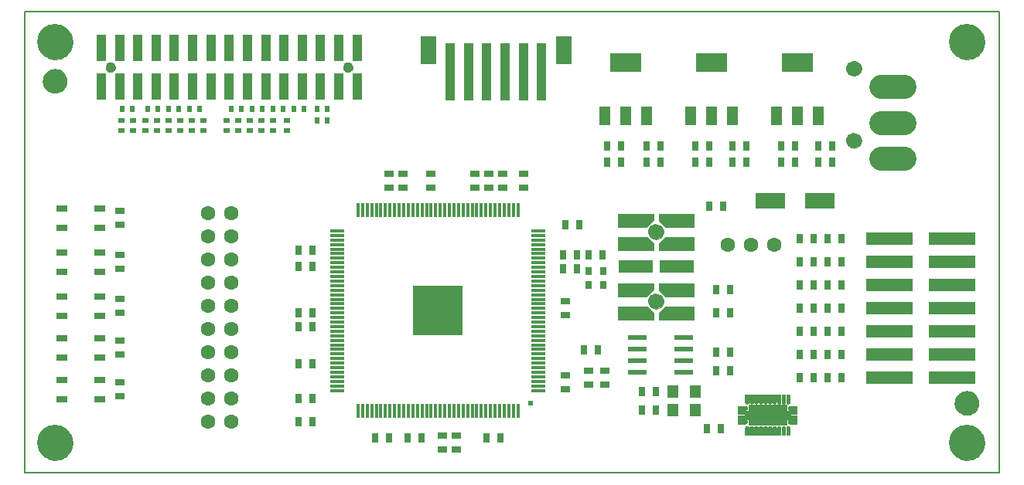
<source format=gts>
G75*
%MOIN*%
%OFA0B0*%
%FSLAX24Y24*%
%IPPOS*%
%LPD*%
%AMOC8*
5,1,8,0,0,1.08239X$1,22.5*
%
%ADD10C,0.0000*%
%ADD11C,0.1536*%
%ADD12C,0.0050*%
%ADD13R,0.0631X0.0158*%
%ADD14R,0.0158X0.0631*%
%ADD15R,0.2166X0.2166*%
%ADD16R,0.0237X0.0237*%
%ADD17R,0.1489X0.0540*%
%ADD18C,0.0670*%
%ADD19C,0.0004*%
%ADD20R,0.0276X0.0394*%
%ADD21R,0.0394X0.0276*%
%ADD22R,0.0473X0.0827*%
%ADD23R,0.1339X0.0827*%
%ADD24R,0.0827X0.0237*%
%ADD25R,0.0296X0.0375*%
%ADD26R,0.0434X0.1123*%
%ADD27C,0.0434*%
%ADD28R,0.0453X0.0296*%
%ADD29R,0.2040X0.0540*%
%ADD30R,0.1300X0.0670*%
%ADD31C,0.0631*%
%ADD32R,0.0473X0.0532*%
%ADD33C,0.0540*%
%ADD34C,0.0237*%
%ADD35C,0.1045*%
%ADD36R,0.0434X0.2481*%
%ADD37R,0.0670X0.1221*%
%ADD38C,0.0008*%
%ADD39R,0.0237X0.0276*%
%ADD40R,0.0276X0.0237*%
D10*
X000702Y003000D02*
X000704Y003055D01*
X000710Y003109D01*
X000720Y003163D01*
X000734Y003215D01*
X000751Y003267D01*
X000773Y003317D01*
X000798Y003366D01*
X000826Y003413D01*
X000858Y003457D01*
X000893Y003499D01*
X000931Y003538D01*
X000972Y003575D01*
X001015Y003608D01*
X001060Y003638D01*
X001108Y003665D01*
X001157Y003688D01*
X001208Y003708D01*
X001261Y003724D01*
X001314Y003736D01*
X001368Y003744D01*
X001423Y003748D01*
X001477Y003748D01*
X001532Y003744D01*
X001586Y003736D01*
X001639Y003724D01*
X001692Y003708D01*
X001743Y003688D01*
X001792Y003665D01*
X001840Y003638D01*
X001885Y003608D01*
X001928Y003575D01*
X001969Y003538D01*
X002007Y003499D01*
X002042Y003457D01*
X002074Y003413D01*
X002102Y003366D01*
X002127Y003317D01*
X002149Y003267D01*
X002166Y003215D01*
X002180Y003163D01*
X002190Y003109D01*
X002196Y003055D01*
X002198Y003000D01*
X002196Y002945D01*
X002190Y002891D01*
X002180Y002837D01*
X002166Y002785D01*
X002149Y002733D01*
X002127Y002683D01*
X002102Y002634D01*
X002074Y002587D01*
X002042Y002543D01*
X002007Y002501D01*
X001969Y002462D01*
X001928Y002425D01*
X001885Y002392D01*
X001840Y002362D01*
X001792Y002335D01*
X001743Y002312D01*
X001692Y002292D01*
X001639Y002276D01*
X001586Y002264D01*
X001532Y002256D01*
X001477Y002252D01*
X001423Y002252D01*
X001368Y002256D01*
X001314Y002264D01*
X001261Y002276D01*
X001208Y002292D01*
X001157Y002312D01*
X001108Y002335D01*
X001060Y002362D01*
X001015Y002392D01*
X000972Y002425D01*
X000931Y002462D01*
X000893Y002501D01*
X000858Y002543D01*
X000826Y002587D01*
X000798Y002634D01*
X000773Y002683D01*
X000751Y002733D01*
X000734Y002785D01*
X000720Y002837D01*
X000710Y002891D01*
X000704Y002945D01*
X000702Y003000D01*
X027035Y009100D02*
X027037Y009135D01*
X027043Y009170D01*
X027053Y009204D01*
X027066Y009237D01*
X027083Y009268D01*
X027104Y009296D01*
X027127Y009323D01*
X027154Y009346D01*
X027182Y009367D01*
X027213Y009384D01*
X027246Y009397D01*
X027280Y009407D01*
X027315Y009413D01*
X027350Y009415D01*
X027385Y009413D01*
X027420Y009407D01*
X027454Y009397D01*
X027487Y009384D01*
X027518Y009367D01*
X027546Y009346D01*
X027573Y009323D01*
X027596Y009296D01*
X027617Y009268D01*
X027634Y009237D01*
X027647Y009204D01*
X027657Y009170D01*
X027663Y009135D01*
X027665Y009100D01*
X027663Y009065D01*
X027657Y009030D01*
X027647Y008996D01*
X027634Y008963D01*
X027617Y008932D01*
X027596Y008904D01*
X027573Y008877D01*
X027546Y008854D01*
X027518Y008833D01*
X027487Y008816D01*
X027454Y008803D01*
X027420Y008793D01*
X027385Y008787D01*
X027350Y008785D01*
X027315Y008787D01*
X027280Y008793D01*
X027246Y008803D01*
X027213Y008816D01*
X027182Y008833D01*
X027154Y008854D01*
X027127Y008877D01*
X027104Y008904D01*
X027083Y008932D01*
X027066Y008963D01*
X027053Y008996D01*
X027043Y009030D01*
X027037Y009065D01*
X027035Y009100D01*
X027035Y012100D02*
X027037Y012135D01*
X027043Y012170D01*
X027053Y012204D01*
X027066Y012237D01*
X027083Y012268D01*
X027104Y012296D01*
X027127Y012323D01*
X027154Y012346D01*
X027182Y012367D01*
X027213Y012384D01*
X027246Y012397D01*
X027280Y012407D01*
X027315Y012413D01*
X027350Y012415D01*
X027385Y012413D01*
X027420Y012407D01*
X027454Y012397D01*
X027487Y012384D01*
X027518Y012367D01*
X027546Y012346D01*
X027573Y012323D01*
X027596Y012296D01*
X027617Y012268D01*
X027634Y012237D01*
X027647Y012204D01*
X027657Y012170D01*
X027663Y012135D01*
X027665Y012100D01*
X027663Y012065D01*
X027657Y012030D01*
X027647Y011996D01*
X027634Y011963D01*
X027617Y011932D01*
X027596Y011904D01*
X027573Y011877D01*
X027546Y011854D01*
X027518Y011833D01*
X027487Y011816D01*
X027454Y011803D01*
X027420Y011793D01*
X027385Y011787D01*
X027350Y011785D01*
X027315Y011787D01*
X027280Y011793D01*
X027246Y011803D01*
X027213Y011816D01*
X027182Y011833D01*
X027154Y011854D01*
X027127Y011877D01*
X027104Y011904D01*
X027083Y011932D01*
X027066Y011963D01*
X027053Y011996D01*
X027043Y012030D01*
X027037Y012065D01*
X027035Y012100D01*
X035566Y016041D02*
X035568Y016076D01*
X035574Y016111D01*
X035584Y016145D01*
X035597Y016178D01*
X035614Y016209D01*
X035635Y016237D01*
X035658Y016264D01*
X035685Y016287D01*
X035713Y016308D01*
X035744Y016325D01*
X035777Y016338D01*
X035811Y016348D01*
X035846Y016354D01*
X035881Y016356D01*
X035916Y016354D01*
X035951Y016348D01*
X035985Y016338D01*
X036018Y016325D01*
X036049Y016308D01*
X036077Y016287D01*
X036104Y016264D01*
X036127Y016237D01*
X036148Y016209D01*
X036165Y016178D01*
X036178Y016145D01*
X036188Y016111D01*
X036194Y016076D01*
X036196Y016041D01*
X036194Y016006D01*
X036188Y015971D01*
X036178Y015937D01*
X036165Y015904D01*
X036148Y015873D01*
X036127Y015845D01*
X036104Y015818D01*
X036077Y015795D01*
X036049Y015774D01*
X036018Y015757D01*
X035985Y015744D01*
X035951Y015734D01*
X035916Y015728D01*
X035881Y015726D01*
X035846Y015728D01*
X035811Y015734D01*
X035777Y015744D01*
X035744Y015757D01*
X035713Y015774D01*
X035685Y015795D01*
X035658Y015818D01*
X035635Y015845D01*
X035614Y015873D01*
X035597Y015904D01*
X035584Y015937D01*
X035574Y015971D01*
X035568Y016006D01*
X035566Y016041D01*
X035566Y019159D02*
X035568Y019194D01*
X035574Y019229D01*
X035584Y019263D01*
X035597Y019296D01*
X035614Y019327D01*
X035635Y019355D01*
X035658Y019382D01*
X035685Y019405D01*
X035713Y019426D01*
X035744Y019443D01*
X035777Y019456D01*
X035811Y019466D01*
X035846Y019472D01*
X035881Y019474D01*
X035916Y019472D01*
X035951Y019466D01*
X035985Y019456D01*
X036018Y019443D01*
X036049Y019426D01*
X036077Y019405D01*
X036104Y019382D01*
X036127Y019355D01*
X036148Y019327D01*
X036165Y019296D01*
X036178Y019263D01*
X036188Y019229D01*
X036194Y019194D01*
X036196Y019159D01*
X036194Y019124D01*
X036188Y019089D01*
X036178Y019055D01*
X036165Y019022D01*
X036148Y018991D01*
X036127Y018963D01*
X036104Y018936D01*
X036077Y018913D01*
X036049Y018892D01*
X036018Y018875D01*
X035985Y018862D01*
X035951Y018852D01*
X035916Y018846D01*
X035881Y018844D01*
X035846Y018846D01*
X035811Y018852D01*
X035777Y018862D01*
X035744Y018875D01*
X035713Y018892D01*
X035685Y018913D01*
X035658Y018936D01*
X035635Y018963D01*
X035614Y018991D01*
X035597Y019022D01*
X035584Y019055D01*
X035574Y019089D01*
X035568Y019124D01*
X035566Y019159D01*
X040002Y020300D02*
X040004Y020355D01*
X040010Y020409D01*
X040020Y020463D01*
X040034Y020515D01*
X040051Y020567D01*
X040073Y020617D01*
X040098Y020666D01*
X040126Y020713D01*
X040158Y020757D01*
X040193Y020799D01*
X040231Y020838D01*
X040272Y020875D01*
X040315Y020908D01*
X040360Y020938D01*
X040408Y020965D01*
X040457Y020988D01*
X040508Y021008D01*
X040561Y021024D01*
X040614Y021036D01*
X040668Y021044D01*
X040723Y021048D01*
X040777Y021048D01*
X040832Y021044D01*
X040886Y021036D01*
X040939Y021024D01*
X040992Y021008D01*
X041043Y020988D01*
X041092Y020965D01*
X041140Y020938D01*
X041185Y020908D01*
X041228Y020875D01*
X041269Y020838D01*
X041307Y020799D01*
X041342Y020757D01*
X041374Y020713D01*
X041402Y020666D01*
X041427Y020617D01*
X041449Y020567D01*
X041466Y020515D01*
X041480Y020463D01*
X041490Y020409D01*
X041496Y020355D01*
X041498Y020300D01*
X041496Y020245D01*
X041490Y020191D01*
X041480Y020137D01*
X041466Y020085D01*
X041449Y020033D01*
X041427Y019983D01*
X041402Y019934D01*
X041374Y019887D01*
X041342Y019843D01*
X041307Y019801D01*
X041269Y019762D01*
X041228Y019725D01*
X041185Y019692D01*
X041140Y019662D01*
X041092Y019635D01*
X041043Y019612D01*
X040992Y019592D01*
X040939Y019576D01*
X040886Y019564D01*
X040832Y019556D01*
X040777Y019552D01*
X040723Y019552D01*
X040668Y019556D01*
X040614Y019564D01*
X040561Y019576D01*
X040508Y019592D01*
X040457Y019612D01*
X040408Y019635D01*
X040360Y019662D01*
X040315Y019692D01*
X040272Y019725D01*
X040231Y019762D01*
X040193Y019801D01*
X040158Y019843D01*
X040126Y019887D01*
X040098Y019934D01*
X040073Y019983D01*
X040051Y020033D01*
X040034Y020085D01*
X040020Y020137D01*
X040010Y020191D01*
X040004Y020245D01*
X040002Y020300D01*
X013871Y019200D02*
X013873Y019227D01*
X013879Y019254D01*
X013888Y019280D01*
X013901Y019304D01*
X013917Y019327D01*
X013936Y019346D01*
X013958Y019363D01*
X013982Y019377D01*
X014007Y019387D01*
X014034Y019394D01*
X014061Y019397D01*
X014089Y019396D01*
X014116Y019391D01*
X014142Y019383D01*
X014166Y019371D01*
X014189Y019355D01*
X014210Y019337D01*
X014227Y019316D01*
X014242Y019292D01*
X014253Y019267D01*
X014261Y019241D01*
X014265Y019214D01*
X014265Y019186D01*
X014261Y019159D01*
X014253Y019133D01*
X014242Y019108D01*
X014227Y019084D01*
X014210Y019063D01*
X014189Y019045D01*
X014167Y019029D01*
X014142Y019017D01*
X014116Y019009D01*
X014089Y019004D01*
X014061Y019003D01*
X014034Y019006D01*
X014007Y019013D01*
X013982Y019023D01*
X013958Y019037D01*
X013936Y019054D01*
X013917Y019073D01*
X013901Y019096D01*
X013888Y019120D01*
X013879Y019146D01*
X013873Y019173D01*
X013871Y019200D01*
X003635Y019200D02*
X003637Y019227D01*
X003643Y019254D01*
X003652Y019280D01*
X003665Y019304D01*
X003681Y019327D01*
X003700Y019346D01*
X003722Y019363D01*
X003746Y019377D01*
X003771Y019387D01*
X003798Y019394D01*
X003825Y019397D01*
X003853Y019396D01*
X003880Y019391D01*
X003906Y019383D01*
X003930Y019371D01*
X003953Y019355D01*
X003974Y019337D01*
X003991Y019316D01*
X004006Y019292D01*
X004017Y019267D01*
X004025Y019241D01*
X004029Y019214D01*
X004029Y019186D01*
X004025Y019159D01*
X004017Y019133D01*
X004006Y019108D01*
X003991Y019084D01*
X003974Y019063D01*
X003953Y019045D01*
X003931Y019029D01*
X003906Y019017D01*
X003880Y019009D01*
X003853Y019004D01*
X003825Y019003D01*
X003798Y019006D01*
X003771Y019013D01*
X003746Y019023D01*
X003722Y019037D01*
X003700Y019054D01*
X003681Y019073D01*
X003665Y019096D01*
X003652Y019120D01*
X003643Y019146D01*
X003637Y019173D01*
X003635Y019200D01*
X000702Y020300D02*
X000704Y020355D01*
X000710Y020409D01*
X000720Y020463D01*
X000734Y020515D01*
X000751Y020567D01*
X000773Y020617D01*
X000798Y020666D01*
X000826Y020713D01*
X000858Y020757D01*
X000893Y020799D01*
X000931Y020838D01*
X000972Y020875D01*
X001015Y020908D01*
X001060Y020938D01*
X001108Y020965D01*
X001157Y020988D01*
X001208Y021008D01*
X001261Y021024D01*
X001314Y021036D01*
X001368Y021044D01*
X001423Y021048D01*
X001477Y021048D01*
X001532Y021044D01*
X001586Y021036D01*
X001639Y021024D01*
X001692Y021008D01*
X001743Y020988D01*
X001792Y020965D01*
X001840Y020938D01*
X001885Y020908D01*
X001928Y020875D01*
X001969Y020838D01*
X002007Y020799D01*
X002042Y020757D01*
X002074Y020713D01*
X002102Y020666D01*
X002127Y020617D01*
X002149Y020567D01*
X002166Y020515D01*
X002180Y020463D01*
X002190Y020409D01*
X002196Y020355D01*
X002198Y020300D01*
X002196Y020245D01*
X002190Y020191D01*
X002180Y020137D01*
X002166Y020085D01*
X002149Y020033D01*
X002127Y019983D01*
X002102Y019934D01*
X002074Y019887D01*
X002042Y019843D01*
X002007Y019801D01*
X001969Y019762D01*
X001928Y019725D01*
X001885Y019692D01*
X001840Y019662D01*
X001792Y019635D01*
X001743Y019612D01*
X001692Y019592D01*
X001639Y019576D01*
X001586Y019564D01*
X001532Y019556D01*
X001477Y019552D01*
X001423Y019552D01*
X001368Y019556D01*
X001314Y019564D01*
X001261Y019576D01*
X001208Y019592D01*
X001157Y019612D01*
X001108Y019635D01*
X001060Y019662D01*
X001015Y019692D01*
X000972Y019725D01*
X000931Y019762D01*
X000893Y019801D01*
X000858Y019843D01*
X000826Y019887D01*
X000798Y019934D01*
X000773Y019983D01*
X000751Y020033D01*
X000734Y020085D01*
X000720Y020137D01*
X000710Y020191D01*
X000704Y020245D01*
X000702Y020300D01*
X040002Y003000D02*
X040004Y003055D01*
X040010Y003109D01*
X040020Y003163D01*
X040034Y003215D01*
X040051Y003267D01*
X040073Y003317D01*
X040098Y003366D01*
X040126Y003413D01*
X040158Y003457D01*
X040193Y003499D01*
X040231Y003538D01*
X040272Y003575D01*
X040315Y003608D01*
X040360Y003638D01*
X040408Y003665D01*
X040457Y003688D01*
X040508Y003708D01*
X040561Y003724D01*
X040614Y003736D01*
X040668Y003744D01*
X040723Y003748D01*
X040777Y003748D01*
X040832Y003744D01*
X040886Y003736D01*
X040939Y003724D01*
X040992Y003708D01*
X041043Y003688D01*
X041092Y003665D01*
X041140Y003638D01*
X041185Y003608D01*
X041228Y003575D01*
X041269Y003538D01*
X041307Y003499D01*
X041342Y003457D01*
X041374Y003413D01*
X041402Y003366D01*
X041427Y003317D01*
X041449Y003267D01*
X041466Y003215D01*
X041480Y003163D01*
X041490Y003109D01*
X041496Y003055D01*
X041498Y003000D01*
X041496Y002945D01*
X041490Y002891D01*
X041480Y002837D01*
X041466Y002785D01*
X041449Y002733D01*
X041427Y002683D01*
X041402Y002634D01*
X041374Y002587D01*
X041342Y002543D01*
X041307Y002501D01*
X041269Y002462D01*
X041228Y002425D01*
X041185Y002392D01*
X041140Y002362D01*
X041092Y002335D01*
X041043Y002312D01*
X040992Y002292D01*
X040939Y002276D01*
X040886Y002264D01*
X040832Y002256D01*
X040777Y002252D01*
X040723Y002252D01*
X040668Y002256D01*
X040614Y002264D01*
X040561Y002276D01*
X040508Y002292D01*
X040457Y002312D01*
X040408Y002335D01*
X040360Y002362D01*
X040315Y002392D01*
X040272Y002425D01*
X040231Y002462D01*
X040193Y002501D01*
X040158Y002543D01*
X040126Y002587D01*
X040098Y002634D01*
X040073Y002683D01*
X040051Y002733D01*
X040034Y002785D01*
X040020Y002837D01*
X040010Y002891D01*
X040004Y002945D01*
X040002Y003000D01*
D11*
X040750Y003000D03*
X040750Y020300D03*
X001450Y020300D03*
X001450Y003000D03*
D12*
X000150Y001700D02*
X042150Y001700D01*
X042150Y021600D01*
X000150Y021600D01*
X000150Y001700D01*
X001450Y018100D02*
X001363Y018108D01*
X001279Y018130D01*
X001200Y018167D01*
X001129Y018217D01*
X001067Y018279D01*
X001017Y018350D01*
X000980Y018429D01*
X000958Y018513D01*
X000950Y018600D01*
X000958Y018687D01*
X000980Y018771D01*
X001017Y018850D01*
X001067Y018921D01*
X001129Y018983D01*
X001200Y019033D01*
X001279Y019070D01*
X001363Y019092D01*
X001450Y019100D01*
X001537Y019092D01*
X001621Y019070D01*
X001700Y019033D01*
X001771Y018983D01*
X001833Y018921D01*
X001883Y018850D01*
X001920Y018771D01*
X001942Y018687D01*
X001950Y018600D01*
X001942Y018513D01*
X001920Y018429D01*
X001883Y018350D01*
X001833Y018279D01*
X001771Y018217D01*
X001700Y018167D01*
X001621Y018130D01*
X001537Y018108D01*
X001450Y018100D01*
X001254Y018142D02*
X001646Y018142D01*
X001733Y018190D02*
X001167Y018190D01*
X001107Y018239D02*
X001793Y018239D01*
X001839Y018287D02*
X001061Y018287D01*
X001027Y018336D02*
X001873Y018336D01*
X001899Y018384D02*
X001001Y018384D01*
X000979Y018433D02*
X001921Y018433D01*
X001934Y018481D02*
X000966Y018481D01*
X000956Y018530D02*
X001944Y018530D01*
X001948Y018578D02*
X000952Y018578D01*
X000952Y018627D02*
X001948Y018627D01*
X001943Y018675D02*
X000957Y018675D01*
X000967Y018724D02*
X001933Y018724D01*
X001919Y018772D02*
X000981Y018772D01*
X001003Y018821D02*
X001897Y018821D01*
X001870Y018869D02*
X001030Y018869D01*
X001064Y018918D02*
X001836Y018918D01*
X001788Y018966D02*
X001112Y018966D01*
X001174Y019015D02*
X001726Y019015D01*
X001636Y019063D02*
X001264Y019063D01*
X040280Y004871D02*
X040317Y004950D01*
X040367Y005021D01*
X040429Y005083D01*
X040500Y005133D01*
X040579Y005170D01*
X040663Y005192D01*
X040750Y005200D01*
X040837Y005192D01*
X040921Y005170D01*
X041000Y005133D01*
X041071Y005083D01*
X041133Y005021D01*
X041183Y004950D01*
X041220Y004871D01*
X041242Y004787D01*
X041250Y004700D01*
X041242Y004613D01*
X041220Y004529D01*
X041183Y004450D01*
X041133Y004379D01*
X041071Y004317D01*
X041000Y004267D01*
X040921Y004230D01*
X040837Y004208D01*
X040750Y004200D01*
X040663Y004208D01*
X040579Y004230D01*
X040500Y004267D01*
X040429Y004317D01*
X040367Y004379D01*
X040317Y004450D01*
X040280Y004529D01*
X040258Y004613D01*
X040250Y004700D01*
X040258Y004787D01*
X040280Y004871D01*
X040275Y004853D02*
X041225Y004853D01*
X041238Y004804D02*
X040262Y004804D01*
X040255Y004756D02*
X041245Y004756D01*
X041249Y004707D02*
X040251Y004707D01*
X040254Y004659D02*
X041246Y004659D01*
X041242Y004610D02*
X040258Y004610D01*
X040271Y004562D02*
X041229Y004562D01*
X041212Y004513D02*
X040288Y004513D01*
X040310Y004465D02*
X041190Y004465D01*
X041159Y004416D02*
X040341Y004416D01*
X040378Y004368D02*
X041122Y004368D01*
X041073Y004319D02*
X040427Y004319D01*
X040495Y004271D02*
X041005Y004271D01*
X040891Y004222D02*
X040609Y004222D01*
X040294Y004901D02*
X041206Y004901D01*
X041183Y004950D02*
X040317Y004950D01*
X040351Y004998D02*
X041149Y004998D01*
X041108Y005047D02*
X040392Y005047D01*
X040446Y005095D02*
X041054Y005095D01*
X040977Y005144D02*
X040523Y005144D01*
X040662Y005192D02*
X040838Y005192D01*
D13*
X022281Y005255D03*
X022281Y005452D03*
X022281Y005649D03*
X022281Y005846D03*
X022281Y006043D03*
X022281Y006239D03*
X022281Y006436D03*
X022281Y006633D03*
X022281Y006830D03*
X022281Y007027D03*
X022281Y007224D03*
X022281Y007420D03*
X022281Y007617D03*
X022281Y007814D03*
X022281Y008011D03*
X022281Y008208D03*
X022281Y008405D03*
X022281Y008602D03*
X022281Y008798D03*
X022281Y008995D03*
X022281Y009192D03*
X022281Y009389D03*
X022281Y009586D03*
X022281Y009783D03*
X022281Y009980D03*
X022281Y010176D03*
X022281Y010373D03*
X022281Y010570D03*
X022281Y010767D03*
X022281Y010964D03*
X022281Y011161D03*
X022281Y011357D03*
X022281Y011554D03*
X022281Y011751D03*
X022281Y011948D03*
X022281Y012145D03*
X013619Y012145D03*
X013619Y011948D03*
X013619Y011751D03*
X013619Y011554D03*
X013619Y011357D03*
X013619Y011161D03*
X013619Y010964D03*
X013619Y010767D03*
X013619Y010570D03*
X013619Y010373D03*
X013619Y010176D03*
X013619Y009980D03*
X013619Y009783D03*
X013619Y009586D03*
X013619Y009389D03*
X013619Y009192D03*
X013619Y008995D03*
X013619Y008798D03*
X013619Y008602D03*
X013619Y008405D03*
X013619Y008208D03*
X013619Y008011D03*
X013619Y007814D03*
X013619Y007617D03*
X013619Y007420D03*
X013619Y007224D03*
X013619Y007027D03*
X013619Y006830D03*
X013619Y006633D03*
X013619Y006436D03*
X013619Y006239D03*
X013619Y006043D03*
X013619Y005846D03*
X013619Y005649D03*
X013619Y005452D03*
X013619Y005255D03*
D14*
X014505Y004369D03*
X014702Y004369D03*
X014899Y004369D03*
X015096Y004369D03*
X015293Y004369D03*
X015489Y004369D03*
X015686Y004369D03*
X015883Y004369D03*
X016080Y004369D03*
X016277Y004369D03*
X016474Y004369D03*
X016670Y004369D03*
X016867Y004369D03*
X017064Y004369D03*
X017261Y004369D03*
X017458Y004369D03*
X017655Y004369D03*
X017852Y004369D03*
X018048Y004369D03*
X018245Y004369D03*
X018442Y004369D03*
X018639Y004369D03*
X018836Y004369D03*
X019033Y004369D03*
X019230Y004369D03*
X019426Y004369D03*
X019623Y004369D03*
X019820Y004369D03*
X020017Y004369D03*
X020214Y004369D03*
X020411Y004369D03*
X020607Y004369D03*
X020804Y004369D03*
X021001Y004369D03*
X021198Y004369D03*
X021395Y004369D03*
X021395Y013031D03*
X021198Y013031D03*
X021001Y013031D03*
X020804Y013031D03*
X020607Y013031D03*
X020411Y013031D03*
X020214Y013031D03*
X020017Y013031D03*
X019820Y013031D03*
X019623Y013031D03*
X019426Y013031D03*
X019230Y013031D03*
X019033Y013031D03*
X018836Y013031D03*
X018639Y013031D03*
X018442Y013031D03*
X018245Y013031D03*
X018048Y013031D03*
X017852Y013031D03*
X017655Y013031D03*
X017458Y013031D03*
X017261Y013031D03*
X017064Y013031D03*
X016867Y013031D03*
X016670Y013031D03*
X016474Y013031D03*
X016277Y013031D03*
X016080Y013031D03*
X015883Y013031D03*
X015686Y013031D03*
X015489Y013031D03*
X015293Y013031D03*
X015096Y013031D03*
X014899Y013031D03*
X014702Y013031D03*
X014505Y013031D03*
D15*
X017950Y008700D03*
D16*
X026476Y008600D03*
X028224Y008600D03*
X028224Y009600D03*
X026476Y009600D03*
X026476Y011600D03*
X026476Y012600D03*
X028224Y012600D03*
X028224Y011600D03*
D17*
X028224Y010600D03*
X026476Y010600D03*
D18*
X027350Y009100D03*
X027350Y012100D03*
X035881Y016041D03*
X035881Y019159D03*
D19*
X028988Y012889D02*
X027460Y012889D01*
X027460Y012619D01*
X027769Y012311D01*
X028988Y012311D01*
X028988Y012889D01*
X028988Y012887D02*
X027460Y012887D01*
X027460Y012885D02*
X028988Y012885D01*
X028988Y012882D02*
X027460Y012882D01*
X027460Y012880D02*
X028988Y012880D01*
X028988Y012877D02*
X027460Y012877D01*
X027460Y012875D02*
X028988Y012875D01*
X028988Y012872D02*
X027460Y012872D01*
X027460Y012870D02*
X028988Y012870D01*
X028988Y012867D02*
X027460Y012867D01*
X027460Y012865D02*
X028988Y012865D01*
X028988Y012863D02*
X027460Y012863D01*
X027460Y012860D02*
X028988Y012860D01*
X028988Y012858D02*
X027460Y012858D01*
X027460Y012855D02*
X028988Y012855D01*
X028988Y012853D02*
X027460Y012853D01*
X027460Y012850D02*
X028988Y012850D01*
X028988Y012848D02*
X027460Y012848D01*
X027460Y012846D02*
X028988Y012846D01*
X028988Y012843D02*
X027460Y012843D01*
X027460Y012841D02*
X028988Y012841D01*
X028988Y012838D02*
X027460Y012838D01*
X027460Y012836D02*
X028988Y012836D01*
X028988Y012833D02*
X027460Y012833D01*
X027460Y012831D02*
X028988Y012831D01*
X028988Y012829D02*
X027460Y012829D01*
X027460Y012826D02*
X028988Y012826D01*
X028988Y012824D02*
X027460Y012824D01*
X027460Y012821D02*
X028988Y012821D01*
X028988Y012819D02*
X027460Y012819D01*
X027460Y012816D02*
X028988Y012816D01*
X028988Y012814D02*
X027460Y012814D01*
X027460Y012811D02*
X028988Y012811D01*
X028988Y012809D02*
X027460Y012809D01*
X027460Y012807D02*
X028988Y012807D01*
X028988Y012804D02*
X027460Y012804D01*
X027460Y012802D02*
X028988Y012802D01*
X028988Y012799D02*
X027460Y012799D01*
X027460Y012797D02*
X028988Y012797D01*
X028988Y012794D02*
X027460Y012794D01*
X027460Y012792D02*
X028988Y012792D01*
X028988Y012790D02*
X027460Y012790D01*
X027460Y012787D02*
X028988Y012787D01*
X028988Y012785D02*
X027460Y012785D01*
X027460Y012782D02*
X028988Y012782D01*
X028988Y012780D02*
X027460Y012780D01*
X027460Y012777D02*
X028988Y012777D01*
X028988Y012775D02*
X027460Y012775D01*
X027460Y012772D02*
X028988Y012772D01*
X028988Y012770D02*
X027460Y012770D01*
X027460Y012768D02*
X028988Y012768D01*
X028988Y012765D02*
X027460Y012765D01*
X027460Y012763D02*
X028988Y012763D01*
X028988Y012760D02*
X027460Y012760D01*
X027460Y012758D02*
X028988Y012758D01*
X028988Y012755D02*
X027460Y012755D01*
X027460Y012753D02*
X028988Y012753D01*
X028988Y012751D02*
X027460Y012751D01*
X027460Y012748D02*
X028988Y012748D01*
X028988Y012746D02*
X027460Y012746D01*
X027460Y012743D02*
X028988Y012743D01*
X028988Y012741D02*
X027460Y012741D01*
X027460Y012738D02*
X028988Y012738D01*
X028988Y012736D02*
X027460Y012736D01*
X027460Y012733D02*
X028988Y012733D01*
X028988Y012731D02*
X027460Y012731D01*
X027460Y012729D02*
X028988Y012729D01*
X028988Y012726D02*
X027460Y012726D01*
X027460Y012724D02*
X028988Y012724D01*
X028988Y012721D02*
X027460Y012721D01*
X027460Y012719D02*
X028988Y012719D01*
X028988Y012716D02*
X027460Y012716D01*
X027460Y012714D02*
X028988Y012714D01*
X028988Y012712D02*
X027460Y012712D01*
X027460Y012709D02*
X028988Y012709D01*
X028988Y012707D02*
X027460Y012707D01*
X027460Y012704D02*
X028988Y012704D01*
X028988Y012702D02*
X027460Y012702D01*
X027460Y012699D02*
X028988Y012699D01*
X028988Y012697D02*
X027460Y012697D01*
X027460Y012694D02*
X028988Y012694D01*
X028988Y012692D02*
X027460Y012692D01*
X027460Y012690D02*
X028988Y012690D01*
X028988Y012687D02*
X027460Y012687D01*
X027460Y012685D02*
X028988Y012685D01*
X028988Y012682D02*
X027460Y012682D01*
X027460Y012680D02*
X028988Y012680D01*
X028988Y012677D02*
X027460Y012677D01*
X027460Y012675D02*
X028988Y012675D01*
X028988Y012673D02*
X027460Y012673D01*
X027460Y012670D02*
X028988Y012670D01*
X028988Y012668D02*
X027460Y012668D01*
X027460Y012665D02*
X028988Y012665D01*
X028988Y012663D02*
X027460Y012663D01*
X027460Y012660D02*
X028988Y012660D01*
X028988Y012658D02*
X027460Y012658D01*
X027460Y012655D02*
X028988Y012655D01*
X028988Y012653D02*
X027460Y012653D01*
X027460Y012651D02*
X028988Y012651D01*
X028988Y012648D02*
X027460Y012648D01*
X027460Y012646D02*
X028988Y012646D01*
X028988Y012643D02*
X027460Y012643D01*
X027460Y012641D02*
X028988Y012641D01*
X028988Y012638D02*
X027460Y012638D01*
X027460Y012636D02*
X028988Y012636D01*
X028988Y012634D02*
X027460Y012634D01*
X027460Y012631D02*
X028988Y012631D01*
X028988Y012629D02*
X027460Y012629D01*
X027460Y012626D02*
X028988Y012626D01*
X028988Y012624D02*
X027460Y012624D01*
X027460Y012621D02*
X028988Y012621D01*
X028988Y012619D02*
X027461Y012619D01*
X027463Y012616D02*
X028988Y012616D01*
X028988Y012614D02*
X027466Y012614D01*
X027468Y012612D02*
X028988Y012612D01*
X028988Y012609D02*
X027470Y012609D01*
X027473Y012607D02*
X028988Y012607D01*
X028988Y012604D02*
X027475Y012604D01*
X027478Y012602D02*
X028988Y012602D01*
X028988Y012599D02*
X027480Y012599D01*
X027483Y012597D02*
X028988Y012597D01*
X028988Y012595D02*
X027485Y012595D01*
X027488Y012592D02*
X028988Y012592D01*
X028988Y012590D02*
X027490Y012590D01*
X027492Y012587D02*
X028988Y012587D01*
X028988Y012585D02*
X027495Y012585D01*
X027497Y012582D02*
X028988Y012582D01*
X028988Y012580D02*
X027500Y012580D01*
X027502Y012577D02*
X028988Y012577D01*
X028988Y012575D02*
X027505Y012575D01*
X027507Y012573D02*
X028988Y012573D01*
X028988Y012570D02*
X027509Y012570D01*
X027512Y012568D02*
X028988Y012568D01*
X028988Y012565D02*
X027514Y012565D01*
X027517Y012563D02*
X028988Y012563D01*
X028988Y012560D02*
X027519Y012560D01*
X027522Y012558D02*
X028988Y012558D01*
X028988Y012556D02*
X027524Y012556D01*
X027527Y012553D02*
X028988Y012553D01*
X028988Y012551D02*
X027529Y012551D01*
X027531Y012548D02*
X028988Y012548D01*
X028988Y012546D02*
X027534Y012546D01*
X027536Y012543D02*
X028988Y012543D01*
X028988Y012541D02*
X027539Y012541D01*
X027541Y012538D02*
X028988Y012538D01*
X028988Y012536D02*
X027544Y012536D01*
X027546Y012534D02*
X028988Y012534D01*
X028988Y012531D02*
X027548Y012531D01*
X027551Y012529D02*
X028988Y012529D01*
X028988Y012526D02*
X027553Y012526D01*
X027556Y012524D02*
X028988Y012524D01*
X028988Y012521D02*
X027558Y012521D01*
X027561Y012519D02*
X028988Y012519D01*
X028988Y012517D02*
X027563Y012517D01*
X027566Y012514D02*
X028988Y012514D01*
X028988Y012512D02*
X027568Y012512D01*
X027570Y012509D02*
X028988Y012509D01*
X028988Y012507D02*
X027573Y012507D01*
X027575Y012504D02*
X028988Y012504D01*
X028988Y012502D02*
X027578Y012502D01*
X027580Y012499D02*
X028988Y012499D01*
X028988Y012497D02*
X027583Y012497D01*
X027585Y012495D02*
X028988Y012495D01*
X028988Y012492D02*
X027587Y012492D01*
X027590Y012490D02*
X028988Y012490D01*
X028988Y012487D02*
X027592Y012487D01*
X027595Y012485D02*
X028988Y012485D01*
X028988Y012482D02*
X027597Y012482D01*
X027600Y012480D02*
X028988Y012480D01*
X028988Y012478D02*
X027602Y012478D01*
X027605Y012475D02*
X028988Y012475D01*
X028988Y012473D02*
X027607Y012473D01*
X027609Y012470D02*
X028988Y012470D01*
X028988Y012468D02*
X027612Y012468D01*
X027614Y012465D02*
X028988Y012465D01*
X028988Y012463D02*
X027617Y012463D01*
X027619Y012460D02*
X028988Y012460D01*
X028988Y012458D02*
X027622Y012458D01*
X027624Y012456D02*
X028988Y012456D01*
X028988Y012453D02*
X027626Y012453D01*
X027629Y012451D02*
X028988Y012451D01*
X028988Y012448D02*
X027631Y012448D01*
X027634Y012446D02*
X028988Y012446D01*
X028988Y012443D02*
X027636Y012443D01*
X027639Y012441D02*
X028988Y012441D01*
X028988Y012439D02*
X027641Y012439D01*
X027644Y012436D02*
X028988Y012436D01*
X028988Y012434D02*
X027646Y012434D01*
X027648Y012431D02*
X028988Y012431D01*
X028988Y012429D02*
X027651Y012429D01*
X027653Y012426D02*
X028988Y012426D01*
X028988Y012424D02*
X027656Y012424D01*
X027658Y012421D02*
X028988Y012421D01*
X028988Y012419D02*
X027661Y012419D01*
X027663Y012417D02*
X028988Y012417D01*
X028988Y012414D02*
X027665Y012414D01*
X027668Y012412D02*
X028988Y012412D01*
X028988Y012409D02*
X027670Y012409D01*
X027673Y012407D02*
X028988Y012407D01*
X028988Y012404D02*
X027675Y012404D01*
X027678Y012402D02*
X028988Y012402D01*
X028988Y012400D02*
X027680Y012400D01*
X027683Y012397D02*
X028988Y012397D01*
X028988Y012395D02*
X027685Y012395D01*
X027687Y012392D02*
X028988Y012392D01*
X028988Y012390D02*
X027690Y012390D01*
X027692Y012387D02*
X028988Y012387D01*
X028988Y012385D02*
X027695Y012385D01*
X027697Y012382D02*
X028988Y012382D01*
X028988Y012380D02*
X027700Y012380D01*
X027702Y012378D02*
X028988Y012378D01*
X028988Y012375D02*
X027704Y012375D01*
X027707Y012373D02*
X028988Y012373D01*
X028988Y012370D02*
X027709Y012370D01*
X027712Y012368D02*
X028988Y012368D01*
X028988Y012365D02*
X027714Y012365D01*
X027717Y012363D02*
X028988Y012363D01*
X028988Y012361D02*
X027719Y012361D01*
X027722Y012358D02*
X028988Y012358D01*
X028988Y012356D02*
X027724Y012356D01*
X027726Y012353D02*
X028988Y012353D01*
X028988Y012351D02*
X027729Y012351D01*
X027731Y012348D02*
X028988Y012348D01*
X028988Y012346D02*
X027734Y012346D01*
X027736Y012343D02*
X028988Y012343D01*
X028988Y012341D02*
X027739Y012341D01*
X027741Y012339D02*
X028988Y012339D01*
X028988Y012336D02*
X027743Y012336D01*
X027746Y012334D02*
X028988Y012334D01*
X028988Y012331D02*
X027748Y012331D01*
X027751Y012329D02*
X028988Y012329D01*
X028988Y012326D02*
X027753Y012326D01*
X027756Y012324D02*
X028988Y012324D01*
X028988Y012322D02*
X027758Y012322D01*
X027761Y012319D02*
X028988Y012319D01*
X028988Y012317D02*
X027763Y012317D01*
X027765Y012314D02*
X028988Y012314D01*
X028988Y012312D02*
X027768Y012312D01*
X027234Y012614D02*
X025712Y012614D01*
X025712Y012612D02*
X027232Y012612D01*
X027230Y012609D02*
X025712Y012609D01*
X025712Y012607D02*
X027227Y012607D01*
X027225Y012604D02*
X025712Y012604D01*
X025712Y012602D02*
X027222Y012602D01*
X027220Y012599D02*
X025712Y012599D01*
X025712Y012597D02*
X027217Y012597D01*
X027215Y012595D02*
X025712Y012595D01*
X025712Y012592D02*
X027212Y012592D01*
X027210Y012590D02*
X025712Y012590D01*
X025712Y012587D02*
X027208Y012587D01*
X027205Y012585D02*
X025712Y012585D01*
X025712Y012582D02*
X027203Y012582D01*
X027200Y012580D02*
X025712Y012580D01*
X025712Y012577D02*
X027198Y012577D01*
X027195Y012575D02*
X025712Y012575D01*
X025712Y012573D02*
X027193Y012573D01*
X027191Y012570D02*
X025712Y012570D01*
X025712Y012568D02*
X027188Y012568D01*
X027186Y012565D02*
X025712Y012565D01*
X025712Y012563D02*
X027183Y012563D01*
X027181Y012560D02*
X025712Y012560D01*
X025712Y012558D02*
X027178Y012558D01*
X027176Y012556D02*
X025712Y012556D01*
X025712Y012553D02*
X027173Y012553D01*
X027171Y012551D02*
X025712Y012551D01*
X025712Y012548D02*
X027169Y012548D01*
X027166Y012546D02*
X025712Y012546D01*
X025712Y012543D02*
X027164Y012543D01*
X027161Y012541D02*
X025712Y012541D01*
X025712Y012538D02*
X027159Y012538D01*
X027156Y012536D02*
X025712Y012536D01*
X025712Y012534D02*
X027154Y012534D01*
X027152Y012531D02*
X025712Y012531D01*
X025712Y012529D02*
X027149Y012529D01*
X027147Y012526D02*
X025712Y012526D01*
X025712Y012524D02*
X027144Y012524D01*
X027142Y012521D02*
X025712Y012521D01*
X025712Y012519D02*
X027139Y012519D01*
X027137Y012517D02*
X025712Y012517D01*
X025712Y012514D02*
X027134Y012514D01*
X027132Y012512D02*
X025712Y012512D01*
X025712Y012509D02*
X027130Y012509D01*
X027127Y012507D02*
X025712Y012507D01*
X025712Y012504D02*
X027125Y012504D01*
X027122Y012502D02*
X025712Y012502D01*
X025712Y012499D02*
X027120Y012499D01*
X027117Y012497D02*
X025712Y012497D01*
X025712Y012495D02*
X027115Y012495D01*
X027113Y012492D02*
X025712Y012492D01*
X025712Y012490D02*
X027110Y012490D01*
X027108Y012487D02*
X025712Y012487D01*
X025712Y012485D02*
X027105Y012485D01*
X027103Y012482D02*
X025712Y012482D01*
X025712Y012480D02*
X027100Y012480D01*
X027098Y012478D02*
X025712Y012478D01*
X025712Y012475D02*
X027095Y012475D01*
X027093Y012473D02*
X025712Y012473D01*
X025712Y012470D02*
X027091Y012470D01*
X027088Y012468D02*
X025712Y012468D01*
X025712Y012465D02*
X027086Y012465D01*
X027083Y012463D02*
X025712Y012463D01*
X025712Y012460D02*
X027081Y012460D01*
X027078Y012458D02*
X025712Y012458D01*
X025712Y012456D02*
X027076Y012456D01*
X027074Y012453D02*
X025712Y012453D01*
X025712Y012451D02*
X027071Y012451D01*
X027069Y012448D02*
X025712Y012448D01*
X025712Y012446D02*
X027066Y012446D01*
X027064Y012443D02*
X025712Y012443D01*
X025712Y012441D02*
X027061Y012441D01*
X027059Y012439D02*
X025712Y012439D01*
X025712Y012436D02*
X027056Y012436D01*
X027054Y012434D02*
X025712Y012434D01*
X025712Y012431D02*
X027052Y012431D01*
X027049Y012429D02*
X025712Y012429D01*
X025712Y012426D02*
X027047Y012426D01*
X027044Y012424D02*
X025712Y012424D01*
X025712Y012421D02*
X027042Y012421D01*
X027039Y012419D02*
X025712Y012419D01*
X025712Y012417D02*
X027037Y012417D01*
X027035Y012414D02*
X025712Y012414D01*
X025712Y012412D02*
X027032Y012412D01*
X027030Y012409D02*
X025712Y012409D01*
X025712Y012407D02*
X027027Y012407D01*
X027025Y012404D02*
X025712Y012404D01*
X025712Y012402D02*
X027022Y012402D01*
X027020Y012400D02*
X025712Y012400D01*
X025712Y012397D02*
X027017Y012397D01*
X027015Y012395D02*
X025712Y012395D01*
X025712Y012392D02*
X027013Y012392D01*
X027010Y012390D02*
X025712Y012390D01*
X025712Y012387D02*
X027008Y012387D01*
X027005Y012385D02*
X025712Y012385D01*
X025712Y012382D02*
X027003Y012382D01*
X027000Y012380D02*
X025712Y012380D01*
X025712Y012378D02*
X026998Y012378D01*
X026996Y012375D02*
X025712Y012375D01*
X025712Y012373D02*
X026993Y012373D01*
X026991Y012370D02*
X025712Y012370D01*
X025712Y012368D02*
X026988Y012368D01*
X026986Y012365D02*
X025712Y012365D01*
X025712Y012363D02*
X026983Y012363D01*
X026981Y012361D02*
X025712Y012361D01*
X025712Y012358D02*
X026978Y012358D01*
X026976Y012356D02*
X025712Y012356D01*
X025712Y012353D02*
X026974Y012353D01*
X026971Y012351D02*
X025712Y012351D01*
X025712Y012348D02*
X026969Y012348D01*
X026966Y012346D02*
X025712Y012346D01*
X025712Y012343D02*
X026964Y012343D01*
X026961Y012341D02*
X025712Y012341D01*
X025712Y012339D02*
X026959Y012339D01*
X026957Y012336D02*
X025712Y012336D01*
X025712Y012334D02*
X026954Y012334D01*
X026952Y012331D02*
X025712Y012331D01*
X025712Y012329D02*
X026949Y012329D01*
X026947Y012326D02*
X025712Y012326D01*
X025712Y012324D02*
X026944Y012324D01*
X026942Y012322D02*
X025712Y012322D01*
X025712Y012319D02*
X026939Y012319D01*
X026937Y012317D02*
X025712Y012317D01*
X025712Y012314D02*
X026935Y012314D01*
X026932Y012312D02*
X025712Y012312D01*
X025712Y012311D02*
X026931Y012311D01*
X027240Y012619D01*
X027240Y012889D01*
X025712Y012889D01*
X025712Y012311D01*
X025712Y012616D02*
X027237Y012616D01*
X027239Y012619D02*
X025712Y012619D01*
X025712Y012621D02*
X027240Y012621D01*
X027240Y012624D02*
X025712Y012624D01*
X025712Y012626D02*
X027240Y012626D01*
X027240Y012629D02*
X025712Y012629D01*
X025712Y012631D02*
X027240Y012631D01*
X027240Y012634D02*
X025712Y012634D01*
X025712Y012636D02*
X027240Y012636D01*
X027240Y012638D02*
X025712Y012638D01*
X025712Y012641D02*
X027240Y012641D01*
X027240Y012643D02*
X025712Y012643D01*
X025712Y012646D02*
X027240Y012646D01*
X027240Y012648D02*
X025712Y012648D01*
X025712Y012651D02*
X027240Y012651D01*
X027240Y012653D02*
X025712Y012653D01*
X025712Y012655D02*
X027240Y012655D01*
X027240Y012658D02*
X025712Y012658D01*
X025712Y012660D02*
X027240Y012660D01*
X027240Y012663D02*
X025712Y012663D01*
X025712Y012665D02*
X027240Y012665D01*
X027240Y012668D02*
X025712Y012668D01*
X025712Y012670D02*
X027240Y012670D01*
X027240Y012673D02*
X025712Y012673D01*
X025712Y012675D02*
X027240Y012675D01*
X027240Y012677D02*
X025712Y012677D01*
X025712Y012680D02*
X027240Y012680D01*
X027240Y012682D02*
X025712Y012682D01*
X025712Y012685D02*
X027240Y012685D01*
X027240Y012687D02*
X025712Y012687D01*
X025712Y012690D02*
X027240Y012690D01*
X027240Y012692D02*
X025712Y012692D01*
X025712Y012694D02*
X027240Y012694D01*
X027240Y012697D02*
X025712Y012697D01*
X025712Y012699D02*
X027240Y012699D01*
X027240Y012702D02*
X025712Y012702D01*
X025712Y012704D02*
X027240Y012704D01*
X027240Y012707D02*
X025712Y012707D01*
X025712Y012709D02*
X027240Y012709D01*
X027240Y012712D02*
X025712Y012712D01*
X025712Y012714D02*
X027240Y012714D01*
X027240Y012716D02*
X025712Y012716D01*
X025712Y012719D02*
X027240Y012719D01*
X027240Y012721D02*
X025712Y012721D01*
X025712Y012724D02*
X027240Y012724D01*
X027240Y012726D02*
X025712Y012726D01*
X025712Y012729D02*
X027240Y012729D01*
X027240Y012731D02*
X025712Y012731D01*
X025712Y012733D02*
X027240Y012733D01*
X027240Y012736D02*
X025712Y012736D01*
X025712Y012738D02*
X027240Y012738D01*
X027240Y012741D02*
X025712Y012741D01*
X025712Y012743D02*
X027240Y012743D01*
X027240Y012746D02*
X025712Y012746D01*
X025712Y012748D02*
X027240Y012748D01*
X027240Y012751D02*
X025712Y012751D01*
X025712Y012753D02*
X027240Y012753D01*
X027240Y012755D02*
X025712Y012755D01*
X025712Y012758D02*
X027240Y012758D01*
X027240Y012760D02*
X025712Y012760D01*
X025712Y012763D02*
X027240Y012763D01*
X027240Y012765D02*
X025712Y012765D01*
X025712Y012768D02*
X027240Y012768D01*
X027240Y012770D02*
X025712Y012770D01*
X025712Y012772D02*
X027240Y012772D01*
X027240Y012775D02*
X025712Y012775D01*
X025712Y012777D02*
X027240Y012777D01*
X027240Y012780D02*
X025712Y012780D01*
X025712Y012782D02*
X027240Y012782D01*
X027240Y012785D02*
X025712Y012785D01*
X025712Y012787D02*
X027240Y012787D01*
X027240Y012790D02*
X025712Y012790D01*
X025712Y012792D02*
X027240Y012792D01*
X027240Y012794D02*
X025712Y012794D01*
X025712Y012797D02*
X027240Y012797D01*
X027240Y012799D02*
X025712Y012799D01*
X025712Y012802D02*
X027240Y012802D01*
X027240Y012804D02*
X025712Y012804D01*
X025712Y012807D02*
X027240Y012807D01*
X027240Y012809D02*
X025712Y012809D01*
X025712Y012811D02*
X027240Y012811D01*
X027240Y012814D02*
X025712Y012814D01*
X025712Y012816D02*
X027240Y012816D01*
X027240Y012819D02*
X025712Y012819D01*
X025712Y012821D02*
X027240Y012821D01*
X027240Y012824D02*
X025712Y012824D01*
X025712Y012826D02*
X027240Y012826D01*
X027240Y012829D02*
X025712Y012829D01*
X025712Y012831D02*
X027240Y012831D01*
X027240Y012833D02*
X025712Y012833D01*
X025712Y012836D02*
X027240Y012836D01*
X027240Y012838D02*
X025712Y012838D01*
X025712Y012841D02*
X027240Y012841D01*
X027240Y012843D02*
X025712Y012843D01*
X025712Y012846D02*
X027240Y012846D01*
X027240Y012848D02*
X025712Y012848D01*
X025712Y012850D02*
X027240Y012850D01*
X027240Y012853D02*
X025712Y012853D01*
X025712Y012855D02*
X027240Y012855D01*
X027240Y012858D02*
X025712Y012858D01*
X025712Y012860D02*
X027240Y012860D01*
X027240Y012863D02*
X025712Y012863D01*
X025712Y012865D02*
X027240Y012865D01*
X027240Y012867D02*
X025712Y012867D01*
X025712Y012870D02*
X027240Y012870D01*
X027240Y012872D02*
X025712Y012872D01*
X025712Y012875D02*
X027240Y012875D01*
X027240Y012877D02*
X025712Y012877D01*
X025712Y012880D02*
X027240Y012880D01*
X027240Y012882D02*
X025712Y012882D01*
X025712Y012885D02*
X027240Y012885D01*
X027240Y012887D02*
X025712Y012887D01*
X025712Y011889D02*
X026931Y011889D01*
X027240Y011581D01*
X025712Y011581D01*
X025712Y011583D02*
X027237Y011583D01*
X027235Y011586D02*
X025712Y011586D01*
X025712Y011588D02*
X027232Y011588D01*
X027230Y011590D02*
X025712Y011590D01*
X025712Y011593D02*
X027228Y011593D01*
X027225Y011595D02*
X025712Y011595D01*
X025712Y011598D02*
X027223Y011598D01*
X027220Y011600D02*
X025712Y011600D01*
X025712Y011603D02*
X027218Y011603D01*
X027215Y011605D02*
X025712Y011605D01*
X025712Y011607D02*
X027213Y011607D01*
X027210Y011610D02*
X025712Y011610D01*
X025712Y011612D02*
X027208Y011612D01*
X027206Y011615D02*
X025712Y011615D01*
X025712Y011617D02*
X027203Y011617D01*
X027201Y011620D02*
X025712Y011620D01*
X025712Y011622D02*
X027198Y011622D01*
X027196Y011624D02*
X025712Y011624D01*
X025712Y011627D02*
X027193Y011627D01*
X027191Y011629D02*
X025712Y011629D01*
X025712Y011632D02*
X027189Y011632D01*
X027186Y011634D02*
X025712Y011634D01*
X025712Y011637D02*
X027184Y011637D01*
X027181Y011639D02*
X025712Y011639D01*
X025712Y011642D02*
X027179Y011642D01*
X027176Y011644D02*
X025712Y011644D01*
X025712Y011646D02*
X027174Y011646D01*
X027171Y011649D02*
X025712Y011649D01*
X025712Y011651D02*
X027169Y011651D01*
X027167Y011654D02*
X025712Y011654D01*
X025712Y011656D02*
X027164Y011656D01*
X027162Y011659D02*
X025712Y011659D01*
X025712Y011661D02*
X027159Y011661D01*
X027157Y011663D02*
X025712Y011663D01*
X025712Y011666D02*
X027154Y011666D01*
X027152Y011668D02*
X025712Y011668D01*
X025712Y011671D02*
X027150Y011671D01*
X027147Y011673D02*
X025712Y011673D01*
X025712Y011676D02*
X027145Y011676D01*
X027142Y011678D02*
X025712Y011678D01*
X025712Y011681D02*
X027140Y011681D01*
X027137Y011683D02*
X025712Y011683D01*
X025712Y011685D02*
X027135Y011685D01*
X027132Y011688D02*
X025712Y011688D01*
X025712Y011690D02*
X027130Y011690D01*
X027128Y011693D02*
X025712Y011693D01*
X025712Y011695D02*
X027125Y011695D01*
X027123Y011698D02*
X025712Y011698D01*
X025712Y011700D02*
X027120Y011700D01*
X027118Y011702D02*
X025712Y011702D01*
X025712Y011705D02*
X027115Y011705D01*
X027113Y011707D02*
X025712Y011707D01*
X025712Y011710D02*
X027111Y011710D01*
X027108Y011712D02*
X025712Y011712D01*
X025712Y011715D02*
X027106Y011715D01*
X027103Y011717D02*
X025712Y011717D01*
X025712Y011720D02*
X027101Y011720D01*
X027098Y011722D02*
X025712Y011722D01*
X025712Y011724D02*
X027096Y011724D01*
X027093Y011727D02*
X025712Y011727D01*
X025712Y011729D02*
X027091Y011729D01*
X027089Y011732D02*
X025712Y011732D01*
X025712Y011734D02*
X027086Y011734D01*
X027084Y011737D02*
X025712Y011737D01*
X025712Y011739D02*
X027081Y011739D01*
X027079Y011741D02*
X025712Y011741D01*
X025712Y011744D02*
X027076Y011744D01*
X027074Y011746D02*
X025712Y011746D01*
X025712Y011749D02*
X027072Y011749D01*
X027069Y011751D02*
X025712Y011751D01*
X025712Y011754D02*
X027067Y011754D01*
X027064Y011756D02*
X025712Y011756D01*
X025712Y011759D02*
X027062Y011759D01*
X027059Y011761D02*
X025712Y011761D01*
X025712Y011763D02*
X027057Y011763D01*
X027055Y011766D02*
X025712Y011766D01*
X025712Y011768D02*
X027052Y011768D01*
X027050Y011771D02*
X025712Y011771D01*
X025712Y011773D02*
X027047Y011773D01*
X027045Y011776D02*
X025712Y011776D01*
X025712Y011778D02*
X027042Y011778D01*
X027040Y011780D02*
X025712Y011780D01*
X025712Y011783D02*
X027037Y011783D01*
X027035Y011785D02*
X025712Y011785D01*
X025712Y011788D02*
X027033Y011788D01*
X027030Y011790D02*
X025712Y011790D01*
X025712Y011793D02*
X027028Y011793D01*
X027025Y011795D02*
X025712Y011795D01*
X025712Y011798D02*
X027023Y011798D01*
X027020Y011800D02*
X025712Y011800D01*
X025712Y011802D02*
X027018Y011802D01*
X027016Y011805D02*
X025712Y011805D01*
X025712Y011807D02*
X027013Y011807D01*
X027011Y011810D02*
X025712Y011810D01*
X025712Y011812D02*
X027008Y011812D01*
X027006Y011815D02*
X025712Y011815D01*
X025712Y011817D02*
X027003Y011817D01*
X027001Y011819D02*
X025712Y011819D01*
X025712Y011822D02*
X026998Y011822D01*
X026996Y011824D02*
X025712Y011824D01*
X025712Y011827D02*
X026994Y011827D01*
X026991Y011829D02*
X025712Y011829D01*
X025712Y011832D02*
X026989Y011832D01*
X026986Y011834D02*
X025712Y011834D01*
X025712Y011837D02*
X026984Y011837D01*
X026981Y011839D02*
X025712Y011839D01*
X025712Y011841D02*
X026979Y011841D01*
X026977Y011844D02*
X025712Y011844D01*
X025712Y011846D02*
X026974Y011846D01*
X026972Y011849D02*
X025712Y011849D01*
X025712Y011851D02*
X026969Y011851D01*
X026967Y011854D02*
X025712Y011854D01*
X025712Y011856D02*
X026964Y011856D01*
X026962Y011858D02*
X025712Y011858D01*
X025712Y011861D02*
X026959Y011861D01*
X026957Y011863D02*
X025712Y011863D01*
X025712Y011866D02*
X026955Y011866D01*
X026952Y011868D02*
X025712Y011868D01*
X025712Y011871D02*
X026950Y011871D01*
X026947Y011873D02*
X025712Y011873D01*
X025712Y011876D02*
X026945Y011876D01*
X026942Y011878D02*
X025712Y011878D01*
X025712Y011880D02*
X026940Y011880D01*
X026938Y011883D02*
X025712Y011883D01*
X025712Y011885D02*
X026935Y011885D01*
X026933Y011888D02*
X025712Y011888D01*
X025712Y011889D02*
X025712Y011311D01*
X027240Y011311D01*
X027240Y011581D01*
X027240Y011578D02*
X025712Y011578D01*
X025712Y011576D02*
X027240Y011576D01*
X027240Y011573D02*
X025712Y011573D01*
X025712Y011571D02*
X027240Y011571D01*
X027240Y011568D02*
X025712Y011568D01*
X025712Y011566D02*
X027240Y011566D01*
X027240Y011564D02*
X025712Y011564D01*
X025712Y011561D02*
X027240Y011561D01*
X027240Y011559D02*
X025712Y011559D01*
X025712Y011556D02*
X027240Y011556D01*
X027240Y011554D02*
X025712Y011554D01*
X025712Y011551D02*
X027240Y011551D01*
X027240Y011549D02*
X025712Y011549D01*
X025712Y011547D02*
X027240Y011547D01*
X027240Y011544D02*
X025712Y011544D01*
X025712Y011542D02*
X027240Y011542D01*
X027240Y011539D02*
X025712Y011539D01*
X025712Y011537D02*
X027240Y011537D01*
X027240Y011534D02*
X025712Y011534D01*
X025712Y011532D02*
X027240Y011532D01*
X027240Y011529D02*
X025712Y011529D01*
X025712Y011527D02*
X027240Y011527D01*
X027240Y011525D02*
X025712Y011525D01*
X025712Y011522D02*
X027240Y011522D01*
X027240Y011520D02*
X025712Y011520D01*
X025712Y011517D02*
X027240Y011517D01*
X027240Y011515D02*
X025712Y011515D01*
X025712Y011512D02*
X027240Y011512D01*
X027240Y011510D02*
X025712Y011510D01*
X025712Y011508D02*
X027240Y011508D01*
X027240Y011505D02*
X025712Y011505D01*
X025712Y011503D02*
X027240Y011503D01*
X027240Y011500D02*
X025712Y011500D01*
X025712Y011498D02*
X027240Y011498D01*
X027240Y011495D02*
X025712Y011495D01*
X025712Y011493D02*
X027240Y011493D01*
X027240Y011490D02*
X025712Y011490D01*
X025712Y011488D02*
X027240Y011488D01*
X027240Y011486D02*
X025712Y011486D01*
X025712Y011483D02*
X027240Y011483D01*
X027240Y011481D02*
X025712Y011481D01*
X025712Y011478D02*
X027240Y011478D01*
X027240Y011476D02*
X025712Y011476D01*
X025712Y011473D02*
X027240Y011473D01*
X027240Y011471D02*
X025712Y011471D01*
X025712Y011469D02*
X027240Y011469D01*
X027240Y011466D02*
X025712Y011466D01*
X025712Y011464D02*
X027240Y011464D01*
X027240Y011461D02*
X025712Y011461D01*
X025712Y011459D02*
X027240Y011459D01*
X027240Y011456D02*
X025712Y011456D01*
X025712Y011454D02*
X027240Y011454D01*
X027240Y011451D02*
X025712Y011451D01*
X025712Y011449D02*
X027240Y011449D01*
X027240Y011447D02*
X025712Y011447D01*
X025712Y011444D02*
X027240Y011444D01*
X027240Y011442D02*
X025712Y011442D01*
X025712Y011439D02*
X027240Y011439D01*
X027240Y011437D02*
X025712Y011437D01*
X025712Y011434D02*
X027240Y011434D01*
X027240Y011432D02*
X025712Y011432D01*
X025712Y011430D02*
X027240Y011430D01*
X027240Y011427D02*
X025712Y011427D01*
X025712Y011425D02*
X027240Y011425D01*
X027240Y011422D02*
X025712Y011422D01*
X025712Y011420D02*
X027240Y011420D01*
X027240Y011417D02*
X025712Y011417D01*
X025712Y011415D02*
X027240Y011415D01*
X027240Y011412D02*
X025712Y011412D01*
X025712Y011410D02*
X027240Y011410D01*
X027240Y011408D02*
X025712Y011408D01*
X025712Y011405D02*
X027240Y011405D01*
X027240Y011403D02*
X025712Y011403D01*
X025712Y011400D02*
X027240Y011400D01*
X027240Y011398D02*
X025712Y011398D01*
X025712Y011395D02*
X027240Y011395D01*
X027240Y011393D02*
X025712Y011393D01*
X025712Y011391D02*
X027240Y011391D01*
X027240Y011388D02*
X025712Y011388D01*
X025712Y011386D02*
X027240Y011386D01*
X027240Y011383D02*
X025712Y011383D01*
X025712Y011381D02*
X027240Y011381D01*
X027240Y011378D02*
X025712Y011378D01*
X025712Y011376D02*
X027240Y011376D01*
X027240Y011373D02*
X025712Y011373D01*
X025712Y011371D02*
X027240Y011371D01*
X027240Y011369D02*
X025712Y011369D01*
X025712Y011366D02*
X027240Y011366D01*
X027240Y011364D02*
X025712Y011364D01*
X025712Y011361D02*
X027240Y011361D01*
X027240Y011359D02*
X025712Y011359D01*
X025712Y011356D02*
X027240Y011356D01*
X027240Y011354D02*
X025712Y011354D01*
X025712Y011352D02*
X027240Y011352D01*
X027240Y011349D02*
X025712Y011349D01*
X025712Y011347D02*
X027240Y011347D01*
X027240Y011344D02*
X025712Y011344D01*
X025712Y011342D02*
X027240Y011342D01*
X027240Y011339D02*
X025712Y011339D01*
X025712Y011337D02*
X027240Y011337D01*
X027240Y011334D02*
X025712Y011334D01*
X025712Y011332D02*
X027240Y011332D01*
X027240Y011330D02*
X025712Y011330D01*
X025712Y011327D02*
X027240Y011327D01*
X027240Y011325D02*
X025712Y011325D01*
X025712Y011322D02*
X027240Y011322D01*
X027240Y011320D02*
X025712Y011320D01*
X025712Y011317D02*
X027240Y011317D01*
X027240Y011315D02*
X025712Y011315D01*
X025712Y011313D02*
X027240Y011313D01*
X027460Y011313D02*
X028988Y011313D01*
X028988Y011315D02*
X027460Y011315D01*
X027460Y011317D02*
X028988Y011317D01*
X028988Y011320D02*
X027460Y011320D01*
X027460Y011322D02*
X028988Y011322D01*
X028988Y011325D02*
X027460Y011325D01*
X027460Y011327D02*
X028988Y011327D01*
X028988Y011330D02*
X027460Y011330D01*
X027460Y011332D02*
X028988Y011332D01*
X028988Y011334D02*
X027460Y011334D01*
X027460Y011337D02*
X028988Y011337D01*
X028988Y011339D02*
X027460Y011339D01*
X027460Y011342D02*
X028988Y011342D01*
X028988Y011344D02*
X027460Y011344D01*
X027460Y011347D02*
X028988Y011347D01*
X028988Y011349D02*
X027460Y011349D01*
X027460Y011352D02*
X028988Y011352D01*
X028988Y011354D02*
X027460Y011354D01*
X027460Y011356D02*
X028988Y011356D01*
X028988Y011359D02*
X027460Y011359D01*
X027460Y011361D02*
X028988Y011361D01*
X028988Y011364D02*
X027460Y011364D01*
X027460Y011366D02*
X028988Y011366D01*
X028988Y011369D02*
X027460Y011369D01*
X027460Y011371D02*
X028988Y011371D01*
X028988Y011373D02*
X027460Y011373D01*
X027460Y011376D02*
X028988Y011376D01*
X028988Y011378D02*
X027460Y011378D01*
X027460Y011381D02*
X028988Y011381D01*
X028988Y011383D02*
X027460Y011383D01*
X027460Y011386D02*
X028988Y011386D01*
X028988Y011388D02*
X027460Y011388D01*
X027460Y011391D02*
X028988Y011391D01*
X028988Y011393D02*
X027460Y011393D01*
X027460Y011395D02*
X028988Y011395D01*
X028988Y011398D02*
X027460Y011398D01*
X027460Y011400D02*
X028988Y011400D01*
X028988Y011403D02*
X027460Y011403D01*
X027460Y011405D02*
X028988Y011405D01*
X028988Y011408D02*
X027460Y011408D01*
X027460Y011410D02*
X028988Y011410D01*
X028988Y011412D02*
X027460Y011412D01*
X027460Y011415D02*
X028988Y011415D01*
X028988Y011417D02*
X027460Y011417D01*
X027460Y011420D02*
X028988Y011420D01*
X028988Y011422D02*
X027460Y011422D01*
X027460Y011425D02*
X028988Y011425D01*
X028988Y011427D02*
X027460Y011427D01*
X027460Y011430D02*
X028988Y011430D01*
X028988Y011432D02*
X027460Y011432D01*
X027460Y011434D02*
X028988Y011434D01*
X028988Y011437D02*
X027460Y011437D01*
X027460Y011439D02*
X028988Y011439D01*
X028988Y011442D02*
X027460Y011442D01*
X027460Y011444D02*
X028988Y011444D01*
X028988Y011447D02*
X027460Y011447D01*
X027460Y011449D02*
X028988Y011449D01*
X028988Y011451D02*
X027460Y011451D01*
X027460Y011454D02*
X028988Y011454D01*
X028988Y011456D02*
X027460Y011456D01*
X027460Y011459D02*
X028988Y011459D01*
X028988Y011461D02*
X027460Y011461D01*
X027460Y011464D02*
X028988Y011464D01*
X028988Y011466D02*
X027460Y011466D01*
X027460Y011469D02*
X028988Y011469D01*
X028988Y011471D02*
X027460Y011471D01*
X027460Y011473D02*
X028988Y011473D01*
X028988Y011476D02*
X027460Y011476D01*
X027460Y011478D02*
X028988Y011478D01*
X028988Y011481D02*
X027460Y011481D01*
X027460Y011483D02*
X028988Y011483D01*
X028988Y011486D02*
X027460Y011486D01*
X027460Y011488D02*
X028988Y011488D01*
X028988Y011490D02*
X027460Y011490D01*
X027460Y011493D02*
X028988Y011493D01*
X028988Y011495D02*
X027460Y011495D01*
X027460Y011498D02*
X028988Y011498D01*
X028988Y011500D02*
X027460Y011500D01*
X027460Y011503D02*
X028988Y011503D01*
X028988Y011505D02*
X027460Y011505D01*
X027460Y011508D02*
X028988Y011508D01*
X028988Y011510D02*
X027460Y011510D01*
X027460Y011512D02*
X028988Y011512D01*
X028988Y011515D02*
X027460Y011515D01*
X027460Y011517D02*
X028988Y011517D01*
X028988Y011520D02*
X027460Y011520D01*
X027460Y011522D02*
X028988Y011522D01*
X028988Y011525D02*
X027460Y011525D01*
X027460Y011527D02*
X028988Y011527D01*
X028988Y011529D02*
X027460Y011529D01*
X027460Y011532D02*
X028988Y011532D01*
X028988Y011534D02*
X027460Y011534D01*
X027460Y011537D02*
X028988Y011537D01*
X028988Y011539D02*
X027460Y011539D01*
X027460Y011542D02*
X028988Y011542D01*
X028988Y011544D02*
X027460Y011544D01*
X027460Y011547D02*
X028988Y011547D01*
X028988Y011549D02*
X027460Y011549D01*
X027460Y011551D02*
X028988Y011551D01*
X028988Y011554D02*
X027460Y011554D01*
X027460Y011556D02*
X028988Y011556D01*
X028988Y011559D02*
X027460Y011559D01*
X027460Y011561D02*
X028988Y011561D01*
X028988Y011564D02*
X027460Y011564D01*
X027460Y011566D02*
X028988Y011566D01*
X028988Y011568D02*
X027460Y011568D01*
X027460Y011571D02*
X028988Y011571D01*
X028988Y011573D02*
X027460Y011573D01*
X027460Y011576D02*
X028988Y011576D01*
X028988Y011578D02*
X027460Y011578D01*
X027460Y011581D02*
X027460Y011311D01*
X028988Y011311D01*
X028988Y011889D01*
X027769Y011889D01*
X027460Y011581D01*
X028988Y011581D01*
X028988Y011583D02*
X027463Y011583D01*
X027465Y011586D02*
X028988Y011586D01*
X028988Y011588D02*
X027468Y011588D01*
X027470Y011590D02*
X028988Y011590D01*
X028988Y011593D02*
X027472Y011593D01*
X027475Y011595D02*
X028988Y011595D01*
X028988Y011598D02*
X027477Y011598D01*
X027480Y011600D02*
X028988Y011600D01*
X028988Y011603D02*
X027482Y011603D01*
X027485Y011605D02*
X028988Y011605D01*
X028988Y011607D02*
X027487Y011607D01*
X027490Y011610D02*
X028988Y011610D01*
X028988Y011612D02*
X027492Y011612D01*
X027494Y011615D02*
X028988Y011615D01*
X028988Y011617D02*
X027497Y011617D01*
X027499Y011620D02*
X028988Y011620D01*
X028988Y011622D02*
X027502Y011622D01*
X027504Y011624D02*
X028988Y011624D01*
X028988Y011627D02*
X027507Y011627D01*
X027509Y011629D02*
X028988Y011629D01*
X028988Y011632D02*
X027511Y011632D01*
X027514Y011634D02*
X028988Y011634D01*
X028988Y011637D02*
X027516Y011637D01*
X027519Y011639D02*
X028988Y011639D01*
X028988Y011642D02*
X027521Y011642D01*
X027524Y011644D02*
X028988Y011644D01*
X028988Y011646D02*
X027526Y011646D01*
X027529Y011649D02*
X028988Y011649D01*
X028988Y011651D02*
X027531Y011651D01*
X027533Y011654D02*
X028988Y011654D01*
X028988Y011656D02*
X027536Y011656D01*
X027538Y011659D02*
X028988Y011659D01*
X028988Y011661D02*
X027541Y011661D01*
X027543Y011663D02*
X028988Y011663D01*
X028988Y011666D02*
X027546Y011666D01*
X027548Y011668D02*
X028988Y011668D01*
X028988Y011671D02*
X027550Y011671D01*
X027553Y011673D02*
X028988Y011673D01*
X028988Y011676D02*
X027555Y011676D01*
X027558Y011678D02*
X028988Y011678D01*
X028988Y011681D02*
X027560Y011681D01*
X027563Y011683D02*
X028988Y011683D01*
X028988Y011685D02*
X027565Y011685D01*
X027568Y011688D02*
X028988Y011688D01*
X028988Y011690D02*
X027570Y011690D01*
X027572Y011693D02*
X028988Y011693D01*
X028988Y011695D02*
X027575Y011695D01*
X027577Y011698D02*
X028988Y011698D01*
X028988Y011700D02*
X027580Y011700D01*
X027582Y011702D02*
X028988Y011702D01*
X028988Y011705D02*
X027585Y011705D01*
X027587Y011707D02*
X028988Y011707D01*
X028988Y011710D02*
X027589Y011710D01*
X027592Y011712D02*
X028988Y011712D01*
X028988Y011715D02*
X027594Y011715D01*
X027597Y011717D02*
X028988Y011717D01*
X028988Y011720D02*
X027599Y011720D01*
X027602Y011722D02*
X028988Y011722D01*
X028988Y011724D02*
X027604Y011724D01*
X027607Y011727D02*
X028988Y011727D01*
X028988Y011729D02*
X027609Y011729D01*
X027611Y011732D02*
X028988Y011732D01*
X028988Y011734D02*
X027614Y011734D01*
X027616Y011737D02*
X028988Y011737D01*
X028988Y011739D02*
X027619Y011739D01*
X027621Y011741D02*
X028988Y011741D01*
X028988Y011744D02*
X027624Y011744D01*
X027626Y011746D02*
X028988Y011746D01*
X028988Y011749D02*
X027628Y011749D01*
X027631Y011751D02*
X028988Y011751D01*
X028988Y011754D02*
X027633Y011754D01*
X027636Y011756D02*
X028988Y011756D01*
X028988Y011759D02*
X027638Y011759D01*
X027641Y011761D02*
X028988Y011761D01*
X028988Y011763D02*
X027643Y011763D01*
X027645Y011766D02*
X028988Y011766D01*
X028988Y011768D02*
X027648Y011768D01*
X027650Y011771D02*
X028988Y011771D01*
X028988Y011773D02*
X027653Y011773D01*
X027655Y011776D02*
X028988Y011776D01*
X028988Y011778D02*
X027658Y011778D01*
X027660Y011780D02*
X028988Y011780D01*
X028988Y011783D02*
X027663Y011783D01*
X027665Y011785D02*
X028988Y011785D01*
X028988Y011788D02*
X027667Y011788D01*
X027670Y011790D02*
X028988Y011790D01*
X028988Y011793D02*
X027672Y011793D01*
X027675Y011795D02*
X028988Y011795D01*
X028988Y011798D02*
X027677Y011798D01*
X027680Y011800D02*
X028988Y011800D01*
X028988Y011802D02*
X027682Y011802D01*
X027684Y011805D02*
X028988Y011805D01*
X028988Y011807D02*
X027687Y011807D01*
X027689Y011810D02*
X028988Y011810D01*
X028988Y011812D02*
X027692Y011812D01*
X027694Y011815D02*
X028988Y011815D01*
X028988Y011817D02*
X027697Y011817D01*
X027699Y011819D02*
X028988Y011819D01*
X028988Y011822D02*
X027702Y011822D01*
X027704Y011824D02*
X028988Y011824D01*
X028988Y011827D02*
X027706Y011827D01*
X027709Y011829D02*
X028988Y011829D01*
X028988Y011832D02*
X027711Y011832D01*
X027714Y011834D02*
X028988Y011834D01*
X028988Y011837D02*
X027716Y011837D01*
X027719Y011839D02*
X028988Y011839D01*
X028988Y011841D02*
X027721Y011841D01*
X027723Y011844D02*
X028988Y011844D01*
X028988Y011846D02*
X027726Y011846D01*
X027728Y011849D02*
X028988Y011849D01*
X028988Y011851D02*
X027731Y011851D01*
X027733Y011854D02*
X028988Y011854D01*
X028988Y011856D02*
X027736Y011856D01*
X027738Y011858D02*
X028988Y011858D01*
X028988Y011861D02*
X027741Y011861D01*
X027743Y011863D02*
X028988Y011863D01*
X028988Y011866D02*
X027745Y011866D01*
X027748Y011868D02*
X028988Y011868D01*
X028988Y011871D02*
X027750Y011871D01*
X027753Y011873D02*
X028988Y011873D01*
X028988Y011876D02*
X027755Y011876D01*
X027758Y011878D02*
X028988Y011878D01*
X028988Y011880D02*
X027760Y011880D01*
X027762Y011883D02*
X028988Y011883D01*
X028988Y011885D02*
X027765Y011885D01*
X027767Y011888D02*
X028988Y011888D01*
X028988Y009889D02*
X027460Y009889D01*
X028988Y009889D01*
X028988Y009311D01*
X027769Y009311D01*
X027460Y009619D01*
X027460Y009889D01*
X027460Y009887D02*
X028988Y009887D01*
X028988Y009884D02*
X027460Y009884D01*
X027460Y009882D02*
X028988Y009882D01*
X028988Y009879D02*
X027460Y009879D01*
X027460Y009877D02*
X028988Y009877D01*
X028988Y009875D02*
X027460Y009875D01*
X027460Y009872D02*
X028988Y009872D01*
X028988Y009870D02*
X027460Y009870D01*
X027460Y009867D02*
X028988Y009867D01*
X028988Y009865D02*
X027460Y009865D01*
X027460Y009862D02*
X028988Y009862D01*
X028988Y009860D02*
X027460Y009860D01*
X027460Y009857D02*
X028988Y009857D01*
X028988Y009855D02*
X027460Y009855D01*
X027460Y009853D02*
X028988Y009853D01*
X028988Y009850D02*
X027460Y009850D01*
X027460Y009848D02*
X028988Y009848D01*
X028988Y009845D02*
X027460Y009845D01*
X027460Y009843D02*
X028988Y009843D01*
X028988Y009840D02*
X027460Y009840D01*
X027460Y009838D02*
X028988Y009838D01*
X028988Y009836D02*
X027460Y009836D01*
X027460Y009833D02*
X028988Y009833D01*
X028988Y009831D02*
X027460Y009831D01*
X027460Y009828D02*
X028988Y009828D01*
X028988Y009826D02*
X027460Y009826D01*
X027460Y009823D02*
X028988Y009823D01*
X028988Y009821D02*
X027460Y009821D01*
X027460Y009818D02*
X028988Y009818D01*
X028988Y009816D02*
X027460Y009816D01*
X027460Y009814D02*
X028988Y009814D01*
X028988Y009811D02*
X027460Y009811D01*
X027460Y009809D02*
X028988Y009809D01*
X028988Y009806D02*
X027460Y009806D01*
X027460Y009804D02*
X028988Y009804D01*
X028988Y009801D02*
X027460Y009801D01*
X027460Y009799D02*
X028988Y009799D01*
X028988Y009797D02*
X027460Y009797D01*
X027460Y009794D02*
X028988Y009794D01*
X028988Y009792D02*
X027460Y009792D01*
X027460Y009789D02*
X028988Y009789D01*
X028988Y009787D02*
X027460Y009787D01*
X027460Y009784D02*
X028988Y009784D01*
X028988Y009782D02*
X027460Y009782D01*
X027460Y009779D02*
X028988Y009779D01*
X028988Y009777D02*
X027460Y009777D01*
X027460Y009775D02*
X028988Y009775D01*
X028988Y009772D02*
X027460Y009772D01*
X027460Y009770D02*
X028988Y009770D01*
X028988Y009767D02*
X027460Y009767D01*
X027460Y009765D02*
X028988Y009765D01*
X028988Y009762D02*
X027460Y009762D01*
X027460Y009760D02*
X028988Y009760D01*
X028988Y009758D02*
X027460Y009758D01*
X027460Y009755D02*
X028988Y009755D01*
X028988Y009753D02*
X027460Y009753D01*
X027460Y009750D02*
X028988Y009750D01*
X028988Y009748D02*
X027460Y009748D01*
X027460Y009745D02*
X028988Y009745D01*
X028988Y009743D02*
X027460Y009743D01*
X027460Y009741D02*
X028988Y009741D01*
X028988Y009738D02*
X027460Y009738D01*
X027460Y009736D02*
X028988Y009736D01*
X028988Y009733D02*
X027460Y009733D01*
X027460Y009731D02*
X028988Y009731D01*
X028988Y009728D02*
X027460Y009728D01*
X027460Y009726D02*
X028988Y009726D01*
X028988Y009723D02*
X027460Y009723D01*
X027460Y009721D02*
X028988Y009721D01*
X028988Y009719D02*
X027460Y009719D01*
X027460Y009716D02*
X028988Y009716D01*
X028988Y009714D02*
X027460Y009714D01*
X027460Y009711D02*
X028988Y009711D01*
X028988Y009709D02*
X027460Y009709D01*
X027460Y009706D02*
X028988Y009706D01*
X028988Y009704D02*
X027460Y009704D01*
X027460Y009702D02*
X028988Y009702D01*
X028988Y009699D02*
X027460Y009699D01*
X027460Y009697D02*
X028988Y009697D01*
X028988Y009694D02*
X027460Y009694D01*
X027460Y009692D02*
X028988Y009692D01*
X028988Y009689D02*
X027460Y009689D01*
X027460Y009687D02*
X028988Y009687D01*
X028988Y009684D02*
X027460Y009684D01*
X027460Y009682D02*
X028988Y009682D01*
X028988Y009680D02*
X027460Y009680D01*
X027460Y009677D02*
X028988Y009677D01*
X028988Y009675D02*
X027460Y009675D01*
X027460Y009672D02*
X028988Y009672D01*
X028988Y009670D02*
X027460Y009670D01*
X027460Y009667D02*
X028988Y009667D01*
X028988Y009665D02*
X027460Y009665D01*
X027460Y009663D02*
X028988Y009663D01*
X028988Y009660D02*
X027460Y009660D01*
X027460Y009658D02*
X028988Y009658D01*
X028988Y009655D02*
X027460Y009655D01*
X027460Y009653D02*
X028988Y009653D01*
X028988Y009650D02*
X027460Y009650D01*
X027460Y009648D02*
X028988Y009648D01*
X028988Y009645D02*
X027460Y009645D01*
X027460Y009643D02*
X028988Y009643D01*
X028988Y009641D02*
X027460Y009641D01*
X027460Y009638D02*
X028988Y009638D01*
X028988Y009636D02*
X027460Y009636D01*
X027460Y009633D02*
X028988Y009633D01*
X028988Y009631D02*
X027460Y009631D01*
X027460Y009628D02*
X028988Y009628D01*
X028988Y009626D02*
X027460Y009626D01*
X027460Y009624D02*
X028988Y009624D01*
X028988Y009621D02*
X027460Y009621D01*
X027461Y009619D02*
X028988Y009619D01*
X028988Y009616D02*
X027463Y009616D01*
X027466Y009614D02*
X028988Y009614D01*
X028988Y009611D02*
X027468Y009611D01*
X027471Y009609D02*
X028988Y009609D01*
X028988Y009606D02*
X027473Y009606D01*
X027476Y009604D02*
X028988Y009604D01*
X028988Y009602D02*
X027478Y009602D01*
X027481Y009599D02*
X028988Y009599D01*
X028988Y009597D02*
X027483Y009597D01*
X027485Y009594D02*
X028988Y009594D01*
X028988Y009592D02*
X027488Y009592D01*
X027490Y009589D02*
X028988Y009589D01*
X028988Y009587D02*
X027493Y009587D01*
X027495Y009585D02*
X028988Y009585D01*
X028988Y009582D02*
X027498Y009582D01*
X027500Y009580D02*
X028988Y009580D01*
X028988Y009577D02*
X027502Y009577D01*
X027505Y009575D02*
X028988Y009575D01*
X028988Y009572D02*
X027507Y009572D01*
X027510Y009570D02*
X028988Y009570D01*
X028988Y009567D02*
X027512Y009567D01*
X027515Y009565D02*
X028988Y009565D01*
X028988Y009563D02*
X027517Y009563D01*
X027519Y009560D02*
X028988Y009560D01*
X028988Y009558D02*
X027522Y009558D01*
X027524Y009555D02*
X028988Y009555D01*
X028988Y009553D02*
X027527Y009553D01*
X027529Y009550D02*
X028988Y009550D01*
X028988Y009548D02*
X027532Y009548D01*
X027534Y009546D02*
X028988Y009546D01*
X028988Y009543D02*
X027537Y009543D01*
X027539Y009541D02*
X028988Y009541D01*
X028988Y009538D02*
X027541Y009538D01*
X027544Y009536D02*
X028988Y009536D01*
X028988Y009533D02*
X027546Y009533D01*
X027549Y009531D02*
X028988Y009531D01*
X028988Y009528D02*
X027551Y009528D01*
X027554Y009526D02*
X028988Y009526D01*
X028988Y009524D02*
X027556Y009524D01*
X027558Y009521D02*
X028988Y009521D01*
X028988Y009519D02*
X027561Y009519D01*
X027563Y009516D02*
X028988Y009516D01*
X028988Y009514D02*
X027566Y009514D01*
X027568Y009511D02*
X028988Y009511D01*
X028988Y009509D02*
X027571Y009509D01*
X027573Y009507D02*
X028988Y009507D01*
X028988Y009504D02*
X027576Y009504D01*
X027578Y009502D02*
X028988Y009502D01*
X028988Y009499D02*
X027580Y009499D01*
X027583Y009497D02*
X028988Y009497D01*
X028988Y009494D02*
X027585Y009494D01*
X027588Y009492D02*
X028988Y009492D01*
X028988Y009489D02*
X027590Y009489D01*
X027593Y009487D02*
X028988Y009487D01*
X028988Y009485D02*
X027595Y009485D01*
X027597Y009482D02*
X028988Y009482D01*
X028988Y009480D02*
X027600Y009480D01*
X027602Y009477D02*
X028988Y009477D01*
X028988Y009475D02*
X027605Y009475D01*
X027607Y009472D02*
X028988Y009472D01*
X028988Y009470D02*
X027610Y009470D01*
X027612Y009468D02*
X028988Y009468D01*
X028988Y009465D02*
X027615Y009465D01*
X027617Y009463D02*
X028988Y009463D01*
X028988Y009460D02*
X027619Y009460D01*
X027622Y009458D02*
X028988Y009458D01*
X028988Y009455D02*
X027624Y009455D01*
X027627Y009453D02*
X028988Y009453D01*
X028988Y009450D02*
X027629Y009450D01*
X027632Y009448D02*
X028988Y009448D01*
X028988Y009446D02*
X027634Y009446D01*
X027636Y009443D02*
X028988Y009443D01*
X028988Y009441D02*
X027639Y009441D01*
X027641Y009438D02*
X028988Y009438D01*
X028988Y009436D02*
X027644Y009436D01*
X027646Y009433D02*
X028988Y009433D01*
X028988Y009431D02*
X027649Y009431D01*
X027651Y009429D02*
X028988Y009429D01*
X028988Y009426D02*
X027654Y009426D01*
X027656Y009424D02*
X028988Y009424D01*
X028988Y009421D02*
X027658Y009421D01*
X027661Y009419D02*
X028988Y009419D01*
X028988Y009416D02*
X027663Y009416D01*
X027666Y009414D02*
X028988Y009414D01*
X028988Y009411D02*
X027668Y009411D01*
X027671Y009409D02*
X028988Y009409D01*
X028988Y009407D02*
X027673Y009407D01*
X027675Y009404D02*
X028988Y009404D01*
X028988Y009402D02*
X027678Y009402D01*
X027680Y009399D02*
X028988Y009399D01*
X028988Y009397D02*
X027683Y009397D01*
X027685Y009394D02*
X028988Y009394D01*
X028988Y009392D02*
X027688Y009392D01*
X027690Y009390D02*
X028988Y009390D01*
X028988Y009387D02*
X027693Y009387D01*
X027695Y009385D02*
X028988Y009385D01*
X028988Y009382D02*
X027697Y009382D01*
X027700Y009380D02*
X028988Y009380D01*
X028988Y009377D02*
X027702Y009377D01*
X027705Y009375D02*
X028988Y009375D01*
X028988Y009372D02*
X027707Y009372D01*
X027710Y009370D02*
X028988Y009370D01*
X028988Y009368D02*
X027712Y009368D01*
X027714Y009365D02*
X028988Y009365D01*
X028988Y009363D02*
X027717Y009363D01*
X027719Y009360D02*
X028988Y009360D01*
X028988Y009358D02*
X027722Y009358D01*
X027724Y009355D02*
X028988Y009355D01*
X028988Y009353D02*
X027727Y009353D01*
X027729Y009351D02*
X028988Y009351D01*
X028988Y009348D02*
X027732Y009348D01*
X027734Y009346D02*
X028988Y009346D01*
X028988Y009343D02*
X027736Y009343D01*
X027739Y009341D02*
X028988Y009341D01*
X028988Y009338D02*
X027741Y009338D01*
X027744Y009336D02*
X028988Y009336D01*
X028988Y009333D02*
X027746Y009333D01*
X027749Y009331D02*
X028988Y009331D01*
X028988Y009329D02*
X027751Y009329D01*
X027753Y009326D02*
X028988Y009326D01*
X028988Y009324D02*
X027756Y009324D01*
X027758Y009321D02*
X028988Y009321D01*
X028988Y009319D02*
X027761Y009319D01*
X027763Y009316D02*
X028988Y009316D01*
X028988Y009314D02*
X027766Y009314D01*
X027768Y009312D02*
X028988Y009312D01*
X028988Y008889D02*
X027769Y008889D01*
X027460Y008581D01*
X027460Y008311D01*
X028988Y008311D01*
X028988Y008889D01*
X028988Y008887D02*
X027767Y008887D01*
X027765Y008885D02*
X028988Y008885D01*
X028988Y008883D02*
X027762Y008883D01*
X027760Y008880D02*
X028988Y008880D01*
X028988Y008878D02*
X027757Y008878D01*
X027755Y008875D02*
X028988Y008875D01*
X028988Y008873D02*
X027752Y008873D01*
X027750Y008870D02*
X028988Y008870D01*
X028988Y008868D02*
X027748Y008868D01*
X027745Y008866D02*
X028988Y008866D01*
X028988Y008863D02*
X027743Y008863D01*
X027740Y008861D02*
X028988Y008861D01*
X028988Y008858D02*
X027738Y008858D01*
X027735Y008856D02*
X028988Y008856D01*
X028988Y008853D02*
X027733Y008853D01*
X027731Y008851D02*
X028988Y008851D01*
X028988Y008848D02*
X027728Y008848D01*
X027726Y008846D02*
X028988Y008846D01*
X028988Y008844D02*
X027723Y008844D01*
X027721Y008841D02*
X028988Y008841D01*
X028988Y008839D02*
X027718Y008839D01*
X027716Y008836D02*
X028988Y008836D01*
X028988Y008834D02*
X027713Y008834D01*
X027711Y008831D02*
X028988Y008831D01*
X028988Y008829D02*
X027709Y008829D01*
X027706Y008827D02*
X028988Y008827D01*
X028988Y008824D02*
X027704Y008824D01*
X027701Y008822D02*
X028988Y008822D01*
X028988Y008819D02*
X027699Y008819D01*
X027696Y008817D02*
X028988Y008817D01*
X028988Y008814D02*
X027694Y008814D01*
X027692Y008812D02*
X028988Y008812D01*
X028988Y008809D02*
X027689Y008809D01*
X027687Y008807D02*
X028988Y008807D01*
X028988Y008805D02*
X027684Y008805D01*
X027682Y008802D02*
X028988Y008802D01*
X028988Y008800D02*
X027679Y008800D01*
X027677Y008797D02*
X028988Y008797D01*
X028988Y008795D02*
X027674Y008795D01*
X027672Y008792D02*
X028988Y008792D01*
X028988Y008790D02*
X027670Y008790D01*
X027667Y008788D02*
X028988Y008788D01*
X028988Y008785D02*
X027665Y008785D01*
X027662Y008783D02*
X028988Y008783D01*
X028988Y008780D02*
X027660Y008780D01*
X027657Y008778D02*
X028988Y008778D01*
X028988Y008775D02*
X027655Y008775D01*
X027653Y008773D02*
X028988Y008773D01*
X028988Y008770D02*
X027650Y008770D01*
X027648Y008768D02*
X028988Y008768D01*
X028988Y008766D02*
X027645Y008766D01*
X027643Y008763D02*
X028988Y008763D01*
X028988Y008761D02*
X027640Y008761D01*
X027638Y008758D02*
X028988Y008758D01*
X028988Y008756D02*
X027635Y008756D01*
X027633Y008753D02*
X028988Y008753D01*
X028988Y008751D02*
X027631Y008751D01*
X027628Y008749D02*
X028988Y008749D01*
X028988Y008746D02*
X027626Y008746D01*
X027623Y008744D02*
X028988Y008744D01*
X028988Y008741D02*
X027621Y008741D01*
X027618Y008739D02*
X028988Y008739D01*
X028988Y008736D02*
X027616Y008736D01*
X027614Y008734D02*
X028988Y008734D01*
X028988Y008731D02*
X027611Y008731D01*
X027609Y008729D02*
X028988Y008729D01*
X028988Y008727D02*
X027606Y008727D01*
X027604Y008724D02*
X028988Y008724D01*
X028988Y008722D02*
X027601Y008722D01*
X027599Y008719D02*
X028988Y008719D01*
X028988Y008717D02*
X027596Y008717D01*
X027594Y008714D02*
X028988Y008714D01*
X028988Y008712D02*
X027592Y008712D01*
X027589Y008710D02*
X028988Y008710D01*
X028988Y008707D02*
X027587Y008707D01*
X027584Y008705D02*
X028988Y008705D01*
X028988Y008702D02*
X027582Y008702D01*
X027579Y008700D02*
X028988Y008700D01*
X028988Y008697D02*
X027577Y008697D01*
X027575Y008695D02*
X028988Y008695D01*
X028988Y008692D02*
X027572Y008692D01*
X027570Y008690D02*
X028988Y008690D01*
X028988Y008688D02*
X027567Y008688D01*
X027565Y008685D02*
X028988Y008685D01*
X028988Y008683D02*
X027562Y008683D01*
X027560Y008680D02*
X028988Y008680D01*
X028988Y008678D02*
X027557Y008678D01*
X027555Y008675D02*
X028988Y008675D01*
X028988Y008673D02*
X027553Y008673D01*
X027550Y008671D02*
X028988Y008671D01*
X028988Y008668D02*
X027548Y008668D01*
X027545Y008666D02*
X028988Y008666D01*
X028988Y008663D02*
X027543Y008663D01*
X027540Y008661D02*
X028988Y008661D01*
X028988Y008658D02*
X027538Y008658D01*
X027536Y008656D02*
X028988Y008656D01*
X028988Y008653D02*
X027533Y008653D01*
X027531Y008651D02*
X028988Y008651D01*
X028988Y008649D02*
X027528Y008649D01*
X027526Y008646D02*
X028988Y008646D01*
X028988Y008644D02*
X027523Y008644D01*
X027521Y008641D02*
X028988Y008641D01*
X028988Y008639D02*
X027519Y008639D01*
X027516Y008636D02*
X028988Y008636D01*
X028988Y008634D02*
X027514Y008634D01*
X027511Y008632D02*
X028988Y008632D01*
X028988Y008629D02*
X027509Y008629D01*
X027506Y008627D02*
X028988Y008627D01*
X028988Y008624D02*
X027504Y008624D01*
X027501Y008622D02*
X028988Y008622D01*
X028988Y008619D02*
X027499Y008619D01*
X027497Y008617D02*
X028988Y008617D01*
X028988Y008614D02*
X027494Y008614D01*
X027492Y008612D02*
X028988Y008612D01*
X028988Y008610D02*
X027489Y008610D01*
X027487Y008607D02*
X028988Y008607D01*
X028988Y008605D02*
X027484Y008605D01*
X027482Y008602D02*
X028988Y008602D01*
X028988Y008600D02*
X027480Y008600D01*
X027477Y008597D02*
X028988Y008597D01*
X028988Y008595D02*
X027475Y008595D01*
X027472Y008593D02*
X028988Y008593D01*
X028988Y008590D02*
X027470Y008590D01*
X027467Y008588D02*
X028988Y008588D01*
X028988Y008585D02*
X027465Y008585D01*
X027462Y008583D02*
X028988Y008583D01*
X028988Y008580D02*
X027460Y008580D01*
X027460Y008578D02*
X028988Y008578D01*
X028988Y008575D02*
X027460Y008575D01*
X027460Y008573D02*
X028988Y008573D01*
X028988Y008571D02*
X027460Y008571D01*
X027460Y008568D02*
X028988Y008568D01*
X028988Y008566D02*
X027460Y008566D01*
X027460Y008563D02*
X028988Y008563D01*
X028988Y008561D02*
X027460Y008561D01*
X027460Y008558D02*
X028988Y008558D01*
X028988Y008556D02*
X027460Y008556D01*
X027460Y008554D02*
X028988Y008554D01*
X028988Y008551D02*
X027460Y008551D01*
X027460Y008549D02*
X028988Y008549D01*
X028988Y008546D02*
X027460Y008546D01*
X027460Y008544D02*
X028988Y008544D01*
X028988Y008541D02*
X027460Y008541D01*
X027460Y008539D02*
X028988Y008539D01*
X028988Y008536D02*
X027460Y008536D01*
X027460Y008534D02*
X028988Y008534D01*
X028988Y008532D02*
X027460Y008532D01*
X027460Y008529D02*
X028988Y008529D01*
X028988Y008527D02*
X027460Y008527D01*
X027460Y008524D02*
X028988Y008524D01*
X028988Y008522D02*
X027460Y008522D01*
X027460Y008519D02*
X028988Y008519D01*
X028988Y008517D02*
X027460Y008517D01*
X027460Y008515D02*
X028988Y008515D01*
X028988Y008512D02*
X027460Y008512D01*
X027460Y008510D02*
X028988Y008510D01*
X028988Y008507D02*
X027460Y008507D01*
X027460Y008505D02*
X028988Y008505D01*
X028988Y008502D02*
X027460Y008502D01*
X027460Y008500D02*
X028988Y008500D01*
X028988Y008498D02*
X027460Y008498D01*
X027460Y008495D02*
X028988Y008495D01*
X028988Y008493D02*
X027460Y008493D01*
X027460Y008490D02*
X028988Y008490D01*
X028988Y008488D02*
X027460Y008488D01*
X027460Y008485D02*
X028988Y008485D01*
X028988Y008483D02*
X027460Y008483D01*
X027460Y008480D02*
X028988Y008480D01*
X028988Y008478D02*
X027460Y008478D01*
X027460Y008476D02*
X028988Y008476D01*
X028988Y008473D02*
X027460Y008473D01*
X027460Y008471D02*
X028988Y008471D01*
X028988Y008468D02*
X027460Y008468D01*
X027460Y008466D02*
X028988Y008466D01*
X028988Y008463D02*
X027460Y008463D01*
X027460Y008461D02*
X028988Y008461D01*
X028988Y008459D02*
X027460Y008459D01*
X027460Y008456D02*
X028988Y008456D01*
X028988Y008454D02*
X027460Y008454D01*
X027460Y008451D02*
X028988Y008451D01*
X028988Y008449D02*
X027460Y008449D01*
X027460Y008446D02*
X028988Y008446D01*
X028988Y008444D02*
X027460Y008444D01*
X027460Y008441D02*
X028988Y008441D01*
X028988Y008439D02*
X027460Y008439D01*
X027460Y008437D02*
X028988Y008437D01*
X028988Y008434D02*
X027460Y008434D01*
X027460Y008432D02*
X028988Y008432D01*
X028988Y008429D02*
X027460Y008429D01*
X027460Y008427D02*
X028988Y008427D01*
X028988Y008424D02*
X027460Y008424D01*
X027460Y008422D02*
X028988Y008422D01*
X028988Y008420D02*
X027460Y008420D01*
X027460Y008417D02*
X028988Y008417D01*
X028988Y008415D02*
X027460Y008415D01*
X027460Y008412D02*
X028988Y008412D01*
X028988Y008410D02*
X027460Y008410D01*
X027460Y008407D02*
X028988Y008407D01*
X028988Y008405D02*
X027460Y008405D01*
X027460Y008402D02*
X028988Y008402D01*
X028988Y008400D02*
X027460Y008400D01*
X027460Y008398D02*
X028988Y008398D01*
X028988Y008395D02*
X027460Y008395D01*
X027460Y008393D02*
X028988Y008393D01*
X028988Y008390D02*
X027460Y008390D01*
X027460Y008388D02*
X028988Y008388D01*
X028988Y008385D02*
X027460Y008385D01*
X027460Y008383D02*
X028988Y008383D01*
X028988Y008381D02*
X027460Y008381D01*
X027460Y008378D02*
X028988Y008378D01*
X028988Y008376D02*
X027460Y008376D01*
X027460Y008373D02*
X028988Y008373D01*
X028988Y008371D02*
X027460Y008371D01*
X027460Y008368D02*
X028988Y008368D01*
X028988Y008366D02*
X027460Y008366D01*
X027460Y008363D02*
X028988Y008363D01*
X028988Y008361D02*
X027460Y008361D01*
X027460Y008359D02*
X028988Y008359D01*
X028988Y008356D02*
X027460Y008356D01*
X027460Y008354D02*
X028988Y008354D01*
X028988Y008351D02*
X027460Y008351D01*
X027460Y008349D02*
X028988Y008349D01*
X028988Y008346D02*
X027460Y008346D01*
X027460Y008344D02*
X028988Y008344D01*
X028988Y008342D02*
X027460Y008342D01*
X027460Y008339D02*
X028988Y008339D01*
X028988Y008337D02*
X027460Y008337D01*
X027460Y008334D02*
X028988Y008334D01*
X028988Y008332D02*
X027460Y008332D01*
X027460Y008329D02*
X028988Y008329D01*
X028988Y008327D02*
X027460Y008327D01*
X027460Y008324D02*
X028988Y008324D01*
X028988Y008322D02*
X027460Y008322D01*
X027460Y008320D02*
X028988Y008320D01*
X028988Y008317D02*
X027460Y008317D01*
X027460Y008315D02*
X028988Y008315D01*
X028988Y008312D02*
X027460Y008312D01*
X027240Y008312D02*
X025712Y008312D01*
X025712Y008311D02*
X027240Y008311D01*
X027240Y008581D01*
X026931Y008889D01*
X025712Y008889D01*
X025712Y008311D01*
X025712Y008315D02*
X027240Y008315D01*
X027240Y008317D02*
X025712Y008317D01*
X025712Y008320D02*
X027240Y008320D01*
X027240Y008322D02*
X025712Y008322D01*
X025712Y008324D02*
X027240Y008324D01*
X027240Y008327D02*
X025712Y008327D01*
X025712Y008329D02*
X027240Y008329D01*
X027240Y008332D02*
X025712Y008332D01*
X025712Y008334D02*
X027240Y008334D01*
X027240Y008337D02*
X025712Y008337D01*
X025712Y008339D02*
X027240Y008339D01*
X027240Y008342D02*
X025712Y008342D01*
X025712Y008344D02*
X027240Y008344D01*
X027240Y008346D02*
X025712Y008346D01*
X025712Y008349D02*
X027240Y008349D01*
X027240Y008351D02*
X025712Y008351D01*
X025712Y008354D02*
X027240Y008354D01*
X027240Y008356D02*
X025712Y008356D01*
X025712Y008359D02*
X027240Y008359D01*
X027240Y008361D02*
X025712Y008361D01*
X025712Y008363D02*
X027240Y008363D01*
X027240Y008366D02*
X025712Y008366D01*
X025712Y008368D02*
X027240Y008368D01*
X027240Y008371D02*
X025712Y008371D01*
X025712Y008373D02*
X027240Y008373D01*
X027240Y008376D02*
X025712Y008376D01*
X025712Y008378D02*
X027240Y008378D01*
X027240Y008381D02*
X025712Y008381D01*
X025712Y008383D02*
X027240Y008383D01*
X027240Y008385D02*
X025712Y008385D01*
X025712Y008388D02*
X027240Y008388D01*
X027240Y008390D02*
X025712Y008390D01*
X025712Y008393D02*
X027240Y008393D01*
X027240Y008395D02*
X025712Y008395D01*
X025712Y008398D02*
X027240Y008398D01*
X027240Y008400D02*
X025712Y008400D01*
X025712Y008402D02*
X027240Y008402D01*
X027240Y008405D02*
X025712Y008405D01*
X025712Y008407D02*
X027240Y008407D01*
X027240Y008410D02*
X025712Y008410D01*
X025712Y008412D02*
X027240Y008412D01*
X027240Y008415D02*
X025712Y008415D01*
X025712Y008417D02*
X027240Y008417D01*
X027240Y008420D02*
X025712Y008420D01*
X025712Y008422D02*
X027240Y008422D01*
X027240Y008424D02*
X025712Y008424D01*
X025712Y008427D02*
X027240Y008427D01*
X027240Y008429D02*
X025712Y008429D01*
X025712Y008432D02*
X027240Y008432D01*
X027240Y008434D02*
X025712Y008434D01*
X025712Y008437D02*
X027240Y008437D01*
X027240Y008439D02*
X025712Y008439D01*
X025712Y008441D02*
X027240Y008441D01*
X027240Y008444D02*
X025712Y008444D01*
X025712Y008446D02*
X027240Y008446D01*
X027240Y008449D02*
X025712Y008449D01*
X025712Y008451D02*
X027240Y008451D01*
X027240Y008454D02*
X025712Y008454D01*
X025712Y008456D02*
X027240Y008456D01*
X027240Y008459D02*
X025712Y008459D01*
X025712Y008461D02*
X027240Y008461D01*
X027240Y008463D02*
X025712Y008463D01*
X025712Y008466D02*
X027240Y008466D01*
X027240Y008468D02*
X025712Y008468D01*
X025712Y008471D02*
X027240Y008471D01*
X027240Y008473D02*
X025712Y008473D01*
X025712Y008476D02*
X027240Y008476D01*
X027240Y008478D02*
X025712Y008478D01*
X025712Y008480D02*
X027240Y008480D01*
X027240Y008483D02*
X025712Y008483D01*
X025712Y008485D02*
X027240Y008485D01*
X027240Y008488D02*
X025712Y008488D01*
X025712Y008490D02*
X027240Y008490D01*
X027240Y008493D02*
X025712Y008493D01*
X025712Y008495D02*
X027240Y008495D01*
X027240Y008498D02*
X025712Y008498D01*
X025712Y008500D02*
X027240Y008500D01*
X027240Y008502D02*
X025712Y008502D01*
X025712Y008505D02*
X027240Y008505D01*
X027240Y008507D02*
X025712Y008507D01*
X025712Y008510D02*
X027240Y008510D01*
X027240Y008512D02*
X025712Y008512D01*
X025712Y008515D02*
X027240Y008515D01*
X027240Y008517D02*
X025712Y008517D01*
X025712Y008519D02*
X027240Y008519D01*
X027240Y008522D02*
X025712Y008522D01*
X025712Y008524D02*
X027240Y008524D01*
X027240Y008527D02*
X025712Y008527D01*
X025712Y008529D02*
X027240Y008529D01*
X027240Y008532D02*
X025712Y008532D01*
X025712Y008534D02*
X027240Y008534D01*
X027240Y008536D02*
X025712Y008536D01*
X025712Y008539D02*
X027240Y008539D01*
X027240Y008541D02*
X025712Y008541D01*
X025712Y008544D02*
X027240Y008544D01*
X027240Y008546D02*
X025712Y008546D01*
X025712Y008549D02*
X027240Y008549D01*
X027240Y008551D02*
X025712Y008551D01*
X025712Y008554D02*
X027240Y008554D01*
X027240Y008556D02*
X025712Y008556D01*
X025712Y008558D02*
X027240Y008558D01*
X027240Y008561D02*
X025712Y008561D01*
X025712Y008563D02*
X027240Y008563D01*
X027240Y008566D02*
X025712Y008566D01*
X025712Y008568D02*
X027240Y008568D01*
X027240Y008571D02*
X025712Y008571D01*
X025712Y008573D02*
X027240Y008573D01*
X027240Y008575D02*
X025712Y008575D01*
X025712Y008578D02*
X027240Y008578D01*
X027240Y008580D02*
X025712Y008580D01*
X025712Y008583D02*
X027238Y008583D01*
X027235Y008585D02*
X025712Y008585D01*
X025712Y008588D02*
X027233Y008588D01*
X027230Y008590D02*
X025712Y008590D01*
X025712Y008593D02*
X027228Y008593D01*
X027225Y008595D02*
X025712Y008595D01*
X025712Y008597D02*
X027223Y008597D01*
X027220Y008600D02*
X025712Y008600D01*
X025712Y008602D02*
X027218Y008602D01*
X027216Y008605D02*
X025712Y008605D01*
X025712Y008607D02*
X027213Y008607D01*
X027211Y008610D02*
X025712Y008610D01*
X025712Y008612D02*
X027208Y008612D01*
X027206Y008614D02*
X025712Y008614D01*
X025712Y008617D02*
X027203Y008617D01*
X027201Y008619D02*
X025712Y008619D01*
X025712Y008622D02*
X027199Y008622D01*
X027196Y008624D02*
X025712Y008624D01*
X025712Y008627D02*
X027194Y008627D01*
X027191Y008629D02*
X025712Y008629D01*
X025712Y008632D02*
X027189Y008632D01*
X027186Y008634D02*
X025712Y008634D01*
X025712Y008636D02*
X027184Y008636D01*
X027181Y008639D02*
X025712Y008639D01*
X025712Y008641D02*
X027179Y008641D01*
X027177Y008644D02*
X025712Y008644D01*
X025712Y008646D02*
X027174Y008646D01*
X027172Y008649D02*
X025712Y008649D01*
X025712Y008651D02*
X027169Y008651D01*
X027167Y008653D02*
X025712Y008653D01*
X025712Y008656D02*
X027164Y008656D01*
X027162Y008658D02*
X025712Y008658D01*
X025712Y008661D02*
X027160Y008661D01*
X027157Y008663D02*
X025712Y008663D01*
X025712Y008666D02*
X027155Y008666D01*
X027152Y008668D02*
X025712Y008668D01*
X025712Y008671D02*
X027150Y008671D01*
X027147Y008673D02*
X025712Y008673D01*
X025712Y008675D02*
X027145Y008675D01*
X027143Y008678D02*
X025712Y008678D01*
X025712Y008680D02*
X027140Y008680D01*
X027138Y008683D02*
X025712Y008683D01*
X025712Y008685D02*
X027135Y008685D01*
X027133Y008688D02*
X025712Y008688D01*
X025712Y008690D02*
X027130Y008690D01*
X027128Y008692D02*
X025712Y008692D01*
X025712Y008695D02*
X027125Y008695D01*
X027123Y008697D02*
X025712Y008697D01*
X025712Y008700D02*
X027121Y008700D01*
X027118Y008702D02*
X025712Y008702D01*
X025712Y008705D02*
X027116Y008705D01*
X027113Y008707D02*
X025712Y008707D01*
X025712Y008710D02*
X027111Y008710D01*
X027108Y008712D02*
X025712Y008712D01*
X025712Y008714D02*
X027106Y008714D01*
X027104Y008717D02*
X025712Y008717D01*
X025712Y008719D02*
X027101Y008719D01*
X027099Y008722D02*
X025712Y008722D01*
X025712Y008724D02*
X027096Y008724D01*
X027094Y008727D02*
X025712Y008727D01*
X025712Y008729D02*
X027091Y008729D01*
X027089Y008731D02*
X025712Y008731D01*
X025712Y008734D02*
X027086Y008734D01*
X027084Y008736D02*
X025712Y008736D01*
X025712Y008739D02*
X027082Y008739D01*
X027079Y008741D02*
X025712Y008741D01*
X025712Y008744D02*
X027077Y008744D01*
X027074Y008746D02*
X025712Y008746D01*
X025712Y008749D02*
X027072Y008749D01*
X027069Y008751D02*
X025712Y008751D01*
X025712Y008753D02*
X027067Y008753D01*
X027065Y008756D02*
X025712Y008756D01*
X025712Y008758D02*
X027062Y008758D01*
X027060Y008761D02*
X025712Y008761D01*
X025712Y008763D02*
X027057Y008763D01*
X027055Y008766D02*
X025712Y008766D01*
X025712Y008768D02*
X027052Y008768D01*
X027050Y008770D02*
X025712Y008770D01*
X025712Y008773D02*
X027047Y008773D01*
X027045Y008775D02*
X025712Y008775D01*
X025712Y008778D02*
X027043Y008778D01*
X027040Y008780D02*
X025712Y008780D01*
X025712Y008783D02*
X027038Y008783D01*
X027035Y008785D02*
X025712Y008785D01*
X025712Y008788D02*
X027033Y008788D01*
X027030Y008790D02*
X025712Y008790D01*
X025712Y008792D02*
X027028Y008792D01*
X027026Y008795D02*
X025712Y008795D01*
X025712Y008797D02*
X027023Y008797D01*
X027021Y008800D02*
X025712Y008800D01*
X025712Y008802D02*
X027018Y008802D01*
X027016Y008805D02*
X025712Y008805D01*
X025712Y008807D02*
X027013Y008807D01*
X027011Y008809D02*
X025712Y008809D01*
X025712Y008812D02*
X027008Y008812D01*
X027006Y008814D02*
X025712Y008814D01*
X025712Y008817D02*
X027004Y008817D01*
X027001Y008819D02*
X025712Y008819D01*
X025712Y008822D02*
X026999Y008822D01*
X026996Y008824D02*
X025712Y008824D01*
X025712Y008827D02*
X026994Y008827D01*
X026991Y008829D02*
X025712Y008829D01*
X025712Y008831D02*
X026989Y008831D01*
X026987Y008834D02*
X025712Y008834D01*
X025712Y008836D02*
X026984Y008836D01*
X026982Y008839D02*
X025712Y008839D01*
X025712Y008841D02*
X026979Y008841D01*
X026977Y008844D02*
X025712Y008844D01*
X025712Y008846D02*
X026974Y008846D01*
X026972Y008848D02*
X025712Y008848D01*
X025712Y008851D02*
X026969Y008851D01*
X026967Y008853D02*
X025712Y008853D01*
X025712Y008856D02*
X026965Y008856D01*
X026962Y008858D02*
X025712Y008858D01*
X025712Y008861D02*
X026960Y008861D01*
X026957Y008863D02*
X025712Y008863D01*
X025712Y008866D02*
X026955Y008866D01*
X026952Y008868D02*
X025712Y008868D01*
X025712Y008870D02*
X026950Y008870D01*
X026948Y008873D02*
X025712Y008873D01*
X025712Y008875D02*
X026945Y008875D01*
X026943Y008878D02*
X025712Y008878D01*
X025712Y008880D02*
X026940Y008880D01*
X026938Y008883D02*
X025712Y008883D01*
X025712Y008885D02*
X026935Y008885D01*
X026933Y008887D02*
X025712Y008887D01*
X025712Y009311D02*
X026931Y009311D01*
X027240Y009619D01*
X027240Y009889D01*
X025712Y009889D01*
X027240Y009889D01*
X027240Y009887D02*
X025712Y009887D01*
X025712Y009889D02*
X025712Y009311D01*
X025712Y009312D02*
X026932Y009312D01*
X026934Y009314D02*
X025712Y009314D01*
X025712Y009316D02*
X026937Y009316D01*
X026939Y009319D02*
X025712Y009319D01*
X025712Y009321D02*
X026942Y009321D01*
X026944Y009324D02*
X025712Y009324D01*
X025712Y009326D02*
X026947Y009326D01*
X026949Y009329D02*
X025712Y009329D01*
X025712Y009331D02*
X026951Y009331D01*
X026954Y009333D02*
X025712Y009333D01*
X025712Y009336D02*
X026956Y009336D01*
X026959Y009338D02*
X025712Y009338D01*
X025712Y009341D02*
X026961Y009341D01*
X026964Y009343D02*
X025712Y009343D01*
X025712Y009346D02*
X026966Y009346D01*
X026968Y009348D02*
X025712Y009348D01*
X025712Y009351D02*
X026971Y009351D01*
X026973Y009353D02*
X025712Y009353D01*
X025712Y009355D02*
X026976Y009355D01*
X026978Y009358D02*
X025712Y009358D01*
X025712Y009360D02*
X026981Y009360D01*
X026983Y009363D02*
X025712Y009363D01*
X025712Y009365D02*
X026986Y009365D01*
X026988Y009368D02*
X025712Y009368D01*
X025712Y009370D02*
X026990Y009370D01*
X026993Y009372D02*
X025712Y009372D01*
X025712Y009375D02*
X026995Y009375D01*
X026998Y009377D02*
X025712Y009377D01*
X025712Y009380D02*
X027000Y009380D01*
X027003Y009382D02*
X025712Y009382D01*
X025712Y009385D02*
X027005Y009385D01*
X027007Y009387D02*
X025712Y009387D01*
X025712Y009390D02*
X027010Y009390D01*
X027012Y009392D02*
X025712Y009392D01*
X025712Y009394D02*
X027015Y009394D01*
X027017Y009397D02*
X025712Y009397D01*
X025712Y009399D02*
X027020Y009399D01*
X027022Y009402D02*
X025712Y009402D01*
X025712Y009404D02*
X027025Y009404D01*
X027027Y009407D02*
X025712Y009407D01*
X025712Y009409D02*
X027029Y009409D01*
X027032Y009411D02*
X025712Y009411D01*
X025712Y009414D02*
X027034Y009414D01*
X027037Y009416D02*
X025712Y009416D01*
X025712Y009419D02*
X027039Y009419D01*
X027042Y009421D02*
X025712Y009421D01*
X025712Y009424D02*
X027044Y009424D01*
X027046Y009426D02*
X025712Y009426D01*
X025712Y009429D02*
X027049Y009429D01*
X027051Y009431D02*
X025712Y009431D01*
X025712Y009433D02*
X027054Y009433D01*
X027056Y009436D02*
X025712Y009436D01*
X025712Y009438D02*
X027059Y009438D01*
X027061Y009441D02*
X025712Y009441D01*
X025712Y009443D02*
X027064Y009443D01*
X027066Y009446D02*
X025712Y009446D01*
X025712Y009448D02*
X027068Y009448D01*
X027071Y009450D02*
X025712Y009450D01*
X025712Y009453D02*
X027073Y009453D01*
X027076Y009455D02*
X025712Y009455D01*
X025712Y009458D02*
X027078Y009458D01*
X027081Y009460D02*
X025712Y009460D01*
X025712Y009463D02*
X027083Y009463D01*
X027085Y009465D02*
X025712Y009465D01*
X025712Y009468D02*
X027088Y009468D01*
X027090Y009470D02*
X025712Y009470D01*
X025712Y009472D02*
X027093Y009472D01*
X027095Y009475D02*
X025712Y009475D01*
X025712Y009477D02*
X027098Y009477D01*
X027100Y009480D02*
X025712Y009480D01*
X025712Y009482D02*
X027103Y009482D01*
X027105Y009485D02*
X025712Y009485D01*
X025712Y009487D02*
X027107Y009487D01*
X027110Y009489D02*
X025712Y009489D01*
X025712Y009492D02*
X027112Y009492D01*
X027115Y009494D02*
X025712Y009494D01*
X025712Y009497D02*
X027117Y009497D01*
X027120Y009499D02*
X025712Y009499D01*
X025712Y009502D02*
X027122Y009502D01*
X027124Y009504D02*
X025712Y009504D01*
X025712Y009507D02*
X027127Y009507D01*
X027129Y009509D02*
X025712Y009509D01*
X025712Y009511D02*
X027132Y009511D01*
X027134Y009514D02*
X025712Y009514D01*
X025712Y009516D02*
X027137Y009516D01*
X027139Y009519D02*
X025712Y009519D01*
X025712Y009521D02*
X027142Y009521D01*
X027144Y009524D02*
X025712Y009524D01*
X025712Y009526D02*
X027146Y009526D01*
X027149Y009528D02*
X025712Y009528D01*
X025712Y009531D02*
X027151Y009531D01*
X027154Y009533D02*
X025712Y009533D01*
X025712Y009536D02*
X027156Y009536D01*
X027159Y009538D02*
X025712Y009538D01*
X025712Y009541D02*
X027161Y009541D01*
X027163Y009543D02*
X025712Y009543D01*
X025712Y009546D02*
X027166Y009546D01*
X027168Y009548D02*
X025712Y009548D01*
X025712Y009550D02*
X027171Y009550D01*
X027173Y009553D02*
X025712Y009553D01*
X025712Y009555D02*
X027176Y009555D01*
X027178Y009558D02*
X025712Y009558D01*
X025712Y009560D02*
X027181Y009560D01*
X027183Y009563D02*
X025712Y009563D01*
X025712Y009565D02*
X027185Y009565D01*
X027188Y009567D02*
X025712Y009567D01*
X025712Y009570D02*
X027190Y009570D01*
X027193Y009572D02*
X025712Y009572D01*
X025712Y009575D02*
X027195Y009575D01*
X027198Y009577D02*
X025712Y009577D01*
X025712Y009580D02*
X027200Y009580D01*
X027202Y009582D02*
X025712Y009582D01*
X025712Y009585D02*
X027205Y009585D01*
X027207Y009587D02*
X025712Y009587D01*
X025712Y009589D02*
X027210Y009589D01*
X027212Y009592D02*
X025712Y009592D01*
X025712Y009594D02*
X027215Y009594D01*
X027217Y009597D02*
X025712Y009597D01*
X025712Y009599D02*
X027219Y009599D01*
X027222Y009602D02*
X025712Y009602D01*
X025712Y009604D02*
X027224Y009604D01*
X027227Y009606D02*
X025712Y009606D01*
X025712Y009609D02*
X027229Y009609D01*
X027232Y009611D02*
X025712Y009611D01*
X025712Y009614D02*
X027234Y009614D01*
X027237Y009616D02*
X025712Y009616D01*
X025712Y009619D02*
X027239Y009619D01*
X027240Y009621D02*
X025712Y009621D01*
X025712Y009624D02*
X027240Y009624D01*
X027240Y009626D02*
X025712Y009626D01*
X025712Y009628D02*
X027240Y009628D01*
X027240Y009631D02*
X025712Y009631D01*
X025712Y009633D02*
X027240Y009633D01*
X027240Y009636D02*
X025712Y009636D01*
X025712Y009638D02*
X027240Y009638D01*
X027240Y009641D02*
X025712Y009641D01*
X025712Y009643D02*
X027240Y009643D01*
X027240Y009645D02*
X025712Y009645D01*
X025712Y009648D02*
X027240Y009648D01*
X027240Y009650D02*
X025712Y009650D01*
X025712Y009653D02*
X027240Y009653D01*
X027240Y009655D02*
X025712Y009655D01*
X025712Y009658D02*
X027240Y009658D01*
X027240Y009660D02*
X025712Y009660D01*
X025712Y009663D02*
X027240Y009663D01*
X027240Y009665D02*
X025712Y009665D01*
X025712Y009667D02*
X027240Y009667D01*
X027240Y009670D02*
X025712Y009670D01*
X025712Y009672D02*
X027240Y009672D01*
X027240Y009675D02*
X025712Y009675D01*
X025712Y009677D02*
X027240Y009677D01*
X027240Y009680D02*
X025712Y009680D01*
X025712Y009682D02*
X027240Y009682D01*
X027240Y009684D02*
X025712Y009684D01*
X025712Y009687D02*
X027240Y009687D01*
X027240Y009689D02*
X025712Y009689D01*
X025712Y009692D02*
X027240Y009692D01*
X027240Y009694D02*
X025712Y009694D01*
X025712Y009697D02*
X027240Y009697D01*
X027240Y009699D02*
X025712Y009699D01*
X025712Y009702D02*
X027240Y009702D01*
X027240Y009704D02*
X025712Y009704D01*
X025712Y009706D02*
X027240Y009706D01*
X027240Y009709D02*
X025712Y009709D01*
X025712Y009711D02*
X027240Y009711D01*
X027240Y009714D02*
X025712Y009714D01*
X025712Y009716D02*
X027240Y009716D01*
X027240Y009719D02*
X025712Y009719D01*
X025712Y009721D02*
X027240Y009721D01*
X027240Y009723D02*
X025712Y009723D01*
X025712Y009726D02*
X027240Y009726D01*
X027240Y009728D02*
X025712Y009728D01*
X025712Y009731D02*
X027240Y009731D01*
X027240Y009733D02*
X025712Y009733D01*
X025712Y009736D02*
X027240Y009736D01*
X027240Y009738D02*
X025712Y009738D01*
X025712Y009741D02*
X027240Y009741D01*
X027240Y009743D02*
X025712Y009743D01*
X025712Y009745D02*
X027240Y009745D01*
X027240Y009748D02*
X025712Y009748D01*
X025712Y009750D02*
X027240Y009750D01*
X027240Y009753D02*
X025712Y009753D01*
X025712Y009755D02*
X027240Y009755D01*
X027240Y009758D02*
X025712Y009758D01*
X025712Y009760D02*
X027240Y009760D01*
X027240Y009762D02*
X025712Y009762D01*
X025712Y009765D02*
X027240Y009765D01*
X027240Y009767D02*
X025712Y009767D01*
X025712Y009770D02*
X027240Y009770D01*
X027240Y009772D02*
X025712Y009772D01*
X025712Y009775D02*
X027240Y009775D01*
X027240Y009777D02*
X025712Y009777D01*
X025712Y009779D02*
X027240Y009779D01*
X027240Y009782D02*
X025712Y009782D01*
X025712Y009784D02*
X027240Y009784D01*
X027240Y009787D02*
X025712Y009787D01*
X025712Y009789D02*
X027240Y009789D01*
X027240Y009792D02*
X025712Y009792D01*
X025712Y009794D02*
X027240Y009794D01*
X027240Y009797D02*
X025712Y009797D01*
X025712Y009799D02*
X027240Y009799D01*
X027240Y009801D02*
X025712Y009801D01*
X025712Y009804D02*
X027240Y009804D01*
X027240Y009806D02*
X025712Y009806D01*
X025712Y009809D02*
X027240Y009809D01*
X027240Y009811D02*
X025712Y009811D01*
X025712Y009814D02*
X027240Y009814D01*
X027240Y009816D02*
X025712Y009816D01*
X025712Y009818D02*
X027240Y009818D01*
X027240Y009821D02*
X025712Y009821D01*
X025712Y009823D02*
X027240Y009823D01*
X027240Y009826D02*
X025712Y009826D01*
X025712Y009828D02*
X027240Y009828D01*
X027240Y009831D02*
X025712Y009831D01*
X025712Y009833D02*
X027240Y009833D01*
X027240Y009836D02*
X025712Y009836D01*
X025712Y009838D02*
X027240Y009838D01*
X027240Y009840D02*
X025712Y009840D01*
X025712Y009843D02*
X027240Y009843D01*
X027240Y009845D02*
X025712Y009845D01*
X025712Y009848D02*
X027240Y009848D01*
X027240Y009850D02*
X025712Y009850D01*
X025712Y009853D02*
X027240Y009853D01*
X027240Y009855D02*
X025712Y009855D01*
X025712Y009857D02*
X027240Y009857D01*
X027240Y009860D02*
X025712Y009860D01*
X025712Y009862D02*
X027240Y009862D01*
X027240Y009865D02*
X025712Y009865D01*
X025712Y009867D02*
X027240Y009867D01*
X027240Y009870D02*
X025712Y009870D01*
X025712Y009872D02*
X027240Y009872D01*
X027240Y009875D02*
X025712Y009875D01*
X025712Y009877D02*
X027240Y009877D01*
X027240Y009879D02*
X025712Y009879D01*
X025712Y009882D02*
X027240Y009882D01*
X027240Y009884D02*
X025712Y009884D01*
D20*
X023945Y010500D03*
X023355Y010500D03*
X023355Y011100D03*
X023945Y011100D03*
X024455Y011100D03*
X025045Y011100D03*
X024045Y012400D03*
X023455Y012400D03*
X025255Y015100D03*
X025845Y015100D03*
X026955Y015100D03*
X027545Y015100D03*
X027545Y015800D03*
X026955Y015800D03*
X025845Y015800D03*
X025255Y015800D03*
X029055Y015800D03*
X029645Y015800D03*
X030655Y015800D03*
X031245Y015800D03*
X031245Y015100D03*
X030655Y015100D03*
X029645Y015100D03*
X029055Y015100D03*
X029655Y013200D03*
X030245Y013200D03*
X033555Y011800D03*
X034145Y011800D03*
X034755Y011800D03*
X035345Y011800D03*
X035345Y010800D03*
X034755Y010800D03*
X034145Y010800D03*
X033555Y010800D03*
X033555Y009800D03*
X034145Y009800D03*
X034755Y009800D03*
X035345Y009800D03*
X035345Y008800D03*
X034755Y008800D03*
X034145Y008800D03*
X033555Y008800D03*
X033555Y007800D03*
X034145Y007800D03*
X034755Y007800D03*
X035345Y007800D03*
X035345Y006800D03*
X034755Y006800D03*
X034145Y006800D03*
X033555Y006800D03*
X033555Y005800D03*
X034145Y005800D03*
X034755Y005800D03*
X035345Y005800D03*
X030545Y006100D03*
X029955Y006100D03*
X029955Y006900D03*
X030545Y006900D03*
X030545Y008600D03*
X029955Y008600D03*
X029955Y009600D03*
X030545Y009600D03*
X024845Y007000D03*
X024255Y007000D03*
X026755Y005200D03*
X027345Y005200D03*
X027345Y004400D03*
X026755Y004400D03*
X029555Y003600D03*
X030145Y003600D03*
X020645Y003200D03*
X020055Y003200D03*
X017245Y003200D03*
X016655Y003200D03*
X015845Y003200D03*
X015255Y003200D03*
X012545Y003900D03*
X011955Y003900D03*
X011955Y004900D03*
X012545Y004900D03*
X012545Y006400D03*
X011955Y006400D03*
X011955Y008000D03*
X012545Y008000D03*
X012545Y008600D03*
X011955Y008600D03*
X011955Y010600D03*
X012545Y010600D03*
X012545Y011300D03*
X011955Y011300D03*
X032755Y015100D03*
X033345Y015100D03*
X033345Y015800D03*
X032755Y015800D03*
X034355Y015800D03*
X034945Y015800D03*
X034945Y015100D03*
X034355Y015100D03*
D21*
X023450Y009095D03*
X023450Y008505D03*
X024450Y006095D03*
X025150Y006095D03*
X025150Y005505D03*
X024450Y005505D03*
X023450Y005305D03*
X023450Y005895D03*
X018750Y003295D03*
X018150Y003295D03*
X018150Y002705D03*
X018750Y002705D03*
X004250Y005005D03*
X004250Y005595D03*
X004250Y006805D03*
X004250Y007395D03*
X004250Y008605D03*
X004250Y009195D03*
X004250Y010505D03*
X004250Y011095D03*
X004250Y012405D03*
X004250Y012995D03*
X015850Y014005D03*
X016450Y014005D03*
X016450Y014595D03*
X015850Y014595D03*
X017650Y014595D03*
X017650Y014005D03*
X019550Y014005D03*
X020150Y014005D03*
X020750Y014005D03*
X021650Y014005D03*
X021650Y014595D03*
X020750Y014595D03*
X020150Y014595D03*
X019550Y014595D03*
D22*
X025144Y017100D03*
X026050Y017100D03*
X026956Y017100D03*
X028844Y017100D03*
X029750Y017100D03*
X030656Y017100D03*
X032544Y017100D03*
X033450Y017100D03*
X034356Y017100D03*
D23*
X033450Y019423D03*
X029750Y019423D03*
X026050Y019423D03*
D24*
X026546Y007550D03*
X026546Y007050D03*
X026546Y006550D03*
X026546Y006050D03*
X028554Y006050D03*
X028554Y006550D03*
X028554Y007050D03*
X028554Y007550D03*
D25*
X025075Y009795D03*
X025075Y010405D03*
X024425Y010405D03*
X024425Y009795D03*
D26*
X014462Y018363D03*
X013674Y018363D03*
X012887Y018363D03*
X012100Y018363D03*
X011312Y018363D03*
X010525Y018363D03*
X009737Y018363D03*
X008950Y018363D03*
X008163Y018363D03*
X007375Y018363D03*
X006588Y018363D03*
X005800Y018363D03*
X005013Y018363D03*
X004226Y018363D03*
X003438Y018363D03*
X003438Y020037D03*
X004226Y020037D03*
X005013Y020037D03*
X005800Y020037D03*
X006588Y020037D03*
X007375Y020037D03*
X008163Y020037D03*
X008950Y020037D03*
X009737Y020037D03*
X010525Y020037D03*
X011312Y020037D03*
X012100Y020037D03*
X012887Y020037D03*
X013674Y020037D03*
X014462Y020037D03*
D27*
X014068Y019200D03*
X003832Y019200D03*
D28*
X003367Y013123D03*
X001733Y013123D03*
X001733Y012277D03*
X003367Y012277D03*
X003367Y011223D03*
X001733Y011223D03*
X001733Y010377D03*
X003367Y010377D03*
X003367Y009323D03*
X001733Y009323D03*
X001733Y008477D03*
X003367Y008477D03*
X003367Y007523D03*
X001733Y007523D03*
X001733Y006677D03*
X003367Y006677D03*
X003367Y005723D03*
X001733Y005723D03*
X001733Y004877D03*
X003367Y004877D03*
D29*
X037400Y005800D03*
X037400Y006800D03*
X037400Y007800D03*
X037400Y008800D03*
X037400Y009800D03*
X037400Y010800D03*
X037400Y011800D03*
X040100Y011800D03*
X040100Y010800D03*
X040100Y009800D03*
X040100Y008800D03*
X040100Y007800D03*
X040100Y006800D03*
X040100Y005800D03*
D30*
X034413Y013450D03*
X032287Y013450D03*
D31*
X032450Y011550D03*
X031450Y011550D03*
X030450Y011550D03*
X009050Y011900D03*
X008050Y011900D03*
X008050Y010900D03*
X009050Y010900D03*
X009050Y009900D03*
X008050Y009900D03*
X008050Y008900D03*
X009050Y008900D03*
X009050Y007900D03*
X008050Y007900D03*
X008050Y006900D03*
X009050Y006900D03*
X009050Y005900D03*
X008050Y005900D03*
X008050Y004900D03*
X009050Y004900D03*
X009050Y003900D03*
X008050Y003900D03*
X008050Y012900D03*
X009050Y012900D03*
D32*
X028058Y005200D03*
X029042Y005200D03*
X029042Y004400D03*
X028058Y004400D03*
D33*
X040750Y004700D03*
X001450Y018600D03*
D34*
X021950Y004700D03*
D35*
X037048Y015261D02*
X038053Y015261D01*
X038053Y016820D02*
X037048Y016820D01*
X037048Y018380D02*
X038053Y018380D01*
D36*
X022419Y019000D03*
X021631Y019000D03*
X020844Y019000D03*
X020056Y019000D03*
X019269Y019000D03*
X018481Y019000D03*
D37*
X017537Y019945D03*
X023363Y019945D03*
D38*
X031185Y005070D02*
X031343Y005070D01*
X031343Y004767D01*
X031340Y004747D01*
X031188Y004747D01*
X031196Y004728D01*
X031332Y004728D01*
X031340Y004747D01*
X031341Y004753D02*
X031187Y004753D01*
X031188Y004747D02*
X031185Y004767D01*
X031185Y005070D01*
X031185Y005066D02*
X031343Y005066D01*
X031343Y005059D02*
X031185Y005059D01*
X031185Y005053D02*
X031343Y005053D01*
X031343Y005046D02*
X031185Y005046D01*
X031185Y005040D02*
X031343Y005040D01*
X031343Y005034D02*
X031185Y005034D01*
X031185Y005027D02*
X031343Y005027D01*
X031343Y005021D02*
X031185Y005021D01*
X031185Y005015D02*
X031343Y005015D01*
X031343Y005008D02*
X031185Y005008D01*
X031185Y005002D02*
X031343Y005002D01*
X031343Y004995D02*
X031185Y004995D01*
X031185Y004989D02*
X031343Y004989D01*
X031343Y004983D02*
X031185Y004983D01*
X031185Y004976D02*
X031343Y004976D01*
X031343Y004970D02*
X031185Y004970D01*
X031185Y004964D02*
X031343Y004964D01*
X031343Y004957D02*
X031185Y004957D01*
X031185Y004951D02*
X031343Y004951D01*
X031343Y004944D02*
X031185Y004944D01*
X031185Y004938D02*
X031343Y004938D01*
X031343Y004932D02*
X031185Y004932D01*
X031185Y004925D02*
X031343Y004925D01*
X031343Y004919D02*
X031185Y004919D01*
X031185Y004913D02*
X031343Y004913D01*
X031343Y004906D02*
X031185Y004906D01*
X031185Y004900D02*
X031343Y004900D01*
X031343Y004894D02*
X031185Y004894D01*
X031185Y004887D02*
X031343Y004887D01*
X031343Y004881D02*
X031185Y004881D01*
X031185Y004874D02*
X031343Y004874D01*
X031343Y004868D02*
X031185Y004868D01*
X031185Y004862D02*
X031343Y004862D01*
X031343Y004855D02*
X031185Y004855D01*
X031185Y004849D02*
X031343Y004849D01*
X031343Y004843D02*
X031185Y004843D01*
X031185Y004836D02*
X031343Y004836D01*
X031343Y004830D02*
X031185Y004830D01*
X031185Y004823D02*
X031343Y004823D01*
X031343Y004817D02*
X031185Y004817D01*
X031185Y004811D02*
X031343Y004811D01*
X031343Y004804D02*
X031185Y004804D01*
X031185Y004798D02*
X031343Y004798D01*
X031343Y004792D02*
X031185Y004792D01*
X031185Y004785D02*
X031343Y004785D01*
X031343Y004779D02*
X031185Y004779D01*
X031185Y004772D02*
X031343Y004772D01*
X031343Y004766D02*
X031186Y004766D01*
X031186Y004760D02*
X031342Y004760D01*
X031338Y004741D02*
X031191Y004741D01*
X031193Y004734D02*
X031335Y004734D01*
X031332Y004728D02*
X031320Y004711D01*
X031304Y004699D01*
X031285Y004691D01*
X031264Y004688D01*
X031244Y004691D01*
X031225Y004699D01*
X031208Y004711D01*
X031196Y004728D01*
X031201Y004721D02*
X031328Y004721D01*
X031323Y004715D02*
X031206Y004715D01*
X031212Y004709D02*
X031316Y004709D01*
X031308Y004702D02*
X031220Y004702D01*
X031232Y004696D02*
X031297Y004696D01*
X031274Y004690D02*
X031254Y004690D01*
X031329Y004627D02*
X031329Y004377D01*
X030886Y004377D01*
X030886Y004239D01*
X031172Y004239D01*
X031172Y004161D01*
X030886Y004161D01*
X030886Y004023D01*
X031329Y004023D01*
X031329Y003773D01*
X032156Y003773D01*
X032156Y004627D01*
X031329Y004627D01*
X031329Y004626D02*
X032156Y004626D01*
X032156Y004619D02*
X031329Y004619D01*
X031329Y004613D02*
X032156Y004613D01*
X032156Y004607D02*
X031329Y004607D01*
X031329Y004600D02*
X032156Y004600D01*
X032156Y004594D02*
X031329Y004594D01*
X031329Y004588D02*
X032156Y004588D01*
X032156Y004581D02*
X031329Y004581D01*
X031329Y004575D02*
X032156Y004575D01*
X032156Y004568D02*
X031329Y004568D01*
X031329Y004562D02*
X032156Y004562D01*
X032156Y004556D02*
X031329Y004556D01*
X031329Y004549D02*
X032156Y004549D01*
X032156Y004543D02*
X031329Y004543D01*
X031329Y004537D02*
X032156Y004537D01*
X032156Y004530D02*
X031329Y004530D01*
X031329Y004524D02*
X032156Y004524D01*
X032156Y004517D02*
X031329Y004517D01*
X031329Y004511D02*
X032156Y004511D01*
X032156Y004505D02*
X031329Y004505D01*
X031329Y004498D02*
X032156Y004498D01*
X032156Y004492D02*
X031329Y004492D01*
X031329Y004486D02*
X032156Y004486D01*
X032156Y004479D02*
X031329Y004479D01*
X031329Y004473D02*
X032156Y004473D01*
X032156Y004466D02*
X031329Y004466D01*
X031329Y004460D02*
X032156Y004460D01*
X032156Y004454D02*
X031329Y004454D01*
X031329Y004447D02*
X032156Y004447D01*
X032156Y004441D02*
X031329Y004441D01*
X031329Y004435D02*
X032156Y004435D01*
X032156Y004428D02*
X031329Y004428D01*
X031329Y004422D02*
X032156Y004422D01*
X032156Y004415D02*
X031329Y004415D01*
X031329Y004409D02*
X032156Y004409D01*
X032156Y004403D02*
X031329Y004403D01*
X031329Y004396D02*
X032156Y004396D01*
X032156Y004390D02*
X031329Y004390D01*
X031329Y004384D02*
X032156Y004384D01*
X032156Y004377D02*
X031329Y004377D01*
X031246Y004441D02*
X030886Y004441D01*
X030886Y004447D02*
X031251Y004447D01*
X031256Y004454D02*
X030886Y004454D01*
X030886Y004460D02*
X031259Y004460D01*
X031258Y004456D02*
X031265Y004475D01*
X031268Y004495D01*
X031265Y004516D01*
X031258Y004535D01*
X031245Y004551D01*
X031229Y004563D01*
X031210Y004571D01*
X031189Y004574D01*
X030886Y004574D01*
X030886Y004417D01*
X031189Y004417D01*
X031210Y004419D01*
X031229Y004427D01*
X031245Y004440D01*
X031258Y004456D01*
X031262Y004466D02*
X030886Y004466D01*
X030886Y004473D02*
X031265Y004473D01*
X031266Y004479D02*
X030886Y004479D01*
X030886Y004486D02*
X031267Y004486D01*
X031268Y004492D02*
X030886Y004492D01*
X030886Y004498D02*
X031268Y004498D01*
X031267Y004505D02*
X030886Y004505D01*
X030886Y004511D02*
X031266Y004511D01*
X031265Y004517D02*
X030886Y004517D01*
X030886Y004524D02*
X031262Y004524D01*
X031259Y004530D02*
X030886Y004530D01*
X030886Y004537D02*
X031256Y004537D01*
X031251Y004543D02*
X030886Y004543D01*
X030886Y004549D02*
X031246Y004549D01*
X031239Y004556D02*
X030886Y004556D01*
X030886Y004562D02*
X031231Y004562D01*
X031217Y004568D02*
X030886Y004568D01*
X030886Y004435D02*
X031238Y004435D01*
X031230Y004428D02*
X030886Y004428D01*
X030886Y004422D02*
X031216Y004422D01*
X031172Y004237D02*
X032156Y004237D01*
X032156Y004243D02*
X030886Y004243D01*
X030886Y004250D02*
X032156Y004250D01*
X032156Y004256D02*
X030886Y004256D01*
X030886Y004262D02*
X032156Y004262D01*
X032156Y004269D02*
X030886Y004269D01*
X030886Y004275D02*
X032156Y004275D01*
X032156Y004282D02*
X030886Y004282D01*
X030886Y004288D02*
X032156Y004288D01*
X032156Y004294D02*
X030886Y004294D01*
X030886Y004301D02*
X032156Y004301D01*
X032156Y004307D02*
X030886Y004307D01*
X030886Y004313D02*
X032156Y004313D01*
X032156Y004320D02*
X030886Y004320D01*
X030886Y004326D02*
X032156Y004326D01*
X032156Y004333D02*
X030886Y004333D01*
X030886Y004339D02*
X032156Y004339D01*
X032156Y004345D02*
X030886Y004345D01*
X030886Y004352D02*
X032156Y004352D01*
X032156Y004358D02*
X030886Y004358D01*
X030886Y004364D02*
X032156Y004364D01*
X032156Y004371D02*
X030886Y004371D01*
X030886Y004160D02*
X032156Y004160D01*
X032156Y004154D02*
X030886Y004154D01*
X030886Y004148D02*
X032156Y004148D01*
X032156Y004141D02*
X030886Y004141D01*
X030886Y004135D02*
X032156Y004135D01*
X032156Y004129D02*
X030886Y004129D01*
X030886Y004122D02*
X032156Y004122D01*
X032156Y004116D02*
X030886Y004116D01*
X030886Y004109D02*
X032156Y004109D01*
X032156Y004103D02*
X030886Y004103D01*
X030886Y004097D02*
X032156Y004097D01*
X032156Y004090D02*
X030886Y004090D01*
X030886Y004084D02*
X032156Y004084D01*
X032156Y004078D02*
X030886Y004078D01*
X030886Y004071D02*
X032156Y004071D01*
X032156Y004065D02*
X030886Y004065D01*
X030886Y004058D02*
X032156Y004058D01*
X032156Y004052D02*
X030886Y004052D01*
X030886Y004046D02*
X032156Y004046D01*
X032156Y004039D02*
X030886Y004039D01*
X030886Y004033D02*
X032156Y004033D01*
X032156Y004027D02*
X030886Y004027D01*
X030886Y003983D02*
X030886Y003826D01*
X031189Y003826D01*
X031210Y003829D01*
X031229Y003837D01*
X031245Y003849D01*
X031258Y003865D01*
X031265Y003884D01*
X031268Y003905D01*
X031265Y003925D01*
X031258Y003944D01*
X030886Y003944D01*
X030886Y003950D02*
X031253Y003950D01*
X031258Y003944D02*
X031245Y003960D01*
X031229Y003973D01*
X031210Y003981D01*
X031189Y003983D01*
X030886Y003983D01*
X030886Y003982D02*
X031201Y003982D01*
X031222Y003976D02*
X030886Y003976D01*
X030886Y003969D02*
X031234Y003969D01*
X031242Y003963D02*
X030886Y003963D01*
X030886Y003956D02*
X031248Y003956D01*
X031260Y003937D02*
X030886Y003937D01*
X030886Y003931D02*
X031263Y003931D01*
X031265Y003925D02*
X030886Y003925D01*
X030886Y003918D02*
X031266Y003918D01*
X031267Y003912D02*
X030886Y003912D01*
X030886Y003905D02*
X031268Y003905D01*
X031267Y003899D02*
X030886Y003899D01*
X030886Y003893D02*
X031267Y003893D01*
X031266Y003886D02*
X030886Y003886D01*
X030886Y003880D02*
X031264Y003880D01*
X031261Y003874D02*
X030886Y003874D01*
X030886Y003867D02*
X031258Y003867D01*
X031254Y003861D02*
X030886Y003861D01*
X030886Y003855D02*
X031249Y003855D01*
X031244Y003848D02*
X030886Y003848D01*
X030886Y003842D02*
X031236Y003842D01*
X031226Y003835D02*
X030886Y003835D01*
X030886Y003829D02*
X031211Y003829D01*
X031329Y003829D02*
X032156Y003829D01*
X032156Y003823D02*
X031329Y003823D01*
X031329Y003816D02*
X032156Y003816D01*
X032156Y003810D02*
X031329Y003810D01*
X031329Y003804D02*
X032156Y003804D01*
X032156Y003797D02*
X031329Y003797D01*
X031329Y003791D02*
X032156Y003791D01*
X032156Y003784D02*
X031329Y003784D01*
X031329Y003778D02*
X032156Y003778D01*
X032144Y003778D02*
X032971Y003778D01*
X032971Y003773D02*
X032144Y003773D01*
X032144Y004627D01*
X032971Y004627D01*
X032971Y004377D01*
X033414Y004377D01*
X033414Y004239D01*
X033128Y004239D01*
X033128Y004161D01*
X033414Y004161D01*
X033414Y004023D01*
X032971Y004023D01*
X032971Y003773D01*
X032971Y003784D02*
X032144Y003784D01*
X032144Y003791D02*
X032971Y003791D01*
X032971Y003797D02*
X032144Y003797D01*
X032144Y003804D02*
X032971Y003804D01*
X032971Y003810D02*
X032144Y003810D01*
X032144Y003816D02*
X032971Y003816D01*
X032971Y003823D02*
X032144Y003823D01*
X032144Y003829D02*
X032971Y003829D01*
X032971Y003835D02*
X032144Y003835D01*
X032144Y003842D02*
X032971Y003842D01*
X032971Y003848D02*
X032144Y003848D01*
X032144Y003855D02*
X032971Y003855D01*
X032971Y003861D02*
X032144Y003861D01*
X032144Y003867D02*
X032971Y003867D01*
X032971Y003874D02*
X032144Y003874D01*
X032144Y003880D02*
X032971Y003880D01*
X032971Y003886D02*
X032144Y003886D01*
X032144Y003893D02*
X032971Y003893D01*
X032971Y003899D02*
X032144Y003899D01*
X032144Y003905D02*
X032971Y003905D01*
X032971Y003912D02*
X032144Y003912D01*
X032144Y003918D02*
X032971Y003918D01*
X032971Y003925D02*
X032144Y003925D01*
X032144Y003931D02*
X032971Y003931D01*
X032971Y003937D02*
X032144Y003937D01*
X032144Y003944D02*
X032971Y003944D01*
X032971Y003950D02*
X032144Y003950D01*
X032144Y003956D02*
X032971Y003956D01*
X032971Y003963D02*
X032144Y003963D01*
X032144Y003969D02*
X032971Y003969D01*
X032971Y003976D02*
X032144Y003976D01*
X032144Y003982D02*
X032971Y003982D01*
X032971Y003988D02*
X032144Y003988D01*
X032144Y003995D02*
X032971Y003995D01*
X032971Y004001D02*
X032144Y004001D01*
X032144Y004007D02*
X032971Y004007D01*
X032971Y004014D02*
X032144Y004014D01*
X032144Y004020D02*
X032971Y004020D01*
X033052Y003956D02*
X033414Y003956D01*
X033414Y003950D02*
X033047Y003950D01*
X033042Y003944D02*
X033035Y003925D01*
X033032Y003905D01*
X033035Y003884D01*
X033042Y003865D01*
X033055Y003849D01*
X033071Y003837D01*
X033090Y003829D01*
X033111Y003826D01*
X033414Y003826D01*
X033414Y003983D01*
X033111Y003983D01*
X033090Y003981D01*
X033071Y003973D01*
X033055Y003960D01*
X033042Y003944D01*
X033414Y003944D01*
X033414Y003937D02*
X033040Y003937D01*
X033037Y003931D02*
X033414Y003931D01*
X033414Y003925D02*
X033035Y003925D01*
X033034Y003918D02*
X033414Y003918D01*
X033414Y003912D02*
X033033Y003912D01*
X033032Y003905D02*
X033414Y003905D01*
X033414Y003899D02*
X033033Y003899D01*
X033033Y003893D02*
X033414Y003893D01*
X033414Y003886D02*
X033034Y003886D01*
X033036Y003880D02*
X033414Y003880D01*
X033414Y003874D02*
X033039Y003874D01*
X033042Y003867D02*
X033414Y003867D01*
X033414Y003861D02*
X033046Y003861D01*
X033051Y003855D02*
X033414Y003855D01*
X033414Y003848D02*
X033056Y003848D01*
X033064Y003842D02*
X033414Y003842D01*
X033414Y003835D02*
X033074Y003835D01*
X033089Y003829D02*
X033414Y003829D01*
X033414Y003963D02*
X033058Y003963D01*
X033066Y003969D02*
X033414Y003969D01*
X033414Y003976D02*
X033078Y003976D01*
X033099Y003982D02*
X033414Y003982D01*
X033414Y004027D02*
X032144Y004027D01*
X032144Y004033D02*
X033414Y004033D01*
X033414Y004039D02*
X032144Y004039D01*
X032144Y004046D02*
X033414Y004046D01*
X033414Y004052D02*
X032144Y004052D01*
X032144Y004058D02*
X033414Y004058D01*
X033414Y004065D02*
X032144Y004065D01*
X032144Y004071D02*
X033414Y004071D01*
X033414Y004078D02*
X032144Y004078D01*
X032144Y004084D02*
X033414Y004084D01*
X033414Y004090D02*
X032144Y004090D01*
X032144Y004097D02*
X033414Y004097D01*
X033414Y004103D02*
X032144Y004103D01*
X032144Y004109D02*
X033414Y004109D01*
X033414Y004116D02*
X032144Y004116D01*
X032144Y004122D02*
X033414Y004122D01*
X033414Y004129D02*
X032144Y004129D01*
X032144Y004135D02*
X033414Y004135D01*
X033414Y004141D02*
X032144Y004141D01*
X032144Y004148D02*
X033414Y004148D01*
X033414Y004154D02*
X032144Y004154D01*
X032144Y004160D02*
X033414Y004160D01*
X033414Y004243D02*
X032144Y004243D01*
X032144Y004237D02*
X033128Y004237D01*
X033128Y004231D02*
X032144Y004231D01*
X032144Y004224D02*
X033128Y004224D01*
X033128Y004218D02*
X032144Y004218D01*
X032144Y004211D02*
X033128Y004211D01*
X033128Y004205D02*
X032144Y004205D01*
X032144Y004199D02*
X033128Y004199D01*
X033128Y004192D02*
X032144Y004192D01*
X032144Y004186D02*
X033128Y004186D01*
X033128Y004180D02*
X032144Y004180D01*
X032144Y004173D02*
X033128Y004173D01*
X033128Y004167D02*
X032144Y004167D01*
X032156Y004167D02*
X031172Y004167D01*
X031172Y004173D02*
X032156Y004173D01*
X032156Y004180D02*
X031172Y004180D01*
X031172Y004186D02*
X032156Y004186D01*
X032156Y004192D02*
X031172Y004192D01*
X031172Y004199D02*
X032156Y004199D01*
X032156Y004205D02*
X031172Y004205D01*
X031172Y004211D02*
X032156Y004211D01*
X032156Y004218D02*
X031172Y004218D01*
X031172Y004224D02*
X032156Y004224D01*
X032156Y004231D02*
X031172Y004231D01*
X031329Y004020D02*
X032156Y004020D01*
X032156Y004014D02*
X031329Y004014D01*
X031329Y004007D02*
X032156Y004007D01*
X032156Y004001D02*
X031329Y004001D01*
X031329Y003995D02*
X032156Y003995D01*
X032156Y003988D02*
X031329Y003988D01*
X031329Y003982D02*
X032156Y003982D01*
X032156Y003976D02*
X031329Y003976D01*
X031329Y003969D02*
X032156Y003969D01*
X032156Y003963D02*
X031329Y003963D01*
X031329Y003956D02*
X032156Y003956D01*
X032156Y003950D02*
X031329Y003950D01*
X031329Y003944D02*
X032156Y003944D01*
X032156Y003937D02*
X031329Y003937D01*
X031329Y003931D02*
X032156Y003931D01*
X032156Y003925D02*
X031329Y003925D01*
X031329Y003918D02*
X032156Y003918D01*
X032156Y003912D02*
X031329Y003912D01*
X031329Y003905D02*
X032156Y003905D01*
X032156Y003899D02*
X031329Y003899D01*
X031329Y003893D02*
X032156Y003893D01*
X032156Y003886D02*
X031329Y003886D01*
X031329Y003880D02*
X032156Y003880D01*
X032156Y003874D02*
X031329Y003874D01*
X031329Y003867D02*
X032156Y003867D01*
X032156Y003861D02*
X031329Y003861D01*
X031329Y003855D02*
X032156Y003855D01*
X032156Y003848D02*
X031329Y003848D01*
X031329Y003842D02*
X032156Y003842D01*
X032156Y003835D02*
X031329Y003835D01*
X031285Y003709D02*
X031264Y003712D01*
X031244Y003709D01*
X031225Y003701D01*
X031208Y003689D01*
X031196Y003672D01*
X031188Y003653D01*
X031185Y003633D01*
X031185Y003330D01*
X031343Y003330D01*
X031343Y003633D01*
X031340Y003653D01*
X031332Y003672D01*
X031320Y003689D01*
X031209Y003689D01*
X031204Y003682D02*
X031325Y003682D01*
X031330Y003676D02*
X031199Y003676D01*
X031195Y003670D02*
X031334Y003670D01*
X031336Y003663D02*
X031192Y003663D01*
X031190Y003657D02*
X031339Y003657D01*
X031341Y003651D02*
X031188Y003651D01*
X031187Y003644D02*
X031341Y003644D01*
X031342Y003638D02*
X031186Y003638D01*
X031185Y003631D02*
X031343Y003631D01*
X031343Y003625D02*
X031185Y003625D01*
X031185Y003619D02*
X031343Y003619D01*
X031343Y003612D02*
X031185Y003612D01*
X031185Y003606D02*
X031343Y003606D01*
X031343Y003600D02*
X031185Y003600D01*
X031185Y003593D02*
X031343Y003593D01*
X031343Y003587D02*
X031185Y003587D01*
X031185Y003580D02*
X031343Y003580D01*
X031343Y003574D02*
X031185Y003574D01*
X031185Y003568D02*
X031343Y003568D01*
X031343Y003561D02*
X031185Y003561D01*
X031185Y003555D02*
X031343Y003555D01*
X031343Y003549D02*
X031185Y003549D01*
X031185Y003542D02*
X031343Y003542D01*
X031343Y003536D02*
X031185Y003536D01*
X031185Y003529D02*
X031343Y003529D01*
X031343Y003523D02*
X031185Y003523D01*
X031185Y003517D02*
X031343Y003517D01*
X031343Y003510D02*
X031185Y003510D01*
X031185Y003504D02*
X031343Y003504D01*
X031343Y003498D02*
X031185Y003498D01*
X031185Y003491D02*
X031343Y003491D01*
X031343Y003485D02*
X031185Y003485D01*
X031185Y003478D02*
X031343Y003478D01*
X031343Y003472D02*
X031185Y003472D01*
X031185Y003466D02*
X031343Y003466D01*
X031343Y003459D02*
X031185Y003459D01*
X031185Y003453D02*
X031343Y003453D01*
X031343Y003447D02*
X031185Y003447D01*
X031185Y003440D02*
X031343Y003440D01*
X031343Y003434D02*
X031185Y003434D01*
X031185Y003427D02*
X031343Y003427D01*
X031343Y003421D02*
X031185Y003421D01*
X031185Y003415D02*
X031343Y003415D01*
X031343Y003408D02*
X031185Y003408D01*
X031185Y003402D02*
X031343Y003402D01*
X031343Y003396D02*
X031185Y003396D01*
X031185Y003389D02*
X031343Y003389D01*
X031343Y003383D02*
X031185Y003383D01*
X031185Y003376D02*
X031343Y003376D01*
X031343Y003370D02*
X031185Y003370D01*
X031185Y003364D02*
X031343Y003364D01*
X031343Y003357D02*
X031185Y003357D01*
X031185Y003351D02*
X031343Y003351D01*
X031343Y003345D02*
X031185Y003345D01*
X031185Y003338D02*
X031343Y003338D01*
X031343Y003332D02*
X031185Y003332D01*
X031382Y003332D02*
X031540Y003332D01*
X031540Y003330D02*
X031382Y003330D01*
X031382Y003633D01*
X031385Y003653D01*
X031393Y003672D01*
X031405Y003689D01*
X031422Y003701D01*
X031441Y003709D01*
X031461Y003712D01*
X031481Y003709D01*
X031500Y003701D01*
X031517Y003689D01*
X031529Y003672D01*
X031537Y003653D01*
X031540Y003633D01*
X031540Y003330D01*
X031540Y003338D02*
X031382Y003338D01*
X031382Y003345D02*
X031540Y003345D01*
X031540Y003351D02*
X031382Y003351D01*
X031382Y003357D02*
X031540Y003357D01*
X031540Y003364D02*
X031382Y003364D01*
X031382Y003370D02*
X031540Y003370D01*
X031540Y003376D02*
X031382Y003376D01*
X031382Y003383D02*
X031540Y003383D01*
X031540Y003389D02*
X031382Y003389D01*
X031382Y003396D02*
X031540Y003396D01*
X031540Y003402D02*
X031382Y003402D01*
X031382Y003408D02*
X031540Y003408D01*
X031540Y003415D02*
X031382Y003415D01*
X031382Y003421D02*
X031540Y003421D01*
X031540Y003427D02*
X031382Y003427D01*
X031382Y003434D02*
X031540Y003434D01*
X031540Y003440D02*
X031382Y003440D01*
X031382Y003447D02*
X031540Y003447D01*
X031540Y003453D02*
X031382Y003453D01*
X031382Y003459D02*
X031540Y003459D01*
X031540Y003466D02*
X031382Y003466D01*
X031382Y003472D02*
X031540Y003472D01*
X031540Y003478D02*
X031382Y003478D01*
X031382Y003485D02*
X031540Y003485D01*
X031540Y003491D02*
X031382Y003491D01*
X031382Y003498D02*
X031540Y003498D01*
X031540Y003504D02*
X031382Y003504D01*
X031382Y003510D02*
X031540Y003510D01*
X031540Y003517D02*
X031382Y003517D01*
X031382Y003523D02*
X031540Y003523D01*
X031540Y003529D02*
X031382Y003529D01*
X031382Y003536D02*
X031540Y003536D01*
X031540Y003542D02*
X031382Y003542D01*
X031382Y003549D02*
X031540Y003549D01*
X031540Y003555D02*
X031382Y003555D01*
X031382Y003561D02*
X031540Y003561D01*
X031540Y003568D02*
X031382Y003568D01*
X031382Y003574D02*
X031540Y003574D01*
X031540Y003580D02*
X031382Y003580D01*
X031382Y003587D02*
X031540Y003587D01*
X031540Y003593D02*
X031382Y003593D01*
X031382Y003600D02*
X031540Y003600D01*
X031540Y003606D02*
X031382Y003606D01*
X031382Y003612D02*
X031540Y003612D01*
X031540Y003619D02*
X031382Y003619D01*
X031382Y003625D02*
X031540Y003625D01*
X031540Y003631D02*
X031382Y003631D01*
X031383Y003638D02*
X031539Y003638D01*
X031538Y003644D02*
X031384Y003644D01*
X031385Y003651D02*
X031537Y003651D01*
X031536Y003657D02*
X031386Y003657D01*
X031389Y003663D02*
X031533Y003663D01*
X031530Y003670D02*
X031392Y003670D01*
X031396Y003676D02*
X031526Y003676D01*
X031522Y003682D02*
X031400Y003682D01*
X031405Y003689D02*
X031517Y003689D01*
X031508Y003695D02*
X031414Y003695D01*
X031422Y003702D02*
X031500Y003702D01*
X031484Y003708D02*
X031438Y003708D01*
X031320Y003689D02*
X031304Y003701D01*
X031285Y003709D01*
X031288Y003708D02*
X031241Y003708D01*
X031225Y003702D02*
X031303Y003702D01*
X031312Y003695D02*
X031217Y003695D01*
X031581Y003644D02*
X031735Y003644D01*
X031736Y003638D02*
X031580Y003638D01*
X031579Y003633D02*
X031579Y003330D01*
X031737Y003330D01*
X031737Y003633D01*
X031734Y003653D01*
X031726Y003672D01*
X031714Y003689D01*
X031697Y003701D01*
X031678Y003709D01*
X031658Y003712D01*
X031637Y003709D01*
X031619Y003701D01*
X031619Y003702D02*
X031697Y003702D01*
X031705Y003695D02*
X031611Y003695D01*
X031619Y003701D02*
X031602Y003689D01*
X031590Y003672D01*
X031582Y003653D01*
X031579Y003633D01*
X031579Y003631D02*
X031737Y003631D01*
X031737Y003625D02*
X031579Y003625D01*
X031579Y003619D02*
X031737Y003619D01*
X031737Y003612D02*
X031579Y003612D01*
X031579Y003606D02*
X031737Y003606D01*
X031737Y003600D02*
X031579Y003600D01*
X031579Y003593D02*
X031737Y003593D01*
X031737Y003587D02*
X031579Y003587D01*
X031579Y003580D02*
X031737Y003580D01*
X031737Y003574D02*
X031579Y003574D01*
X031579Y003568D02*
X031737Y003568D01*
X031737Y003561D02*
X031579Y003561D01*
X031579Y003555D02*
X031737Y003555D01*
X031737Y003549D02*
X031579Y003549D01*
X031579Y003542D02*
X031737Y003542D01*
X031737Y003536D02*
X031579Y003536D01*
X031579Y003529D02*
X031737Y003529D01*
X031737Y003523D02*
X031579Y003523D01*
X031579Y003517D02*
X031737Y003517D01*
X031737Y003510D02*
X031579Y003510D01*
X031579Y003504D02*
X031737Y003504D01*
X031737Y003498D02*
X031579Y003498D01*
X031579Y003491D02*
X031737Y003491D01*
X031737Y003485D02*
X031579Y003485D01*
X031579Y003478D02*
X031737Y003478D01*
X031737Y003472D02*
X031579Y003472D01*
X031579Y003466D02*
X031737Y003466D01*
X031737Y003459D02*
X031579Y003459D01*
X031579Y003453D02*
X031737Y003453D01*
X031737Y003447D02*
X031579Y003447D01*
X031579Y003440D02*
X031737Y003440D01*
X031737Y003434D02*
X031579Y003434D01*
X031579Y003427D02*
X031737Y003427D01*
X031737Y003421D02*
X031579Y003421D01*
X031579Y003415D02*
X031737Y003415D01*
X031737Y003408D02*
X031579Y003408D01*
X031579Y003402D02*
X031737Y003402D01*
X031737Y003396D02*
X031579Y003396D01*
X031579Y003389D02*
X031737Y003389D01*
X031737Y003383D02*
X031579Y003383D01*
X031579Y003376D02*
X031737Y003376D01*
X031737Y003370D02*
X031579Y003370D01*
X031579Y003364D02*
X031737Y003364D01*
X031737Y003357D02*
X031579Y003357D01*
X031579Y003351D02*
X031737Y003351D01*
X031737Y003345D02*
X031579Y003345D01*
X031579Y003338D02*
X031737Y003338D01*
X031737Y003332D02*
X031579Y003332D01*
X031776Y003332D02*
X031933Y003332D01*
X031933Y003330D02*
X031776Y003330D01*
X031776Y003633D01*
X031779Y003653D01*
X031787Y003672D01*
X031799Y003689D01*
X031910Y003689D01*
X031894Y003701D01*
X031875Y003709D01*
X031855Y003712D01*
X031834Y003709D01*
X031815Y003701D01*
X031799Y003689D01*
X031794Y003682D02*
X031915Y003682D01*
X031920Y003676D02*
X031789Y003676D01*
X031785Y003670D02*
X031924Y003670D01*
X031923Y003672D02*
X031910Y003689D01*
X031902Y003695D02*
X031807Y003695D01*
X031816Y003702D02*
X031893Y003702D01*
X031878Y003708D02*
X031831Y003708D01*
X031783Y003663D02*
X031927Y003663D01*
X031929Y003657D02*
X031780Y003657D01*
X031778Y003651D02*
X031931Y003651D01*
X031931Y003653D02*
X031923Y003672D01*
X031931Y003653D02*
X031933Y003633D01*
X031933Y003330D01*
X031933Y003338D02*
X031776Y003338D01*
X031776Y003345D02*
X031933Y003345D01*
X031933Y003351D02*
X031776Y003351D01*
X031776Y003357D02*
X031933Y003357D01*
X031933Y003364D02*
X031776Y003364D01*
X031776Y003370D02*
X031933Y003370D01*
X031933Y003376D02*
X031776Y003376D01*
X031776Y003383D02*
X031933Y003383D01*
X031933Y003389D02*
X031776Y003389D01*
X031776Y003396D02*
X031933Y003396D01*
X031933Y003402D02*
X031776Y003402D01*
X031776Y003408D02*
X031933Y003408D01*
X031933Y003415D02*
X031776Y003415D01*
X031776Y003421D02*
X031933Y003421D01*
X031933Y003427D02*
X031776Y003427D01*
X031776Y003434D02*
X031933Y003434D01*
X031933Y003440D02*
X031776Y003440D01*
X031776Y003447D02*
X031933Y003447D01*
X031933Y003453D02*
X031776Y003453D01*
X031776Y003459D02*
X031933Y003459D01*
X031933Y003466D02*
X031776Y003466D01*
X031776Y003472D02*
X031933Y003472D01*
X031933Y003478D02*
X031776Y003478D01*
X031776Y003485D02*
X031933Y003485D01*
X031933Y003491D02*
X031776Y003491D01*
X031776Y003498D02*
X031933Y003498D01*
X031933Y003504D02*
X031776Y003504D01*
X031776Y003510D02*
X031933Y003510D01*
X031933Y003517D02*
X031776Y003517D01*
X031776Y003523D02*
X031933Y003523D01*
X031933Y003529D02*
X031776Y003529D01*
X031776Y003536D02*
X031933Y003536D01*
X031933Y003542D02*
X031776Y003542D01*
X031776Y003549D02*
X031933Y003549D01*
X031933Y003555D02*
X031776Y003555D01*
X031776Y003561D02*
X031933Y003561D01*
X031933Y003568D02*
X031776Y003568D01*
X031776Y003574D02*
X031933Y003574D01*
X031933Y003580D02*
X031776Y003580D01*
X031776Y003587D02*
X031933Y003587D01*
X031933Y003593D02*
X031776Y003593D01*
X031776Y003600D02*
X031933Y003600D01*
X031933Y003606D02*
X031776Y003606D01*
X031776Y003612D02*
X031933Y003612D01*
X031933Y003619D02*
X031776Y003619D01*
X031776Y003625D02*
X031933Y003625D01*
X031933Y003631D02*
X031776Y003631D01*
X031777Y003638D02*
X031933Y003638D01*
X031932Y003644D02*
X031777Y003644D01*
X031734Y003651D02*
X031581Y003651D01*
X031583Y003657D02*
X031733Y003657D01*
X031730Y003663D02*
X031586Y003663D01*
X031589Y003670D02*
X031727Y003670D01*
X031723Y003676D02*
X031592Y003676D01*
X031597Y003682D02*
X031718Y003682D01*
X031714Y003689D02*
X031602Y003689D01*
X031635Y003708D02*
X031681Y003708D01*
X031976Y003653D02*
X031973Y003633D01*
X031973Y003330D01*
X032130Y003330D01*
X032130Y003633D01*
X032128Y003653D01*
X032120Y003672D01*
X032107Y003689D01*
X031996Y003689D01*
X031983Y003672D01*
X031976Y003653D01*
X031975Y003651D02*
X032128Y003651D01*
X032126Y003657D02*
X031977Y003657D01*
X031980Y003663D02*
X032124Y003663D01*
X032121Y003670D02*
X031982Y003670D01*
X031986Y003676D02*
X032117Y003676D01*
X032112Y003682D02*
X031991Y003682D01*
X031996Y003689D02*
X032012Y003701D01*
X032031Y003709D01*
X032052Y003712D01*
X032072Y003709D01*
X032091Y003701D01*
X032107Y003689D01*
X032099Y003695D02*
X032004Y003695D01*
X032013Y003702D02*
X032090Y003702D01*
X032075Y003708D02*
X032028Y003708D01*
X031974Y003644D02*
X032129Y003644D01*
X032130Y003638D02*
X031973Y003638D01*
X031973Y003631D02*
X032130Y003631D01*
X032130Y003625D02*
X031973Y003625D01*
X031973Y003619D02*
X032130Y003619D01*
X032130Y003612D02*
X031973Y003612D01*
X031973Y003606D02*
X032130Y003606D01*
X032130Y003600D02*
X031973Y003600D01*
X031973Y003593D02*
X032130Y003593D01*
X032130Y003587D02*
X031973Y003587D01*
X031973Y003580D02*
X032130Y003580D01*
X032130Y003574D02*
X031973Y003574D01*
X031973Y003568D02*
X032130Y003568D01*
X032130Y003561D02*
X031973Y003561D01*
X031973Y003555D02*
X032130Y003555D01*
X032130Y003549D02*
X031973Y003549D01*
X031973Y003542D02*
X032130Y003542D01*
X032130Y003536D02*
X031973Y003536D01*
X031973Y003529D02*
X032130Y003529D01*
X032130Y003523D02*
X031973Y003523D01*
X031973Y003517D02*
X032130Y003517D01*
X032130Y003510D02*
X031973Y003510D01*
X031973Y003504D02*
X032130Y003504D01*
X032130Y003498D02*
X031973Y003498D01*
X031973Y003491D02*
X032130Y003491D01*
X032130Y003485D02*
X031973Y003485D01*
X031973Y003478D02*
X032130Y003478D01*
X032130Y003472D02*
X031973Y003472D01*
X031973Y003466D02*
X032130Y003466D01*
X032130Y003459D02*
X031973Y003459D01*
X031973Y003453D02*
X032130Y003453D01*
X032130Y003447D02*
X031973Y003447D01*
X031973Y003440D02*
X032130Y003440D01*
X032130Y003434D02*
X031973Y003434D01*
X031973Y003427D02*
X032130Y003427D01*
X032130Y003421D02*
X031973Y003421D01*
X031973Y003415D02*
X032130Y003415D01*
X032130Y003408D02*
X031973Y003408D01*
X031973Y003402D02*
X032130Y003402D01*
X032130Y003396D02*
X031973Y003396D01*
X031973Y003389D02*
X032130Y003389D01*
X032130Y003383D02*
X031973Y003383D01*
X031973Y003376D02*
X032130Y003376D01*
X032130Y003370D02*
X031973Y003370D01*
X031973Y003364D02*
X032130Y003364D01*
X032130Y003357D02*
X031973Y003357D01*
X031973Y003351D02*
X032130Y003351D01*
X032130Y003345D02*
X031973Y003345D01*
X031973Y003338D02*
X032130Y003338D01*
X032130Y003332D02*
X031973Y003332D01*
X032170Y003332D02*
X032327Y003332D01*
X032327Y003330D02*
X032170Y003330D01*
X032170Y003633D01*
X032172Y003653D01*
X032180Y003672D01*
X032193Y003689D01*
X032304Y003689D01*
X032288Y003701D01*
X032269Y003709D01*
X032248Y003712D01*
X032228Y003709D01*
X032209Y003701D01*
X032193Y003689D01*
X032188Y003682D02*
X032309Y003682D01*
X032314Y003676D02*
X032183Y003676D01*
X032179Y003670D02*
X032318Y003670D01*
X032317Y003672D02*
X032304Y003689D01*
X032296Y003695D02*
X032201Y003695D01*
X032210Y003702D02*
X032287Y003702D01*
X032272Y003708D02*
X032225Y003708D01*
X032176Y003663D02*
X032320Y003663D01*
X032323Y003657D02*
X032174Y003657D01*
X032172Y003651D02*
X032325Y003651D01*
X032324Y003653D02*
X032317Y003672D01*
X032324Y003653D02*
X032327Y003633D01*
X032327Y003330D01*
X032327Y003338D02*
X032170Y003338D01*
X032170Y003345D02*
X032327Y003345D01*
X032327Y003351D02*
X032170Y003351D01*
X032170Y003357D02*
X032327Y003357D01*
X032327Y003364D02*
X032170Y003364D01*
X032170Y003370D02*
X032327Y003370D01*
X032327Y003376D02*
X032170Y003376D01*
X032170Y003383D02*
X032327Y003383D01*
X032327Y003389D02*
X032170Y003389D01*
X032170Y003396D02*
X032327Y003396D01*
X032327Y003402D02*
X032170Y003402D01*
X032170Y003408D02*
X032327Y003408D01*
X032327Y003415D02*
X032170Y003415D01*
X032170Y003421D02*
X032327Y003421D01*
X032327Y003427D02*
X032170Y003427D01*
X032170Y003434D02*
X032327Y003434D01*
X032327Y003440D02*
X032170Y003440D01*
X032170Y003447D02*
X032327Y003447D01*
X032327Y003453D02*
X032170Y003453D01*
X032170Y003459D02*
X032327Y003459D01*
X032327Y003466D02*
X032170Y003466D01*
X032170Y003472D02*
X032327Y003472D01*
X032327Y003478D02*
X032170Y003478D01*
X032170Y003485D02*
X032327Y003485D01*
X032327Y003491D02*
X032170Y003491D01*
X032170Y003498D02*
X032327Y003498D01*
X032327Y003504D02*
X032170Y003504D01*
X032170Y003510D02*
X032327Y003510D01*
X032327Y003517D02*
X032170Y003517D01*
X032170Y003523D02*
X032327Y003523D01*
X032327Y003529D02*
X032170Y003529D01*
X032170Y003536D02*
X032327Y003536D01*
X032327Y003542D02*
X032170Y003542D01*
X032170Y003549D02*
X032327Y003549D01*
X032327Y003555D02*
X032170Y003555D01*
X032170Y003561D02*
X032327Y003561D01*
X032327Y003568D02*
X032170Y003568D01*
X032170Y003574D02*
X032327Y003574D01*
X032327Y003580D02*
X032170Y003580D01*
X032170Y003587D02*
X032327Y003587D01*
X032327Y003593D02*
X032170Y003593D01*
X032170Y003600D02*
X032327Y003600D01*
X032327Y003606D02*
X032170Y003606D01*
X032170Y003612D02*
X032327Y003612D01*
X032327Y003619D02*
X032170Y003619D01*
X032170Y003625D02*
X032327Y003625D01*
X032327Y003631D02*
X032170Y003631D01*
X032170Y003638D02*
X032327Y003638D01*
X032326Y003644D02*
X032171Y003644D01*
X032367Y003633D02*
X032367Y003330D01*
X032524Y003330D01*
X032524Y003633D01*
X032521Y003653D01*
X032513Y003672D01*
X032501Y003689D01*
X032390Y003689D01*
X032377Y003672D01*
X032369Y003653D01*
X032367Y003633D01*
X032367Y003631D02*
X032524Y003631D01*
X032524Y003625D02*
X032367Y003625D01*
X032367Y003619D02*
X032524Y003619D01*
X032524Y003612D02*
X032367Y003612D01*
X032367Y003606D02*
X032524Y003606D01*
X032524Y003600D02*
X032367Y003600D01*
X032367Y003593D02*
X032524Y003593D01*
X032524Y003587D02*
X032367Y003587D01*
X032367Y003580D02*
X032524Y003580D01*
X032524Y003574D02*
X032367Y003574D01*
X032367Y003568D02*
X032524Y003568D01*
X032524Y003561D02*
X032367Y003561D01*
X032367Y003555D02*
X032524Y003555D01*
X032524Y003549D02*
X032367Y003549D01*
X032367Y003542D02*
X032524Y003542D01*
X032524Y003536D02*
X032367Y003536D01*
X032367Y003529D02*
X032524Y003529D01*
X032524Y003523D02*
X032367Y003523D01*
X032367Y003517D02*
X032524Y003517D01*
X032524Y003510D02*
X032367Y003510D01*
X032367Y003504D02*
X032524Y003504D01*
X032524Y003498D02*
X032367Y003498D01*
X032367Y003491D02*
X032524Y003491D01*
X032524Y003485D02*
X032367Y003485D01*
X032367Y003478D02*
X032524Y003478D01*
X032524Y003472D02*
X032367Y003472D01*
X032367Y003466D02*
X032524Y003466D01*
X032524Y003459D02*
X032367Y003459D01*
X032367Y003453D02*
X032524Y003453D01*
X032524Y003447D02*
X032367Y003447D01*
X032367Y003440D02*
X032524Y003440D01*
X032524Y003434D02*
X032367Y003434D01*
X032367Y003427D02*
X032524Y003427D01*
X032524Y003421D02*
X032367Y003421D01*
X032367Y003415D02*
X032524Y003415D01*
X032524Y003408D02*
X032367Y003408D01*
X032367Y003402D02*
X032524Y003402D01*
X032524Y003396D02*
X032367Y003396D01*
X032367Y003389D02*
X032524Y003389D01*
X032524Y003383D02*
X032367Y003383D01*
X032367Y003376D02*
X032524Y003376D01*
X032524Y003370D02*
X032367Y003370D01*
X032367Y003364D02*
X032524Y003364D01*
X032524Y003357D02*
X032367Y003357D01*
X032367Y003351D02*
X032524Y003351D01*
X032524Y003345D02*
X032367Y003345D01*
X032367Y003338D02*
X032524Y003338D01*
X032524Y003332D02*
X032367Y003332D01*
X032563Y003332D02*
X032721Y003332D01*
X032721Y003330D02*
X032563Y003330D01*
X032563Y003633D01*
X032566Y003653D01*
X032574Y003672D01*
X032586Y003689D01*
X032603Y003701D01*
X032622Y003709D01*
X032642Y003712D01*
X032663Y003709D01*
X032681Y003701D01*
X032681Y003702D02*
X032603Y003702D01*
X032595Y003695D02*
X032689Y003695D01*
X032698Y003689D02*
X032681Y003701D01*
X032665Y003708D02*
X032619Y003708D01*
X032586Y003689D02*
X032698Y003689D01*
X032710Y003672D01*
X032718Y003653D01*
X032721Y003633D01*
X032721Y003330D01*
X032721Y003338D02*
X032563Y003338D01*
X032563Y003345D02*
X032721Y003345D01*
X032721Y003351D02*
X032563Y003351D01*
X032563Y003357D02*
X032721Y003357D01*
X032721Y003364D02*
X032563Y003364D01*
X032563Y003370D02*
X032721Y003370D01*
X032721Y003376D02*
X032563Y003376D01*
X032563Y003383D02*
X032721Y003383D01*
X032721Y003389D02*
X032563Y003389D01*
X032563Y003396D02*
X032721Y003396D01*
X032721Y003402D02*
X032563Y003402D01*
X032563Y003408D02*
X032721Y003408D01*
X032721Y003415D02*
X032563Y003415D01*
X032563Y003421D02*
X032721Y003421D01*
X032721Y003427D02*
X032563Y003427D01*
X032563Y003434D02*
X032721Y003434D01*
X032721Y003440D02*
X032563Y003440D01*
X032563Y003447D02*
X032721Y003447D01*
X032721Y003453D02*
X032563Y003453D01*
X032563Y003459D02*
X032721Y003459D01*
X032721Y003466D02*
X032563Y003466D01*
X032563Y003472D02*
X032721Y003472D01*
X032721Y003478D02*
X032563Y003478D01*
X032563Y003485D02*
X032721Y003485D01*
X032721Y003491D02*
X032563Y003491D01*
X032563Y003498D02*
X032721Y003498D01*
X032721Y003504D02*
X032563Y003504D01*
X032563Y003510D02*
X032721Y003510D01*
X032721Y003517D02*
X032563Y003517D01*
X032563Y003523D02*
X032721Y003523D01*
X032721Y003529D02*
X032563Y003529D01*
X032563Y003536D02*
X032721Y003536D01*
X032721Y003542D02*
X032563Y003542D01*
X032563Y003549D02*
X032721Y003549D01*
X032721Y003555D02*
X032563Y003555D01*
X032563Y003561D02*
X032721Y003561D01*
X032721Y003568D02*
X032563Y003568D01*
X032563Y003574D02*
X032721Y003574D01*
X032721Y003580D02*
X032563Y003580D01*
X032563Y003587D02*
X032721Y003587D01*
X032721Y003593D02*
X032563Y003593D01*
X032563Y003600D02*
X032721Y003600D01*
X032721Y003606D02*
X032563Y003606D01*
X032563Y003612D02*
X032721Y003612D01*
X032721Y003619D02*
X032563Y003619D01*
X032563Y003625D02*
X032721Y003625D01*
X032721Y003631D02*
X032563Y003631D01*
X032564Y003638D02*
X032720Y003638D01*
X032719Y003644D02*
X032565Y003644D01*
X032566Y003651D02*
X032719Y003651D01*
X032717Y003657D02*
X032567Y003657D01*
X032570Y003663D02*
X032714Y003663D01*
X032711Y003670D02*
X032573Y003670D01*
X032577Y003676D02*
X032708Y003676D01*
X032703Y003682D02*
X032582Y003682D01*
X032520Y003657D02*
X032371Y003657D01*
X032373Y003663D02*
X032517Y003663D01*
X032515Y003670D02*
X032376Y003670D01*
X032380Y003676D02*
X032511Y003676D01*
X032506Y003682D02*
X032385Y003682D01*
X032390Y003689D02*
X032406Y003701D01*
X032425Y003709D01*
X032445Y003712D01*
X032466Y003709D01*
X032485Y003701D01*
X032501Y003689D01*
X032493Y003695D02*
X032398Y003695D01*
X032407Y003702D02*
X032484Y003702D01*
X032469Y003708D02*
X032422Y003708D01*
X032369Y003651D02*
X032522Y003651D01*
X032523Y003644D02*
X032368Y003644D01*
X032367Y003638D02*
X032523Y003638D01*
X032760Y003633D02*
X032760Y003330D01*
X032918Y003330D01*
X032918Y003633D01*
X032915Y003653D01*
X032907Y003672D01*
X032895Y003689D01*
X032878Y003701D01*
X032859Y003709D01*
X032839Y003712D01*
X032819Y003709D01*
X032800Y003701D01*
X032783Y003689D01*
X032771Y003672D01*
X032763Y003653D01*
X032760Y003633D01*
X032760Y003631D02*
X032918Y003631D01*
X032918Y003625D02*
X032760Y003625D01*
X032760Y003619D02*
X032918Y003619D01*
X032918Y003612D02*
X032760Y003612D01*
X032760Y003606D02*
X032918Y003606D01*
X032918Y003600D02*
X032760Y003600D01*
X032760Y003593D02*
X032918Y003593D01*
X032918Y003587D02*
X032760Y003587D01*
X032760Y003580D02*
X032918Y003580D01*
X032918Y003574D02*
X032760Y003574D01*
X032760Y003568D02*
X032918Y003568D01*
X032918Y003561D02*
X032760Y003561D01*
X032760Y003555D02*
X032918Y003555D01*
X032918Y003549D02*
X032760Y003549D01*
X032760Y003542D02*
X032918Y003542D01*
X032918Y003536D02*
X032760Y003536D01*
X032760Y003529D02*
X032918Y003529D01*
X032918Y003523D02*
X032760Y003523D01*
X032760Y003517D02*
X032918Y003517D01*
X032918Y003510D02*
X032760Y003510D01*
X032760Y003504D02*
X032918Y003504D01*
X032918Y003498D02*
X032760Y003498D01*
X032760Y003491D02*
X032918Y003491D01*
X032918Y003485D02*
X032760Y003485D01*
X032760Y003478D02*
X032918Y003478D01*
X032918Y003472D02*
X032760Y003472D01*
X032760Y003466D02*
X032918Y003466D01*
X032918Y003459D02*
X032760Y003459D01*
X032760Y003453D02*
X032918Y003453D01*
X032918Y003447D02*
X032760Y003447D01*
X032760Y003440D02*
X032918Y003440D01*
X032918Y003434D02*
X032760Y003434D01*
X032760Y003427D02*
X032918Y003427D01*
X032918Y003421D02*
X032760Y003421D01*
X032760Y003415D02*
X032918Y003415D01*
X032918Y003408D02*
X032760Y003408D01*
X032760Y003402D02*
X032918Y003402D01*
X032918Y003396D02*
X032760Y003396D01*
X032760Y003389D02*
X032918Y003389D01*
X032918Y003383D02*
X032760Y003383D01*
X032760Y003376D02*
X032918Y003376D01*
X032918Y003370D02*
X032760Y003370D01*
X032760Y003364D02*
X032918Y003364D01*
X032918Y003357D02*
X032760Y003357D01*
X032760Y003351D02*
X032918Y003351D01*
X032918Y003345D02*
X032760Y003345D01*
X032760Y003338D02*
X032918Y003338D01*
X032918Y003332D02*
X032760Y003332D01*
X032957Y003332D02*
X033115Y003332D01*
X033115Y003330D02*
X032957Y003330D01*
X032957Y003633D01*
X032960Y003653D01*
X032968Y003672D01*
X032980Y003689D01*
X033091Y003689D01*
X033092Y003689D02*
X033075Y003701D01*
X033056Y003709D01*
X033036Y003712D01*
X033015Y003709D01*
X032996Y003701D01*
X032980Y003689D01*
X032975Y003682D02*
X033096Y003682D01*
X033101Y003676D02*
X032970Y003676D01*
X032966Y003670D02*
X033105Y003670D01*
X033104Y003672D02*
X033092Y003689D01*
X033083Y003695D02*
X032988Y003695D01*
X032997Y003702D02*
X033075Y003702D01*
X033059Y003708D02*
X033012Y003708D01*
X032964Y003663D02*
X033108Y003663D01*
X033110Y003657D02*
X032961Y003657D01*
X032959Y003651D02*
X033112Y003651D01*
X033112Y003653D02*
X033104Y003672D01*
X033112Y003653D02*
X033115Y003633D01*
X033115Y003330D01*
X033115Y003338D02*
X032957Y003338D01*
X032957Y003345D02*
X033115Y003345D01*
X033115Y003351D02*
X032957Y003351D01*
X032957Y003357D02*
X033115Y003357D01*
X033115Y003364D02*
X032957Y003364D01*
X032957Y003370D02*
X033115Y003370D01*
X033115Y003376D02*
X032957Y003376D01*
X032957Y003383D02*
X033115Y003383D01*
X033115Y003389D02*
X032957Y003389D01*
X032957Y003396D02*
X033115Y003396D01*
X033115Y003402D02*
X032957Y003402D01*
X032957Y003408D02*
X033115Y003408D01*
X033115Y003415D02*
X032957Y003415D01*
X032957Y003421D02*
X033115Y003421D01*
X033115Y003427D02*
X032957Y003427D01*
X032957Y003434D02*
X033115Y003434D01*
X033115Y003440D02*
X032957Y003440D01*
X032957Y003447D02*
X033115Y003447D01*
X033115Y003453D02*
X032957Y003453D01*
X032957Y003459D02*
X033115Y003459D01*
X033115Y003466D02*
X032957Y003466D01*
X032957Y003472D02*
X033115Y003472D01*
X033115Y003478D02*
X032957Y003478D01*
X032957Y003485D02*
X033115Y003485D01*
X033115Y003491D02*
X032957Y003491D01*
X032957Y003498D02*
X033115Y003498D01*
X033115Y003504D02*
X032957Y003504D01*
X032957Y003510D02*
X033115Y003510D01*
X033115Y003517D02*
X032957Y003517D01*
X032957Y003523D02*
X033115Y003523D01*
X033115Y003529D02*
X032957Y003529D01*
X032957Y003536D02*
X033115Y003536D01*
X033115Y003542D02*
X032957Y003542D01*
X032957Y003549D02*
X033115Y003549D01*
X033115Y003555D02*
X032957Y003555D01*
X032957Y003561D02*
X033115Y003561D01*
X033115Y003568D02*
X032957Y003568D01*
X032957Y003574D02*
X033115Y003574D01*
X033115Y003580D02*
X032957Y003580D01*
X032957Y003587D02*
X033115Y003587D01*
X033115Y003593D02*
X032957Y003593D01*
X032957Y003600D02*
X033115Y003600D01*
X033115Y003606D02*
X032957Y003606D01*
X032957Y003612D02*
X033115Y003612D01*
X033115Y003619D02*
X032957Y003619D01*
X032957Y003625D02*
X033115Y003625D01*
X033115Y003631D02*
X032957Y003631D01*
X032958Y003638D02*
X033114Y003638D01*
X033113Y003644D02*
X032959Y003644D01*
X032917Y003638D02*
X032761Y003638D01*
X032762Y003644D02*
X032916Y003644D01*
X032915Y003651D02*
X032763Y003651D01*
X032764Y003657D02*
X032914Y003657D01*
X032911Y003663D02*
X032767Y003663D01*
X032770Y003670D02*
X032908Y003670D01*
X032904Y003676D02*
X032774Y003676D01*
X032778Y003682D02*
X032900Y003682D01*
X032895Y003689D02*
X032783Y003689D01*
X032792Y003695D02*
X032886Y003695D01*
X032878Y003702D02*
X032800Y003702D01*
X032816Y003708D02*
X032862Y003708D01*
X033414Y004250D02*
X032144Y004250D01*
X032144Y004256D02*
X033414Y004256D01*
X033414Y004262D02*
X032144Y004262D01*
X032144Y004269D02*
X033414Y004269D01*
X033414Y004275D02*
X032144Y004275D01*
X032144Y004282D02*
X033414Y004282D01*
X033414Y004288D02*
X032144Y004288D01*
X032144Y004294D02*
X033414Y004294D01*
X033414Y004301D02*
X032144Y004301D01*
X032144Y004307D02*
X033414Y004307D01*
X033414Y004313D02*
X032144Y004313D01*
X032144Y004320D02*
X033414Y004320D01*
X033414Y004326D02*
X032144Y004326D01*
X032144Y004333D02*
X033414Y004333D01*
X033414Y004339D02*
X032144Y004339D01*
X032144Y004345D02*
X033414Y004345D01*
X033414Y004352D02*
X032144Y004352D01*
X032144Y004358D02*
X033414Y004358D01*
X033414Y004364D02*
X032144Y004364D01*
X032144Y004371D02*
X033414Y004371D01*
X033414Y004417D02*
X033414Y004574D01*
X033111Y004574D01*
X033090Y004571D01*
X033071Y004563D01*
X033055Y004551D01*
X033042Y004535D01*
X033035Y004516D01*
X033032Y004495D01*
X033035Y004475D01*
X033042Y004456D01*
X033055Y004440D01*
X033071Y004427D01*
X033090Y004419D01*
X033111Y004417D01*
X033414Y004417D01*
X033414Y004422D02*
X033084Y004422D01*
X033070Y004428D02*
X033414Y004428D01*
X033414Y004435D02*
X033062Y004435D01*
X033054Y004441D02*
X033414Y004441D01*
X033414Y004447D02*
X033049Y004447D01*
X033044Y004454D02*
X033414Y004454D01*
X033414Y004460D02*
X033041Y004460D01*
X033038Y004466D02*
X033414Y004466D01*
X033414Y004473D02*
X033035Y004473D01*
X033034Y004479D02*
X033414Y004479D01*
X033414Y004486D02*
X033033Y004486D01*
X033032Y004492D02*
X033414Y004492D01*
X033414Y004498D02*
X033032Y004498D01*
X033033Y004505D02*
X033414Y004505D01*
X033414Y004511D02*
X033034Y004511D01*
X033035Y004517D02*
X033414Y004517D01*
X033414Y004524D02*
X033038Y004524D01*
X033041Y004530D02*
X033414Y004530D01*
X033414Y004537D02*
X033044Y004537D01*
X033049Y004543D02*
X033414Y004543D01*
X033414Y004549D02*
X033054Y004549D01*
X033061Y004556D02*
X033414Y004556D01*
X033414Y004562D02*
X033069Y004562D01*
X033083Y004568D02*
X033414Y004568D01*
X033104Y004728D02*
X033112Y004747D01*
X032960Y004747D01*
X032968Y004728D01*
X033104Y004728D01*
X033092Y004711D01*
X033075Y004699D01*
X033056Y004691D01*
X033036Y004688D01*
X033015Y004691D01*
X032996Y004699D01*
X032980Y004711D01*
X032968Y004728D01*
X032965Y004734D02*
X033107Y004734D01*
X033109Y004741D02*
X032962Y004741D01*
X032960Y004747D02*
X032957Y004767D01*
X032957Y005070D01*
X033115Y005070D01*
X033115Y004767D01*
X033112Y004747D01*
X033113Y004753D02*
X032959Y004753D01*
X032958Y004760D02*
X033114Y004760D01*
X033114Y004766D02*
X032957Y004766D01*
X032957Y004772D02*
X033115Y004772D01*
X033115Y004779D02*
X032957Y004779D01*
X032957Y004785D02*
X033115Y004785D01*
X033115Y004792D02*
X032957Y004792D01*
X032957Y004798D02*
X033115Y004798D01*
X033115Y004804D02*
X032957Y004804D01*
X032957Y004811D02*
X033115Y004811D01*
X033115Y004817D02*
X032957Y004817D01*
X032957Y004823D02*
X033115Y004823D01*
X033115Y004830D02*
X032957Y004830D01*
X032957Y004836D02*
X033115Y004836D01*
X033115Y004843D02*
X032957Y004843D01*
X032957Y004849D02*
X033115Y004849D01*
X033115Y004855D02*
X032957Y004855D01*
X032957Y004862D02*
X033115Y004862D01*
X033115Y004868D02*
X032957Y004868D01*
X032957Y004874D02*
X033115Y004874D01*
X033115Y004881D02*
X032957Y004881D01*
X032957Y004887D02*
X033115Y004887D01*
X033115Y004894D02*
X032957Y004894D01*
X032957Y004900D02*
X033115Y004900D01*
X033115Y004906D02*
X032957Y004906D01*
X032957Y004913D02*
X033115Y004913D01*
X033115Y004919D02*
X032957Y004919D01*
X032957Y004925D02*
X033115Y004925D01*
X033115Y004932D02*
X032957Y004932D01*
X032957Y004938D02*
X033115Y004938D01*
X033115Y004944D02*
X032957Y004944D01*
X032957Y004951D02*
X033115Y004951D01*
X033115Y004957D02*
X032957Y004957D01*
X032957Y004964D02*
X033115Y004964D01*
X033115Y004970D02*
X032957Y004970D01*
X032957Y004976D02*
X033115Y004976D01*
X033115Y004983D02*
X032957Y004983D01*
X032957Y004989D02*
X033115Y004989D01*
X033115Y004995D02*
X032957Y004995D01*
X032957Y005002D02*
X033115Y005002D01*
X033115Y005008D02*
X032957Y005008D01*
X032957Y005015D02*
X033115Y005015D01*
X033115Y005021D02*
X032957Y005021D01*
X032957Y005027D02*
X033115Y005027D01*
X033115Y005034D02*
X032957Y005034D01*
X032957Y005040D02*
X033115Y005040D01*
X033115Y005046D02*
X032957Y005046D01*
X032957Y005053D02*
X033115Y005053D01*
X033115Y005059D02*
X032957Y005059D01*
X032957Y005066D02*
X033115Y005066D01*
X032918Y005066D02*
X032760Y005066D01*
X032760Y005070D02*
X032918Y005070D01*
X032918Y004767D01*
X032915Y004747D01*
X032763Y004747D01*
X032771Y004728D01*
X032907Y004728D01*
X032915Y004747D01*
X032916Y004753D02*
X032762Y004753D01*
X032763Y004747D02*
X032760Y004767D01*
X032760Y005070D01*
X032760Y005059D02*
X032918Y005059D01*
X032918Y005053D02*
X032760Y005053D01*
X032760Y005046D02*
X032918Y005046D01*
X032918Y005040D02*
X032760Y005040D01*
X032760Y005034D02*
X032918Y005034D01*
X032918Y005027D02*
X032760Y005027D01*
X032760Y005021D02*
X032918Y005021D01*
X032918Y005015D02*
X032760Y005015D01*
X032760Y005008D02*
X032918Y005008D01*
X032918Y005002D02*
X032760Y005002D01*
X032760Y004995D02*
X032918Y004995D01*
X032918Y004989D02*
X032760Y004989D01*
X032760Y004983D02*
X032918Y004983D01*
X032918Y004976D02*
X032760Y004976D01*
X032760Y004970D02*
X032918Y004970D01*
X032918Y004964D02*
X032760Y004964D01*
X032760Y004957D02*
X032918Y004957D01*
X032918Y004951D02*
X032760Y004951D01*
X032760Y004944D02*
X032918Y004944D01*
X032918Y004938D02*
X032760Y004938D01*
X032760Y004932D02*
X032918Y004932D01*
X032918Y004925D02*
X032760Y004925D01*
X032760Y004919D02*
X032918Y004919D01*
X032918Y004913D02*
X032760Y004913D01*
X032760Y004906D02*
X032918Y004906D01*
X032918Y004900D02*
X032760Y004900D01*
X032760Y004894D02*
X032918Y004894D01*
X032918Y004887D02*
X032760Y004887D01*
X032760Y004881D02*
X032918Y004881D01*
X032918Y004874D02*
X032760Y004874D01*
X032760Y004868D02*
X032918Y004868D01*
X032918Y004862D02*
X032760Y004862D01*
X032760Y004855D02*
X032918Y004855D01*
X032918Y004849D02*
X032760Y004849D01*
X032760Y004843D02*
X032918Y004843D01*
X032918Y004836D02*
X032760Y004836D01*
X032760Y004830D02*
X032918Y004830D01*
X032918Y004823D02*
X032760Y004823D01*
X032760Y004817D02*
X032918Y004817D01*
X032918Y004811D02*
X032760Y004811D01*
X032760Y004804D02*
X032918Y004804D01*
X032918Y004798D02*
X032760Y004798D01*
X032760Y004792D02*
X032918Y004792D01*
X032918Y004785D02*
X032760Y004785D01*
X032760Y004779D02*
X032918Y004779D01*
X032918Y004772D02*
X032760Y004772D01*
X032760Y004766D02*
X032918Y004766D01*
X032917Y004760D02*
X032761Y004760D01*
X032765Y004741D02*
X032913Y004741D01*
X032910Y004734D02*
X032768Y004734D01*
X032771Y004728D02*
X032783Y004711D01*
X032800Y004699D01*
X032819Y004691D01*
X032839Y004688D01*
X032859Y004691D01*
X032878Y004699D01*
X032895Y004711D01*
X032907Y004728D01*
X032902Y004721D02*
X032776Y004721D01*
X032780Y004715D02*
X032898Y004715D01*
X032891Y004709D02*
X032787Y004709D01*
X032795Y004702D02*
X032883Y004702D01*
X032872Y004696D02*
X032806Y004696D01*
X032829Y004690D02*
X032849Y004690D01*
X032972Y004721D02*
X033099Y004721D01*
X033094Y004715D02*
X032977Y004715D01*
X032984Y004709D02*
X033088Y004709D01*
X033080Y004702D02*
X032992Y004702D01*
X033003Y004696D02*
X033068Y004696D01*
X033046Y004690D02*
X033026Y004690D01*
X032971Y004626D02*
X032144Y004626D01*
X032144Y004619D02*
X032971Y004619D01*
X032971Y004613D02*
X032144Y004613D01*
X032144Y004607D02*
X032971Y004607D01*
X032971Y004600D02*
X032144Y004600D01*
X032144Y004594D02*
X032971Y004594D01*
X032971Y004588D02*
X032144Y004588D01*
X032144Y004581D02*
X032971Y004581D01*
X032971Y004575D02*
X032144Y004575D01*
X032144Y004568D02*
X032971Y004568D01*
X032971Y004562D02*
X032144Y004562D01*
X032144Y004556D02*
X032971Y004556D01*
X032971Y004549D02*
X032144Y004549D01*
X032144Y004543D02*
X032971Y004543D01*
X032971Y004537D02*
X032144Y004537D01*
X032144Y004530D02*
X032971Y004530D01*
X032971Y004524D02*
X032144Y004524D01*
X032144Y004517D02*
X032971Y004517D01*
X032971Y004511D02*
X032144Y004511D01*
X032144Y004505D02*
X032971Y004505D01*
X032971Y004498D02*
X032144Y004498D01*
X032144Y004492D02*
X032971Y004492D01*
X032971Y004486D02*
X032144Y004486D01*
X032144Y004479D02*
X032971Y004479D01*
X032971Y004473D02*
X032144Y004473D01*
X032144Y004466D02*
X032971Y004466D01*
X032971Y004460D02*
X032144Y004460D01*
X032144Y004454D02*
X032971Y004454D01*
X032971Y004447D02*
X032144Y004447D01*
X032144Y004441D02*
X032971Y004441D01*
X032971Y004435D02*
X032144Y004435D01*
X032144Y004428D02*
X032971Y004428D01*
X032971Y004422D02*
X032144Y004422D01*
X032144Y004415D02*
X032971Y004415D01*
X032971Y004409D02*
X032144Y004409D01*
X032144Y004403D02*
X032971Y004403D01*
X032971Y004396D02*
X032144Y004396D01*
X032144Y004390D02*
X032971Y004390D01*
X032971Y004384D02*
X032144Y004384D01*
X032144Y004377D02*
X032971Y004377D01*
X032698Y004711D02*
X032710Y004728D01*
X032574Y004728D01*
X032586Y004711D01*
X032603Y004699D01*
X032622Y004691D01*
X032642Y004688D01*
X032663Y004691D01*
X032681Y004699D01*
X032698Y004711D01*
X032694Y004709D02*
X032590Y004709D01*
X032584Y004715D02*
X032701Y004715D01*
X032706Y004721D02*
X032579Y004721D01*
X032574Y004728D02*
X032566Y004747D01*
X032718Y004747D01*
X032721Y004767D01*
X032721Y005070D01*
X032563Y005070D01*
X032563Y004767D01*
X032566Y004747D01*
X032565Y004753D02*
X032719Y004753D01*
X032718Y004747D02*
X032710Y004728D01*
X032713Y004734D02*
X032571Y004734D01*
X032569Y004741D02*
X032716Y004741D01*
X032720Y004760D02*
X032564Y004760D01*
X032564Y004766D02*
X032721Y004766D01*
X032721Y004772D02*
X032563Y004772D01*
X032563Y004779D02*
X032721Y004779D01*
X032721Y004785D02*
X032563Y004785D01*
X032563Y004792D02*
X032721Y004792D01*
X032721Y004798D02*
X032563Y004798D01*
X032563Y004804D02*
X032721Y004804D01*
X032721Y004811D02*
X032563Y004811D01*
X032563Y004817D02*
X032721Y004817D01*
X032721Y004823D02*
X032563Y004823D01*
X032563Y004830D02*
X032721Y004830D01*
X032721Y004836D02*
X032563Y004836D01*
X032563Y004843D02*
X032721Y004843D01*
X032721Y004849D02*
X032563Y004849D01*
X032563Y004855D02*
X032721Y004855D01*
X032721Y004862D02*
X032563Y004862D01*
X032563Y004868D02*
X032721Y004868D01*
X032721Y004874D02*
X032563Y004874D01*
X032563Y004881D02*
X032721Y004881D01*
X032721Y004887D02*
X032563Y004887D01*
X032563Y004894D02*
X032721Y004894D01*
X032721Y004900D02*
X032563Y004900D01*
X032563Y004906D02*
X032721Y004906D01*
X032721Y004913D02*
X032563Y004913D01*
X032563Y004919D02*
X032721Y004919D01*
X032721Y004925D02*
X032563Y004925D01*
X032563Y004932D02*
X032721Y004932D01*
X032721Y004938D02*
X032563Y004938D01*
X032563Y004944D02*
X032721Y004944D01*
X032721Y004951D02*
X032563Y004951D01*
X032563Y004957D02*
X032721Y004957D01*
X032721Y004964D02*
X032563Y004964D01*
X032563Y004970D02*
X032721Y004970D01*
X032721Y004976D02*
X032563Y004976D01*
X032563Y004983D02*
X032721Y004983D01*
X032721Y004989D02*
X032563Y004989D01*
X032563Y004995D02*
X032721Y004995D01*
X032721Y005002D02*
X032563Y005002D01*
X032563Y005008D02*
X032721Y005008D01*
X032721Y005015D02*
X032563Y005015D01*
X032563Y005021D02*
X032721Y005021D01*
X032721Y005027D02*
X032563Y005027D01*
X032563Y005034D02*
X032721Y005034D01*
X032721Y005040D02*
X032563Y005040D01*
X032563Y005046D02*
X032721Y005046D01*
X032721Y005053D02*
X032563Y005053D01*
X032563Y005059D02*
X032721Y005059D01*
X032721Y005066D02*
X032563Y005066D01*
X032524Y005066D02*
X032367Y005066D01*
X032367Y005070D02*
X032524Y005070D01*
X032524Y004767D01*
X032521Y004747D01*
X032369Y004747D01*
X032377Y004728D01*
X032514Y004728D01*
X032513Y004728D02*
X032521Y004747D01*
X032522Y004753D02*
X032368Y004753D01*
X032369Y004747D02*
X032367Y004767D01*
X032367Y005070D01*
X032367Y005059D02*
X032524Y005059D01*
X032524Y005053D02*
X032367Y005053D01*
X032367Y005046D02*
X032524Y005046D01*
X032524Y005040D02*
X032367Y005040D01*
X032367Y005034D02*
X032524Y005034D01*
X032524Y005027D02*
X032367Y005027D01*
X032367Y005021D02*
X032524Y005021D01*
X032524Y005015D02*
X032367Y005015D01*
X032367Y005008D02*
X032524Y005008D01*
X032524Y005002D02*
X032367Y005002D01*
X032367Y004995D02*
X032524Y004995D01*
X032524Y004989D02*
X032367Y004989D01*
X032367Y004983D02*
X032524Y004983D01*
X032524Y004976D02*
X032367Y004976D01*
X032367Y004970D02*
X032524Y004970D01*
X032524Y004964D02*
X032367Y004964D01*
X032367Y004957D02*
X032524Y004957D01*
X032524Y004951D02*
X032367Y004951D01*
X032367Y004944D02*
X032524Y004944D01*
X032524Y004938D02*
X032367Y004938D01*
X032367Y004932D02*
X032524Y004932D01*
X032524Y004925D02*
X032367Y004925D01*
X032367Y004919D02*
X032524Y004919D01*
X032524Y004913D02*
X032367Y004913D01*
X032367Y004906D02*
X032524Y004906D01*
X032524Y004900D02*
X032367Y004900D01*
X032367Y004894D02*
X032524Y004894D01*
X032524Y004887D02*
X032367Y004887D01*
X032367Y004881D02*
X032524Y004881D01*
X032524Y004874D02*
X032367Y004874D01*
X032367Y004868D02*
X032524Y004868D01*
X032524Y004862D02*
X032367Y004862D01*
X032367Y004855D02*
X032524Y004855D01*
X032524Y004849D02*
X032367Y004849D01*
X032367Y004843D02*
X032524Y004843D01*
X032524Y004836D02*
X032367Y004836D01*
X032367Y004830D02*
X032524Y004830D01*
X032524Y004823D02*
X032367Y004823D01*
X032367Y004817D02*
X032524Y004817D01*
X032524Y004811D02*
X032367Y004811D01*
X032367Y004804D02*
X032524Y004804D01*
X032524Y004798D02*
X032367Y004798D01*
X032367Y004792D02*
X032524Y004792D01*
X032524Y004785D02*
X032367Y004785D01*
X032367Y004779D02*
X032524Y004779D01*
X032524Y004772D02*
X032367Y004772D01*
X032367Y004766D02*
X032524Y004766D01*
X032523Y004760D02*
X032367Y004760D01*
X032372Y004741D02*
X032519Y004741D01*
X032516Y004734D02*
X032374Y004734D01*
X032377Y004728D02*
X032390Y004711D01*
X032406Y004699D01*
X032425Y004691D01*
X032445Y004688D01*
X032466Y004691D01*
X032485Y004699D01*
X032501Y004711D01*
X032513Y004728D01*
X032509Y004721D02*
X032382Y004721D01*
X032387Y004715D02*
X032504Y004715D01*
X032498Y004709D02*
X032393Y004709D01*
X032401Y004702D02*
X032489Y004702D01*
X032478Y004696D02*
X032413Y004696D01*
X032435Y004690D02*
X032455Y004690D01*
X032324Y004747D02*
X032327Y004767D01*
X032327Y005070D01*
X032170Y005070D01*
X032170Y004767D01*
X032172Y004747D01*
X032325Y004747D01*
X032324Y004747D02*
X032317Y004728D01*
X032180Y004728D01*
X032193Y004711D01*
X032209Y004699D01*
X032228Y004691D01*
X032248Y004688D01*
X032269Y004691D01*
X032288Y004699D01*
X032304Y004711D01*
X032317Y004728D01*
X032319Y004734D02*
X032178Y004734D01*
X032180Y004728D02*
X032172Y004747D01*
X032171Y004753D02*
X032325Y004753D01*
X032326Y004760D02*
X032171Y004760D01*
X032170Y004766D02*
X032327Y004766D01*
X032327Y004772D02*
X032170Y004772D01*
X032170Y004779D02*
X032327Y004779D01*
X032327Y004785D02*
X032170Y004785D01*
X032170Y004792D02*
X032327Y004792D01*
X032327Y004798D02*
X032170Y004798D01*
X032170Y004804D02*
X032327Y004804D01*
X032327Y004811D02*
X032170Y004811D01*
X032170Y004817D02*
X032327Y004817D01*
X032327Y004823D02*
X032170Y004823D01*
X032170Y004830D02*
X032327Y004830D01*
X032327Y004836D02*
X032170Y004836D01*
X032170Y004843D02*
X032327Y004843D01*
X032327Y004849D02*
X032170Y004849D01*
X032170Y004855D02*
X032327Y004855D01*
X032327Y004862D02*
X032170Y004862D01*
X032170Y004868D02*
X032327Y004868D01*
X032327Y004874D02*
X032170Y004874D01*
X032170Y004881D02*
X032327Y004881D01*
X032327Y004887D02*
X032170Y004887D01*
X032170Y004894D02*
X032327Y004894D01*
X032327Y004900D02*
X032170Y004900D01*
X032170Y004906D02*
X032327Y004906D01*
X032327Y004913D02*
X032170Y004913D01*
X032170Y004919D02*
X032327Y004919D01*
X032327Y004925D02*
X032170Y004925D01*
X032170Y004932D02*
X032327Y004932D01*
X032327Y004938D02*
X032170Y004938D01*
X032170Y004944D02*
X032327Y004944D01*
X032327Y004951D02*
X032170Y004951D01*
X032170Y004957D02*
X032327Y004957D01*
X032327Y004964D02*
X032170Y004964D01*
X032170Y004970D02*
X032327Y004970D01*
X032327Y004976D02*
X032170Y004976D01*
X032170Y004983D02*
X032327Y004983D01*
X032327Y004989D02*
X032170Y004989D01*
X032170Y004995D02*
X032327Y004995D01*
X032327Y005002D02*
X032170Y005002D01*
X032170Y005008D02*
X032327Y005008D01*
X032327Y005015D02*
X032170Y005015D01*
X032170Y005021D02*
X032327Y005021D01*
X032327Y005027D02*
X032170Y005027D01*
X032170Y005034D02*
X032327Y005034D01*
X032327Y005040D02*
X032170Y005040D01*
X032170Y005046D02*
X032327Y005046D01*
X032327Y005053D02*
X032170Y005053D01*
X032170Y005059D02*
X032327Y005059D01*
X032327Y005066D02*
X032170Y005066D01*
X032130Y005066D02*
X031973Y005066D01*
X031973Y005070D02*
X032130Y005070D01*
X032130Y004767D01*
X032128Y004747D01*
X031975Y004747D01*
X031976Y004747D02*
X031983Y004728D01*
X032120Y004728D01*
X032128Y004747D01*
X032129Y004753D02*
X031975Y004753D01*
X031976Y004747D02*
X031973Y004767D01*
X031973Y005070D01*
X031973Y005059D02*
X032130Y005059D01*
X032130Y005053D02*
X031973Y005053D01*
X031973Y005046D02*
X032130Y005046D01*
X032130Y005040D02*
X031973Y005040D01*
X031973Y005034D02*
X032130Y005034D01*
X032130Y005027D02*
X031973Y005027D01*
X031973Y005021D02*
X032130Y005021D01*
X032130Y005015D02*
X031973Y005015D01*
X031973Y005008D02*
X032130Y005008D01*
X032130Y005002D02*
X031973Y005002D01*
X031973Y004995D02*
X032130Y004995D01*
X032130Y004989D02*
X031973Y004989D01*
X031973Y004983D02*
X032130Y004983D01*
X032130Y004976D02*
X031973Y004976D01*
X031973Y004970D02*
X032130Y004970D01*
X032130Y004964D02*
X031973Y004964D01*
X031973Y004957D02*
X032130Y004957D01*
X032130Y004951D02*
X031973Y004951D01*
X031973Y004944D02*
X032130Y004944D01*
X032130Y004938D02*
X031973Y004938D01*
X031973Y004932D02*
X032130Y004932D01*
X032130Y004925D02*
X031973Y004925D01*
X031973Y004919D02*
X032130Y004919D01*
X032130Y004913D02*
X031973Y004913D01*
X031973Y004906D02*
X032130Y004906D01*
X032130Y004900D02*
X031973Y004900D01*
X031973Y004894D02*
X032130Y004894D01*
X032130Y004887D02*
X031973Y004887D01*
X031973Y004881D02*
X032130Y004881D01*
X032130Y004874D02*
X031973Y004874D01*
X031973Y004868D02*
X032130Y004868D01*
X032130Y004862D02*
X031973Y004862D01*
X031973Y004855D02*
X032130Y004855D01*
X032130Y004849D02*
X031973Y004849D01*
X031973Y004843D02*
X032130Y004843D01*
X032130Y004836D02*
X031973Y004836D01*
X031973Y004830D02*
X032130Y004830D01*
X032130Y004823D02*
X031973Y004823D01*
X031973Y004817D02*
X032130Y004817D01*
X032130Y004811D02*
X031973Y004811D01*
X031973Y004804D02*
X032130Y004804D01*
X032130Y004798D02*
X031973Y004798D01*
X031973Y004792D02*
X032130Y004792D01*
X032130Y004785D02*
X031973Y004785D01*
X031973Y004779D02*
X032130Y004779D01*
X032130Y004772D02*
X031973Y004772D01*
X031973Y004766D02*
X032130Y004766D01*
X032129Y004760D02*
X031974Y004760D01*
X031978Y004741D02*
X032125Y004741D01*
X032122Y004734D02*
X031981Y004734D01*
X031983Y004728D02*
X031996Y004711D01*
X032012Y004699D01*
X032031Y004691D01*
X032052Y004688D01*
X032072Y004691D01*
X032091Y004699D01*
X032107Y004711D01*
X032120Y004728D01*
X032115Y004721D02*
X031988Y004721D01*
X031993Y004715D02*
X032110Y004715D01*
X032104Y004709D02*
X031999Y004709D01*
X032008Y004702D02*
X032096Y004702D01*
X032084Y004696D02*
X032019Y004696D01*
X032041Y004690D02*
X032062Y004690D01*
X032175Y004741D02*
X032322Y004741D01*
X032312Y004721D02*
X032185Y004721D01*
X032190Y004715D02*
X032307Y004715D01*
X032301Y004709D02*
X032196Y004709D01*
X032204Y004702D02*
X032292Y004702D01*
X032281Y004696D02*
X032216Y004696D01*
X032238Y004690D02*
X032259Y004690D01*
X031931Y004747D02*
X031933Y004767D01*
X031933Y005070D01*
X031776Y005070D01*
X031776Y004767D01*
X031779Y004747D01*
X031931Y004747D01*
X031923Y004728D01*
X031786Y004728D01*
X031787Y004728D02*
X031799Y004711D01*
X031815Y004699D01*
X031834Y004691D01*
X031855Y004688D01*
X031875Y004691D01*
X031894Y004699D01*
X031910Y004711D01*
X031923Y004728D01*
X031926Y004734D02*
X031784Y004734D01*
X031787Y004728D02*
X031779Y004747D01*
X031778Y004753D02*
X031932Y004753D01*
X031933Y004760D02*
X031777Y004760D01*
X031776Y004766D02*
X031933Y004766D01*
X031933Y004772D02*
X031776Y004772D01*
X031776Y004779D02*
X031933Y004779D01*
X031933Y004785D02*
X031776Y004785D01*
X031776Y004792D02*
X031933Y004792D01*
X031933Y004798D02*
X031776Y004798D01*
X031776Y004804D02*
X031933Y004804D01*
X031933Y004811D02*
X031776Y004811D01*
X031776Y004817D02*
X031933Y004817D01*
X031933Y004823D02*
X031776Y004823D01*
X031776Y004830D02*
X031933Y004830D01*
X031933Y004836D02*
X031776Y004836D01*
X031776Y004843D02*
X031933Y004843D01*
X031933Y004849D02*
X031776Y004849D01*
X031776Y004855D02*
X031933Y004855D01*
X031933Y004862D02*
X031776Y004862D01*
X031776Y004868D02*
X031933Y004868D01*
X031933Y004874D02*
X031776Y004874D01*
X031776Y004881D02*
X031933Y004881D01*
X031933Y004887D02*
X031776Y004887D01*
X031776Y004894D02*
X031933Y004894D01*
X031933Y004900D02*
X031776Y004900D01*
X031776Y004906D02*
X031933Y004906D01*
X031933Y004913D02*
X031776Y004913D01*
X031776Y004919D02*
X031933Y004919D01*
X031933Y004925D02*
X031776Y004925D01*
X031776Y004932D02*
X031933Y004932D01*
X031933Y004938D02*
X031776Y004938D01*
X031776Y004944D02*
X031933Y004944D01*
X031933Y004951D02*
X031776Y004951D01*
X031776Y004957D02*
X031933Y004957D01*
X031933Y004964D02*
X031776Y004964D01*
X031776Y004970D02*
X031933Y004970D01*
X031933Y004976D02*
X031776Y004976D01*
X031776Y004983D02*
X031933Y004983D01*
X031933Y004989D02*
X031776Y004989D01*
X031776Y004995D02*
X031933Y004995D01*
X031933Y005002D02*
X031776Y005002D01*
X031776Y005008D02*
X031933Y005008D01*
X031933Y005015D02*
X031776Y005015D01*
X031776Y005021D02*
X031933Y005021D01*
X031933Y005027D02*
X031776Y005027D01*
X031776Y005034D02*
X031933Y005034D01*
X031933Y005040D02*
X031776Y005040D01*
X031776Y005046D02*
X031933Y005046D01*
X031933Y005053D02*
X031776Y005053D01*
X031776Y005059D02*
X031933Y005059D01*
X031933Y005066D02*
X031776Y005066D01*
X031737Y005066D02*
X031579Y005066D01*
X031579Y005070D02*
X031737Y005070D01*
X031737Y004767D01*
X031734Y004747D01*
X031582Y004747D01*
X031590Y004728D01*
X031726Y004728D01*
X031734Y004747D01*
X031735Y004753D02*
X031581Y004753D01*
X031582Y004747D02*
X031579Y004767D01*
X031579Y005070D01*
X031579Y005059D02*
X031737Y005059D01*
X031737Y005053D02*
X031579Y005053D01*
X031579Y005046D02*
X031737Y005046D01*
X031737Y005040D02*
X031579Y005040D01*
X031579Y005034D02*
X031737Y005034D01*
X031737Y005027D02*
X031579Y005027D01*
X031579Y005021D02*
X031737Y005021D01*
X031737Y005015D02*
X031579Y005015D01*
X031579Y005008D02*
X031737Y005008D01*
X031737Y005002D02*
X031579Y005002D01*
X031579Y004995D02*
X031737Y004995D01*
X031737Y004989D02*
X031579Y004989D01*
X031579Y004983D02*
X031737Y004983D01*
X031737Y004976D02*
X031579Y004976D01*
X031579Y004970D02*
X031737Y004970D01*
X031737Y004964D02*
X031579Y004964D01*
X031579Y004957D02*
X031737Y004957D01*
X031737Y004951D02*
X031579Y004951D01*
X031579Y004944D02*
X031737Y004944D01*
X031737Y004938D02*
X031579Y004938D01*
X031579Y004932D02*
X031737Y004932D01*
X031737Y004925D02*
X031579Y004925D01*
X031579Y004919D02*
X031737Y004919D01*
X031737Y004913D02*
X031579Y004913D01*
X031579Y004906D02*
X031737Y004906D01*
X031737Y004900D02*
X031579Y004900D01*
X031579Y004894D02*
X031737Y004894D01*
X031737Y004887D02*
X031579Y004887D01*
X031579Y004881D02*
X031737Y004881D01*
X031737Y004874D02*
X031579Y004874D01*
X031579Y004868D02*
X031737Y004868D01*
X031737Y004862D02*
X031579Y004862D01*
X031579Y004855D02*
X031737Y004855D01*
X031737Y004849D02*
X031579Y004849D01*
X031579Y004843D02*
X031737Y004843D01*
X031737Y004836D02*
X031579Y004836D01*
X031579Y004830D02*
X031737Y004830D01*
X031737Y004823D02*
X031579Y004823D01*
X031579Y004817D02*
X031737Y004817D01*
X031737Y004811D02*
X031579Y004811D01*
X031579Y004804D02*
X031737Y004804D01*
X031737Y004798D02*
X031579Y004798D01*
X031579Y004792D02*
X031737Y004792D01*
X031737Y004785D02*
X031579Y004785D01*
X031579Y004779D02*
X031737Y004779D01*
X031737Y004772D02*
X031579Y004772D01*
X031579Y004766D02*
X031736Y004766D01*
X031736Y004760D02*
X031580Y004760D01*
X031584Y004741D02*
X031731Y004741D01*
X031729Y004734D02*
X031587Y004734D01*
X031590Y004728D02*
X031602Y004711D01*
X031619Y004699D01*
X031637Y004691D01*
X031658Y004688D01*
X031678Y004691D01*
X031697Y004699D01*
X031714Y004711D01*
X031726Y004728D01*
X031721Y004721D02*
X031594Y004721D01*
X031599Y004715D02*
X031716Y004715D01*
X031710Y004709D02*
X031606Y004709D01*
X031614Y004702D02*
X031702Y004702D01*
X031690Y004696D02*
X031625Y004696D01*
X031648Y004690D02*
X031668Y004690D01*
X031781Y004741D02*
X031928Y004741D01*
X031918Y004721D02*
X031791Y004721D01*
X031796Y004715D02*
X031913Y004715D01*
X031907Y004709D02*
X031802Y004709D01*
X031811Y004702D02*
X031899Y004702D01*
X031887Y004696D02*
X031822Y004696D01*
X031845Y004690D02*
X031865Y004690D01*
X031537Y004747D02*
X031540Y004767D01*
X031540Y005070D01*
X031382Y005070D01*
X031382Y004767D01*
X031385Y004747D01*
X031537Y004747D01*
X031529Y004728D01*
X031393Y004728D01*
X031405Y004711D01*
X031422Y004699D01*
X031441Y004691D01*
X031461Y004688D01*
X031481Y004691D01*
X031500Y004699D01*
X031517Y004711D01*
X031529Y004728D01*
X031532Y004734D02*
X031390Y004734D01*
X031387Y004741D02*
X031535Y004741D01*
X031538Y004753D02*
X031384Y004753D01*
X031385Y004747D02*
X031393Y004728D01*
X031398Y004721D02*
X031524Y004721D01*
X031520Y004715D02*
X031402Y004715D01*
X031409Y004709D02*
X031513Y004709D01*
X031505Y004702D02*
X031417Y004702D01*
X031428Y004696D02*
X031494Y004696D01*
X031471Y004690D02*
X031451Y004690D01*
X031383Y004760D02*
X031539Y004760D01*
X031540Y004766D02*
X031382Y004766D01*
X031382Y004772D02*
X031540Y004772D01*
X031540Y004779D02*
X031382Y004779D01*
X031382Y004785D02*
X031540Y004785D01*
X031540Y004792D02*
X031382Y004792D01*
X031382Y004798D02*
X031540Y004798D01*
X031540Y004804D02*
X031382Y004804D01*
X031382Y004811D02*
X031540Y004811D01*
X031540Y004817D02*
X031382Y004817D01*
X031382Y004823D02*
X031540Y004823D01*
X031540Y004830D02*
X031382Y004830D01*
X031382Y004836D02*
X031540Y004836D01*
X031540Y004843D02*
X031382Y004843D01*
X031382Y004849D02*
X031540Y004849D01*
X031540Y004855D02*
X031382Y004855D01*
X031382Y004862D02*
X031540Y004862D01*
X031540Y004868D02*
X031382Y004868D01*
X031382Y004874D02*
X031540Y004874D01*
X031540Y004881D02*
X031382Y004881D01*
X031382Y004887D02*
X031540Y004887D01*
X031540Y004894D02*
X031382Y004894D01*
X031382Y004900D02*
X031540Y004900D01*
X031540Y004906D02*
X031382Y004906D01*
X031382Y004913D02*
X031540Y004913D01*
X031540Y004919D02*
X031382Y004919D01*
X031382Y004925D02*
X031540Y004925D01*
X031540Y004932D02*
X031382Y004932D01*
X031382Y004938D02*
X031540Y004938D01*
X031540Y004944D02*
X031382Y004944D01*
X031382Y004951D02*
X031540Y004951D01*
X031540Y004957D02*
X031382Y004957D01*
X031382Y004964D02*
X031540Y004964D01*
X031540Y004970D02*
X031382Y004970D01*
X031382Y004976D02*
X031540Y004976D01*
X031540Y004983D02*
X031382Y004983D01*
X031382Y004989D02*
X031540Y004989D01*
X031540Y004995D02*
X031382Y004995D01*
X031382Y005002D02*
X031540Y005002D01*
X031540Y005008D02*
X031382Y005008D01*
X031382Y005015D02*
X031540Y005015D01*
X031540Y005021D02*
X031382Y005021D01*
X031382Y005027D02*
X031540Y005027D01*
X031540Y005034D02*
X031382Y005034D01*
X031382Y005040D02*
X031540Y005040D01*
X031540Y005046D02*
X031382Y005046D01*
X031382Y005053D02*
X031540Y005053D01*
X031540Y005059D02*
X031382Y005059D01*
X031382Y005066D02*
X031540Y005066D01*
X032598Y004702D02*
X032686Y004702D01*
X032675Y004696D02*
X032610Y004696D01*
X032632Y004690D02*
X032652Y004690D01*
D39*
X013167Y016900D03*
X012733Y016900D03*
X012733Y017400D03*
X013167Y017400D03*
X012167Y017400D03*
X011733Y017400D03*
X011267Y017400D03*
X010833Y017400D03*
X010367Y017400D03*
X009933Y017400D03*
X009467Y017400D03*
X009033Y017400D03*
X007667Y017400D03*
X007233Y017400D03*
X006767Y017400D03*
X006333Y017400D03*
X005867Y017400D03*
X005433Y017400D03*
X004767Y017400D03*
X004333Y017400D03*
D40*
X004300Y016917D03*
X004800Y016917D03*
X005350Y016917D03*
X005850Y016917D03*
X005850Y016483D03*
X005350Y016483D03*
X004800Y016483D03*
X004300Y016483D03*
X006350Y016483D03*
X006850Y016483D03*
X007350Y016483D03*
X007850Y016483D03*
X007850Y016917D03*
X007350Y016917D03*
X006850Y016917D03*
X006350Y016917D03*
X008850Y016917D03*
X008850Y016483D03*
X009350Y016483D03*
X009850Y016483D03*
X010350Y016483D03*
X010850Y016483D03*
X010850Y016917D03*
X010350Y016917D03*
X009850Y016917D03*
X009350Y016917D03*
X011450Y016917D03*
X011450Y016483D03*
M02*

</source>
